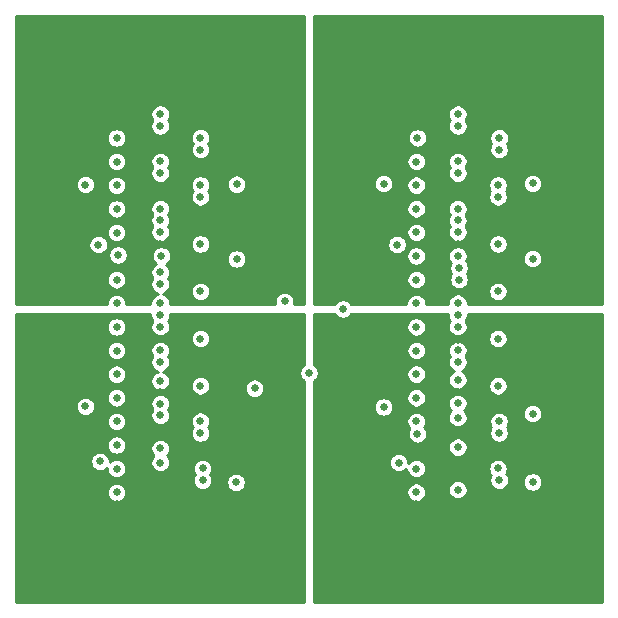
<source format=gbr>
%TF.GenerationSoftware,KiCad,Pcbnew,(5.1.9-0-10_14)*%
%TF.CreationDate,2021-05-13T13:45:13-04:00*%
%TF.ProjectId,SiPM_Board_RevB,5369504d-5f42-46f6-9172-645f52657642,rev?*%
%TF.SameCoordinates,Original*%
%TF.FileFunction,Copper,L3,Inr*%
%TF.FilePolarity,Positive*%
%FSLAX46Y46*%
G04 Gerber Fmt 4.6, Leading zero omitted, Abs format (unit mm)*
G04 Created by KiCad (PCBNEW (5.1.9-0-10_14)) date 2021-05-13 13:45:13*
%MOMM*%
%LPD*%
G01*
G04 APERTURE LIST*
%TA.AperFunction,ViaPad*%
%ADD10C,0.635000*%
%TD*%
%TA.AperFunction,Conductor*%
%ADD11C,0.254000*%
%TD*%
%TA.AperFunction,Conductor*%
%ADD12C,0.100000*%
%TD*%
G04 APERTURE END LIST*
D10*
%TO.N,GND*%
X133707308Y-111522692D03*
X133707308Y-103522692D03*
X133707308Y-101522692D03*
X133707308Y-87522692D03*
X133707308Y-115522692D03*
X133707308Y-113522692D03*
X133707308Y-107522692D03*
X133707308Y-105522692D03*
X133707308Y-109522692D03*
X133827308Y-95432692D03*
X133707308Y-85522692D03*
X133707308Y-93522692D03*
X133707308Y-91522692D03*
X133707308Y-89522692D03*
X133707308Y-99522692D03*
X133707308Y-97522692D03*
X159077308Y-103512692D03*
X159077308Y-101512692D03*
X159077308Y-87512692D03*
X159077308Y-115512692D03*
X159077308Y-113512692D03*
X159077308Y-107512692D03*
X159077308Y-105512692D03*
X159077308Y-109512692D03*
X159077308Y-95512692D03*
X159077308Y-93512692D03*
X159077308Y-91512692D03*
X159077308Y-89512692D03*
X159077308Y-99512692D03*
X159077308Y-97512692D03*
X152860000Y-100000000D03*
X150000000Y-105400000D03*
X147935320Y-99344680D03*
X131060000Y-89460000D03*
X132152500Y-94552500D03*
X143870000Y-89430000D03*
X143870000Y-95770000D03*
X132300000Y-112900000D03*
X131060000Y-108240000D03*
X145400000Y-106700000D03*
X143820000Y-114680000D03*
X157452500Y-94552500D03*
X156310000Y-89390000D03*
X168940000Y-89360000D03*
X168940000Y-95740000D03*
X159177308Y-85512692D03*
X156310000Y-108290000D03*
X157600000Y-113000000D03*
X168940000Y-114640000D03*
X168940000Y-108860000D03*
X159175000Y-110575000D03*
%TO.N,/BIAS1*%
X133762700Y-83502700D03*
X128450000Y-76450000D03*
X128450000Y-82650000D03*
X128450000Y-88850000D03*
X128450000Y-95050000D03*
X134650000Y-76450000D03*
X134850000Y-81750000D03*
X137400000Y-89700000D03*
X137400000Y-94500000D03*
X141950000Y-78450000D03*
X141950000Y-84650000D03*
X141950000Y-90850000D03*
X143050000Y-98150000D03*
X147050000Y-79550000D03*
X147050000Y-85750000D03*
X147050000Y-91950000D03*
X147050000Y-98150000D03*
X131060000Y-85340000D03*
X131060000Y-91760000D03*
X144300000Y-85200000D03*
X143870000Y-91300000D03*
%TO.N,/BIAS2*%
X133757366Y-116502634D03*
X128450000Y-101950000D03*
X128450000Y-108150000D03*
X128450000Y-120550000D03*
X128450000Y-114350000D03*
X137400000Y-102500000D03*
X137400000Y-107000000D03*
X135750000Y-119350000D03*
X135100000Y-117400000D03*
X141950000Y-106150000D03*
X141950000Y-112350000D03*
X140850000Y-117450000D03*
X140850000Y-123650000D03*
X147050000Y-123650000D03*
X147050000Y-117450000D03*
X147050000Y-111250000D03*
X147050000Y-105050000D03*
X131060000Y-110540000D03*
X131060000Y-104360000D03*
X143870000Y-104230000D03*
X143820000Y-110320000D03*
%TO.N,Net-(J1-Pad63)*%
X141000000Y-114500000D03*
%TO.N,Net-(J1-Pad61)*%
X141000000Y-113500000D03*
%TO.N,Net-(J1-Pad59)*%
X137400000Y-113000000D03*
%TO.N,Net-(J1-Pad57)*%
X137400000Y-111800000D03*
%TO.N,Net-(J1-Pad55)*%
X140800000Y-110500000D03*
%TO.N,Net-(J1-Pad53)*%
X140800000Y-109500000D03*
%TO.N,Net-(J1-Pad51)*%
X137402650Y-109002650D03*
%TO.N,Net-(J1-Pad49)*%
X137400000Y-108000000D03*
%TO.N,Net-(J1-Pad47)*%
X140800000Y-106500000D03*
%TO.N,Net-(J1-Pad45)*%
X137400000Y-106100000D03*
%TO.N,Net-(J1-Pad43)*%
X137400000Y-104500000D03*
%TO.N,Net-(J1-Pad41)*%
X137400000Y-103500000D03*
%TO.N,Net-(J1-Pad39)*%
X140800000Y-102500000D03*
%TO.N,Net-(J1-Pad37)*%
X137400000Y-101500000D03*
%TO.N,Net-(J1-Pad35)*%
X137400000Y-100500000D03*
%TO.N,Net-(J1-Pad33)*%
X137400000Y-99500000D03*
%TO.N,Net-(J1-Pad31)*%
X140800000Y-98500000D03*
%TO.N,Net-(J1-Pad29)*%
X137400000Y-97900000D03*
%TO.N,Net-(J1-Pad27)*%
X137400000Y-96900000D03*
%TO.N,Net-(J1-Pad25)*%
X137497324Y-95502676D03*
%TO.N,Net-(J1-Pad23)*%
X140800000Y-94500000D03*
%TO.N,Net-(J1-Pad21)*%
X137400000Y-93500000D03*
%TO.N,Net-(J1-Pad19)*%
X137400000Y-92500000D03*
%TO.N,Net-(J1-Pad17)*%
X137400000Y-91500000D03*
%TO.N,Net-(J1-Pad15)*%
X140800000Y-90500000D03*
%TO.N,Net-(J1-Pad13)*%
X140800000Y-89500000D03*
%TO.N,Net-(J1-Pad11)*%
X137402690Y-88502690D03*
%TO.N,Net-(J1-Pad9)*%
X137400000Y-87500000D03*
%TO.N,Net-(J1-Pad7)*%
X140800000Y-86500000D03*
%TO.N,Net-(J1-Pad5)*%
X140800000Y-85500000D03*
%TO.N,Net-(J1-Pad3)*%
X137400000Y-84500000D03*
%TO.N,Net-(J1-Pad1)*%
X137400000Y-83500000D03*
%TO.N,Net-(J2-Pad63)*%
X166100000Y-114500000D03*
%TO.N,Net-(J2-Pad61)*%
X165997360Y-113502640D03*
%TO.N,Net-(J2-Pad59)*%
X162600000Y-115300000D03*
%TO.N,Net-(J2-Pad57)*%
X162600000Y-111700000D03*
%TO.N,Net-(J2-Pad55)*%
X166097354Y-110502646D03*
%TO.N,Net-(J2-Pad53)*%
X166097352Y-109502648D03*
%TO.N,Net-(J2-Pad51)*%
X162600000Y-109200000D03*
%TO.N,Net-(J2-Pad49)*%
X162600000Y-107983936D03*
%TO.N,Net-(J2-Pad47)*%
X165997346Y-106502654D03*
%TO.N,Net-(J2-Pad45)*%
X162600000Y-106000000D03*
%TO.N,Net-(J2-Pad43)*%
X162602658Y-104502658D03*
%TO.N,Net-(J2-Pad41)*%
X162600000Y-103500000D03*
%TO.N,Net-(J2-Pad39)*%
X165997338Y-102502662D03*
%TO.N,Net-(J2-Pad37)*%
X162600000Y-101500000D03*
%TO.N,Net-(J2-Pad35)*%
X162602666Y-100502666D03*
%TO.N,Net-(J2-Pad33)*%
X162602668Y-99502668D03*
%TO.N,Net-(J2-Pad31)*%
X165997330Y-98502670D03*
%TO.N,Net-(J2-Pad29)*%
X162702672Y-97502672D03*
%TO.N,Net-(J2-Pad27)*%
X162697326Y-96502674D03*
%TO.N,Net-(J2-Pad25)*%
X162602676Y-95502676D03*
%TO.N,Net-(J2-Pad23)*%
X166000000Y-94500000D03*
%TO.N,Net-(J2-Pad21)*%
X162600000Y-93500000D03*
%TO.N,Net-(J2-Pad19)*%
X162602682Y-92502682D03*
%TO.N,Net-(J2-Pad17)*%
X162602684Y-91502684D03*
%TO.N,Net-(J2-Pad15)*%
X166000000Y-90500000D03*
%TO.N,Net-(J2-Pad13)*%
X166000000Y-89500000D03*
%TO.N,Net-(J2-Pad11)*%
X162602690Y-88502690D03*
%TO.N,Net-(J2-Pad9)*%
X162600000Y-87500000D03*
%TO.N,Net-(J2-Pad7)*%
X166097306Y-86502694D03*
%TO.N,Net-(J2-Pad5)*%
X166100000Y-85502696D03*
%TO.N,Net-(J2-Pad3)*%
X162600000Y-84500000D03*
%TO.N,Net-(J2-Pad1)*%
X162602700Y-83502700D03*
%TO.N,/BIAS3*%
X153950000Y-76450000D03*
X159078000Y-83502700D03*
X153950000Y-82650000D03*
X153950000Y-88850000D03*
X153950000Y-95050000D03*
X160150000Y-76450000D03*
X160400000Y-81800000D03*
X162600000Y-94521416D03*
X167450000Y-78450000D03*
X167450000Y-84650000D03*
X167450000Y-90850000D03*
X168550000Y-98150000D03*
X172550000Y-79550000D03*
X172550000Y-85750000D03*
X172550000Y-91950000D03*
X172550000Y-98150000D03*
X156310000Y-91710000D03*
X156310000Y-85410000D03*
X169300000Y-85200000D03*
X168940000Y-91660000D03*
X162600000Y-89800000D03*
%TO.N,/BIAS4*%
X153950000Y-101950000D03*
X159078000Y-116502634D03*
X162600000Y-107000000D03*
X153950000Y-108150000D03*
X153950000Y-114350000D03*
X153950000Y-120550000D03*
X161250000Y-119450000D03*
X167450000Y-106150000D03*
X167450000Y-112350000D03*
X166350000Y-117450000D03*
X166350000Y-123650000D03*
X172550000Y-123650000D03*
X172550000Y-117450000D03*
X172550000Y-111250000D03*
X172550000Y-105050000D03*
X156310000Y-104310000D03*
X162600000Y-102600000D03*
X156310000Y-110610000D03*
X168940000Y-110540000D03*
X168940000Y-104060000D03*
X160500000Y-117600000D03*
X166197366Y-116502634D03*
%TD*%
D11*
%TO.N,/BIAS2*%
X136574500Y-100581305D02*
X136606224Y-100740789D01*
X136668452Y-100891021D01*
X136741269Y-101000000D01*
X136668452Y-101108979D01*
X136606224Y-101259211D01*
X136574500Y-101418695D01*
X136574500Y-101581305D01*
X136606224Y-101740789D01*
X136668452Y-101891021D01*
X136758792Y-102026225D01*
X136873775Y-102141208D01*
X137008979Y-102231548D01*
X137159211Y-102293776D01*
X137318695Y-102325500D01*
X137481305Y-102325500D01*
X137640789Y-102293776D01*
X137791021Y-102231548D01*
X137926225Y-102141208D01*
X138041208Y-102026225D01*
X138131548Y-101891021D01*
X138193776Y-101740789D01*
X138225500Y-101581305D01*
X138225500Y-101418695D01*
X138193776Y-101259211D01*
X138131548Y-101108979D01*
X138058731Y-101000000D01*
X138131548Y-100891021D01*
X138193776Y-100740789D01*
X138225500Y-100581305D01*
X138225500Y-100437000D01*
X149563000Y-100437000D01*
X149563000Y-104699174D01*
X149473775Y-104758792D01*
X149358792Y-104873775D01*
X149268452Y-105008979D01*
X149206224Y-105159211D01*
X149174500Y-105318695D01*
X149174500Y-105481305D01*
X149206224Y-105640789D01*
X149268452Y-105791021D01*
X149358792Y-105926225D01*
X149473775Y-106041208D01*
X149563000Y-106100826D01*
X149563000Y-124787000D01*
X125213000Y-124787000D01*
X125213000Y-115441387D01*
X132881808Y-115441387D01*
X132881808Y-115603997D01*
X132913532Y-115763481D01*
X132975760Y-115913713D01*
X133066100Y-116048917D01*
X133181083Y-116163900D01*
X133316287Y-116254240D01*
X133466519Y-116316468D01*
X133626003Y-116348192D01*
X133788613Y-116348192D01*
X133948097Y-116316468D01*
X134098329Y-116254240D01*
X134233533Y-116163900D01*
X134348516Y-116048917D01*
X134438856Y-115913713D01*
X134501084Y-115763481D01*
X134532808Y-115603997D01*
X134532808Y-115441387D01*
X134501084Y-115281903D01*
X134438856Y-115131671D01*
X134348516Y-114996467D01*
X134233533Y-114881484D01*
X134098329Y-114791144D01*
X133948097Y-114728916D01*
X133788613Y-114697192D01*
X133626003Y-114697192D01*
X133466519Y-114728916D01*
X133316287Y-114791144D01*
X133181083Y-114881484D01*
X133066100Y-114996467D01*
X132975760Y-115131671D01*
X132913532Y-115281903D01*
X132881808Y-115441387D01*
X125213000Y-115441387D01*
X125213000Y-112818695D01*
X131474500Y-112818695D01*
X131474500Y-112981305D01*
X131506224Y-113140789D01*
X131568452Y-113291021D01*
X131658792Y-113426225D01*
X131773775Y-113541208D01*
X131908979Y-113631548D01*
X132059211Y-113693776D01*
X132218695Y-113725500D01*
X132381305Y-113725500D01*
X132540789Y-113693776D01*
X132691021Y-113631548D01*
X132826225Y-113541208D01*
X132881808Y-113485625D01*
X132881808Y-113603997D01*
X132913532Y-113763481D01*
X132975760Y-113913713D01*
X133066100Y-114048917D01*
X133181083Y-114163900D01*
X133316287Y-114254240D01*
X133466519Y-114316468D01*
X133626003Y-114348192D01*
X133788613Y-114348192D01*
X133948097Y-114316468D01*
X134098329Y-114254240D01*
X134233533Y-114163900D01*
X134348516Y-114048917D01*
X134438856Y-113913713D01*
X134501084Y-113763481D01*
X134532808Y-113603997D01*
X134532808Y-113441387D01*
X134501084Y-113281903D01*
X134438856Y-113131671D01*
X134348516Y-112996467D01*
X134233533Y-112881484D01*
X134098329Y-112791144D01*
X133948097Y-112728916D01*
X133788613Y-112697192D01*
X133626003Y-112697192D01*
X133466519Y-112728916D01*
X133316287Y-112791144D01*
X133181083Y-112881484D01*
X133125500Y-112937067D01*
X133125500Y-112818695D01*
X133093776Y-112659211D01*
X133031548Y-112508979D01*
X132941208Y-112373775D01*
X132826225Y-112258792D01*
X132691021Y-112168452D01*
X132540789Y-112106224D01*
X132381305Y-112074500D01*
X132218695Y-112074500D01*
X132059211Y-112106224D01*
X131908979Y-112168452D01*
X131773775Y-112258792D01*
X131658792Y-112373775D01*
X131568452Y-112508979D01*
X131506224Y-112659211D01*
X131474500Y-112818695D01*
X125213000Y-112818695D01*
X125213000Y-111441387D01*
X132881808Y-111441387D01*
X132881808Y-111603997D01*
X132913532Y-111763481D01*
X132975760Y-111913713D01*
X133066100Y-112048917D01*
X133181083Y-112163900D01*
X133316287Y-112254240D01*
X133466519Y-112316468D01*
X133626003Y-112348192D01*
X133788613Y-112348192D01*
X133948097Y-112316468D01*
X134098329Y-112254240D01*
X134233533Y-112163900D01*
X134348516Y-112048917D01*
X134438856Y-111913713D01*
X134501084Y-111763481D01*
X134509992Y-111718695D01*
X136574500Y-111718695D01*
X136574500Y-111881305D01*
X136606224Y-112040789D01*
X136668452Y-112191021D01*
X136758792Y-112326225D01*
X136832567Y-112400000D01*
X136758792Y-112473775D01*
X136668452Y-112608979D01*
X136606224Y-112759211D01*
X136574500Y-112918695D01*
X136574500Y-113081305D01*
X136606224Y-113240789D01*
X136668452Y-113391021D01*
X136758792Y-113526225D01*
X136873775Y-113641208D01*
X137008979Y-113731548D01*
X137159211Y-113793776D01*
X137318695Y-113825500D01*
X137481305Y-113825500D01*
X137640789Y-113793776D01*
X137791021Y-113731548D01*
X137926225Y-113641208D01*
X138041208Y-113526225D01*
X138113056Y-113418695D01*
X140174500Y-113418695D01*
X140174500Y-113581305D01*
X140206224Y-113740789D01*
X140268452Y-113891021D01*
X140341269Y-114000000D01*
X140268452Y-114108979D01*
X140206224Y-114259211D01*
X140174500Y-114418695D01*
X140174500Y-114581305D01*
X140206224Y-114740789D01*
X140268452Y-114891021D01*
X140358792Y-115026225D01*
X140473775Y-115141208D01*
X140608979Y-115231548D01*
X140759211Y-115293776D01*
X140918695Y-115325500D01*
X141081305Y-115325500D01*
X141240789Y-115293776D01*
X141391021Y-115231548D01*
X141526225Y-115141208D01*
X141641208Y-115026225D01*
X141731548Y-114891021D01*
X141793776Y-114740789D01*
X141822040Y-114598695D01*
X142994500Y-114598695D01*
X142994500Y-114761305D01*
X143026224Y-114920789D01*
X143088452Y-115071021D01*
X143178792Y-115206225D01*
X143293775Y-115321208D01*
X143428979Y-115411548D01*
X143579211Y-115473776D01*
X143738695Y-115505500D01*
X143901305Y-115505500D01*
X144060789Y-115473776D01*
X144211021Y-115411548D01*
X144346225Y-115321208D01*
X144461208Y-115206225D01*
X144551548Y-115071021D01*
X144613776Y-114920789D01*
X144645500Y-114761305D01*
X144645500Y-114598695D01*
X144613776Y-114439211D01*
X144551548Y-114288979D01*
X144461208Y-114153775D01*
X144346225Y-114038792D01*
X144211021Y-113948452D01*
X144060789Y-113886224D01*
X143901305Y-113854500D01*
X143738695Y-113854500D01*
X143579211Y-113886224D01*
X143428979Y-113948452D01*
X143293775Y-114038792D01*
X143178792Y-114153775D01*
X143088452Y-114288979D01*
X143026224Y-114439211D01*
X142994500Y-114598695D01*
X141822040Y-114598695D01*
X141825500Y-114581305D01*
X141825500Y-114418695D01*
X141793776Y-114259211D01*
X141731548Y-114108979D01*
X141658731Y-114000000D01*
X141731548Y-113891021D01*
X141793776Y-113740789D01*
X141825500Y-113581305D01*
X141825500Y-113418695D01*
X141793776Y-113259211D01*
X141731548Y-113108979D01*
X141641208Y-112973775D01*
X141526225Y-112858792D01*
X141391021Y-112768452D01*
X141240789Y-112706224D01*
X141081305Y-112674500D01*
X140918695Y-112674500D01*
X140759211Y-112706224D01*
X140608979Y-112768452D01*
X140473775Y-112858792D01*
X140358792Y-112973775D01*
X140268452Y-113108979D01*
X140206224Y-113259211D01*
X140174500Y-113418695D01*
X138113056Y-113418695D01*
X138131548Y-113391021D01*
X138193776Y-113240789D01*
X138225500Y-113081305D01*
X138225500Y-112918695D01*
X138193776Y-112759211D01*
X138131548Y-112608979D01*
X138041208Y-112473775D01*
X137967433Y-112400000D01*
X138041208Y-112326225D01*
X138131548Y-112191021D01*
X138193776Y-112040789D01*
X138225500Y-111881305D01*
X138225500Y-111718695D01*
X138193776Y-111559211D01*
X138131548Y-111408979D01*
X138041208Y-111273775D01*
X137926225Y-111158792D01*
X137791021Y-111068452D01*
X137640789Y-111006224D01*
X137481305Y-110974500D01*
X137318695Y-110974500D01*
X137159211Y-111006224D01*
X137008979Y-111068452D01*
X136873775Y-111158792D01*
X136758792Y-111273775D01*
X136668452Y-111408979D01*
X136606224Y-111559211D01*
X136574500Y-111718695D01*
X134509992Y-111718695D01*
X134532808Y-111603997D01*
X134532808Y-111441387D01*
X134501084Y-111281903D01*
X134438856Y-111131671D01*
X134348516Y-110996467D01*
X134233533Y-110881484D01*
X134098329Y-110791144D01*
X133948097Y-110728916D01*
X133788613Y-110697192D01*
X133626003Y-110697192D01*
X133466519Y-110728916D01*
X133316287Y-110791144D01*
X133181083Y-110881484D01*
X133066100Y-110996467D01*
X132975760Y-111131671D01*
X132913532Y-111281903D01*
X132881808Y-111441387D01*
X125213000Y-111441387D01*
X125213000Y-109441387D01*
X132881808Y-109441387D01*
X132881808Y-109603997D01*
X132913532Y-109763481D01*
X132975760Y-109913713D01*
X133066100Y-110048917D01*
X133181083Y-110163900D01*
X133316287Y-110254240D01*
X133466519Y-110316468D01*
X133626003Y-110348192D01*
X133788613Y-110348192D01*
X133948097Y-110316468D01*
X134098329Y-110254240D01*
X134233533Y-110163900D01*
X134348516Y-110048917D01*
X134438856Y-109913713D01*
X134501084Y-109763481D01*
X134532808Y-109603997D01*
X134532808Y-109441387D01*
X134501084Y-109281903D01*
X134438856Y-109131671D01*
X134348516Y-108996467D01*
X134233533Y-108881484D01*
X134098329Y-108791144D01*
X133948097Y-108728916D01*
X133788613Y-108697192D01*
X133626003Y-108697192D01*
X133466519Y-108728916D01*
X133316287Y-108791144D01*
X133181083Y-108881484D01*
X133066100Y-108996467D01*
X132975760Y-109131671D01*
X132913532Y-109281903D01*
X132881808Y-109441387D01*
X125213000Y-109441387D01*
X125213000Y-108158695D01*
X130234500Y-108158695D01*
X130234500Y-108321305D01*
X130266224Y-108480789D01*
X130328452Y-108631021D01*
X130418792Y-108766225D01*
X130533775Y-108881208D01*
X130668979Y-108971548D01*
X130819211Y-109033776D01*
X130978695Y-109065500D01*
X131141305Y-109065500D01*
X131300789Y-109033776D01*
X131451021Y-108971548D01*
X131586225Y-108881208D01*
X131701208Y-108766225D01*
X131791548Y-108631021D01*
X131853776Y-108480789D01*
X131885500Y-108321305D01*
X131885500Y-108158695D01*
X131853776Y-107999211D01*
X131791548Y-107848979D01*
X131701208Y-107713775D01*
X131586225Y-107598792D01*
X131451021Y-107508452D01*
X131300789Y-107446224D01*
X131276473Y-107441387D01*
X132881808Y-107441387D01*
X132881808Y-107603997D01*
X132913532Y-107763481D01*
X132975760Y-107913713D01*
X133066100Y-108048917D01*
X133181083Y-108163900D01*
X133316287Y-108254240D01*
X133466519Y-108316468D01*
X133626003Y-108348192D01*
X133788613Y-108348192D01*
X133948097Y-108316468D01*
X134098329Y-108254240D01*
X134233533Y-108163900D01*
X134348516Y-108048917D01*
X134435527Y-107918695D01*
X136574500Y-107918695D01*
X136574500Y-108081305D01*
X136606224Y-108240789D01*
X136668452Y-108391021D01*
X136743479Y-108503308D01*
X136671102Y-108611629D01*
X136608874Y-108761861D01*
X136577150Y-108921345D01*
X136577150Y-109083955D01*
X136608874Y-109243439D01*
X136671102Y-109393671D01*
X136761442Y-109528875D01*
X136876425Y-109643858D01*
X137011629Y-109734198D01*
X137161861Y-109796426D01*
X137321345Y-109828150D01*
X137483955Y-109828150D01*
X137643439Y-109796426D01*
X137793671Y-109734198D01*
X137928875Y-109643858D01*
X138043858Y-109528875D01*
X138117477Y-109418695D01*
X139974500Y-109418695D01*
X139974500Y-109581305D01*
X140006224Y-109740789D01*
X140068452Y-109891021D01*
X140141269Y-110000000D01*
X140068452Y-110108979D01*
X140006224Y-110259211D01*
X139974500Y-110418695D01*
X139974500Y-110581305D01*
X140006224Y-110740789D01*
X140068452Y-110891021D01*
X140158792Y-111026225D01*
X140273775Y-111141208D01*
X140408979Y-111231548D01*
X140559211Y-111293776D01*
X140718695Y-111325500D01*
X140881305Y-111325500D01*
X141040789Y-111293776D01*
X141191021Y-111231548D01*
X141326225Y-111141208D01*
X141441208Y-111026225D01*
X141531548Y-110891021D01*
X141593776Y-110740789D01*
X141625500Y-110581305D01*
X141625500Y-110418695D01*
X141593776Y-110259211D01*
X141531548Y-110108979D01*
X141458731Y-110000000D01*
X141531548Y-109891021D01*
X141593776Y-109740789D01*
X141625500Y-109581305D01*
X141625500Y-109418695D01*
X141593776Y-109259211D01*
X141531548Y-109108979D01*
X141441208Y-108973775D01*
X141326225Y-108858792D01*
X141191021Y-108768452D01*
X141040789Y-108706224D01*
X140881305Y-108674500D01*
X140718695Y-108674500D01*
X140559211Y-108706224D01*
X140408979Y-108768452D01*
X140273775Y-108858792D01*
X140158792Y-108973775D01*
X140068452Y-109108979D01*
X140006224Y-109259211D01*
X139974500Y-109418695D01*
X138117477Y-109418695D01*
X138134198Y-109393671D01*
X138196426Y-109243439D01*
X138228150Y-109083955D01*
X138228150Y-108921345D01*
X138196426Y-108761861D01*
X138134198Y-108611629D01*
X138059171Y-108499342D01*
X138131548Y-108391021D01*
X138193776Y-108240789D01*
X138225500Y-108081305D01*
X138225500Y-107918695D01*
X138193776Y-107759211D01*
X138131548Y-107608979D01*
X138041208Y-107473775D01*
X137926225Y-107358792D01*
X137791021Y-107268452D01*
X137640789Y-107206224D01*
X137481305Y-107174500D01*
X137318695Y-107174500D01*
X137159211Y-107206224D01*
X137008979Y-107268452D01*
X136873775Y-107358792D01*
X136758792Y-107473775D01*
X136668452Y-107608979D01*
X136606224Y-107759211D01*
X136574500Y-107918695D01*
X134435527Y-107918695D01*
X134438856Y-107913713D01*
X134501084Y-107763481D01*
X134532808Y-107603997D01*
X134532808Y-107441387D01*
X134501084Y-107281903D01*
X134438856Y-107131671D01*
X134348516Y-106996467D01*
X134233533Y-106881484D01*
X134098329Y-106791144D01*
X133948097Y-106728916D01*
X133788613Y-106697192D01*
X133626003Y-106697192D01*
X133466519Y-106728916D01*
X133316287Y-106791144D01*
X133181083Y-106881484D01*
X133066100Y-106996467D01*
X132975760Y-107131671D01*
X132913532Y-107281903D01*
X132881808Y-107441387D01*
X131276473Y-107441387D01*
X131141305Y-107414500D01*
X130978695Y-107414500D01*
X130819211Y-107446224D01*
X130668979Y-107508452D01*
X130533775Y-107598792D01*
X130418792Y-107713775D01*
X130328452Y-107848979D01*
X130266224Y-107999211D01*
X130234500Y-108158695D01*
X125213000Y-108158695D01*
X125213000Y-105441387D01*
X132881808Y-105441387D01*
X132881808Y-105603997D01*
X132913532Y-105763481D01*
X132975760Y-105913713D01*
X133066100Y-106048917D01*
X133181083Y-106163900D01*
X133316287Y-106254240D01*
X133466519Y-106316468D01*
X133626003Y-106348192D01*
X133788613Y-106348192D01*
X133948097Y-106316468D01*
X134098329Y-106254240D01*
X134233533Y-106163900D01*
X134348516Y-106048917D01*
X134438856Y-105913713D01*
X134501084Y-105763481D01*
X134532808Y-105603997D01*
X134532808Y-105441387D01*
X134501084Y-105281903D01*
X134438856Y-105131671D01*
X134348516Y-104996467D01*
X134233533Y-104881484D01*
X134098329Y-104791144D01*
X133948097Y-104728916D01*
X133788613Y-104697192D01*
X133626003Y-104697192D01*
X133466519Y-104728916D01*
X133316287Y-104791144D01*
X133181083Y-104881484D01*
X133066100Y-104996467D01*
X132975760Y-105131671D01*
X132913532Y-105281903D01*
X132881808Y-105441387D01*
X125213000Y-105441387D01*
X125213000Y-103441387D01*
X132881808Y-103441387D01*
X132881808Y-103603997D01*
X132913532Y-103763481D01*
X132975760Y-103913713D01*
X133066100Y-104048917D01*
X133181083Y-104163900D01*
X133316287Y-104254240D01*
X133466519Y-104316468D01*
X133626003Y-104348192D01*
X133788613Y-104348192D01*
X133948097Y-104316468D01*
X134098329Y-104254240D01*
X134233533Y-104163900D01*
X134348516Y-104048917D01*
X134438856Y-103913713D01*
X134501084Y-103763481D01*
X134532808Y-103603997D01*
X134532808Y-103441387D01*
X134528295Y-103418695D01*
X136574500Y-103418695D01*
X136574500Y-103581305D01*
X136606224Y-103740789D01*
X136668452Y-103891021D01*
X136741269Y-104000000D01*
X136668452Y-104108979D01*
X136606224Y-104259211D01*
X136574500Y-104418695D01*
X136574500Y-104581305D01*
X136606224Y-104740789D01*
X136668452Y-104891021D01*
X136758792Y-105026225D01*
X136873775Y-105141208D01*
X137008979Y-105231548D01*
X137159211Y-105293776D01*
X137190501Y-105300000D01*
X137159211Y-105306224D01*
X137008979Y-105368452D01*
X136873775Y-105458792D01*
X136758792Y-105573775D01*
X136668452Y-105708979D01*
X136606224Y-105859211D01*
X136574500Y-106018695D01*
X136574500Y-106181305D01*
X136606224Y-106340789D01*
X136668452Y-106491021D01*
X136758792Y-106626225D01*
X136873775Y-106741208D01*
X137008979Y-106831548D01*
X137159211Y-106893776D01*
X137318695Y-106925500D01*
X137481305Y-106925500D01*
X137640789Y-106893776D01*
X137791021Y-106831548D01*
X137926225Y-106741208D01*
X138041208Y-106626225D01*
X138131548Y-106491021D01*
X138161506Y-106418695D01*
X139974500Y-106418695D01*
X139974500Y-106581305D01*
X140006224Y-106740789D01*
X140068452Y-106891021D01*
X140158792Y-107026225D01*
X140273775Y-107141208D01*
X140408979Y-107231548D01*
X140559211Y-107293776D01*
X140718695Y-107325500D01*
X140881305Y-107325500D01*
X141040789Y-107293776D01*
X141191021Y-107231548D01*
X141326225Y-107141208D01*
X141441208Y-107026225D01*
X141531548Y-106891021D01*
X141593776Y-106740789D01*
X141618062Y-106618695D01*
X144574500Y-106618695D01*
X144574500Y-106781305D01*
X144606224Y-106940789D01*
X144668452Y-107091021D01*
X144758792Y-107226225D01*
X144873775Y-107341208D01*
X145008979Y-107431548D01*
X145159211Y-107493776D01*
X145318695Y-107525500D01*
X145481305Y-107525500D01*
X145640789Y-107493776D01*
X145791021Y-107431548D01*
X145926225Y-107341208D01*
X146041208Y-107226225D01*
X146131548Y-107091021D01*
X146193776Y-106940789D01*
X146225500Y-106781305D01*
X146225500Y-106618695D01*
X146193776Y-106459211D01*
X146131548Y-106308979D01*
X146041208Y-106173775D01*
X145926225Y-106058792D01*
X145791021Y-105968452D01*
X145640789Y-105906224D01*
X145481305Y-105874500D01*
X145318695Y-105874500D01*
X145159211Y-105906224D01*
X145008979Y-105968452D01*
X144873775Y-106058792D01*
X144758792Y-106173775D01*
X144668452Y-106308979D01*
X144606224Y-106459211D01*
X144574500Y-106618695D01*
X141618062Y-106618695D01*
X141625500Y-106581305D01*
X141625500Y-106418695D01*
X141593776Y-106259211D01*
X141531548Y-106108979D01*
X141441208Y-105973775D01*
X141326225Y-105858792D01*
X141191021Y-105768452D01*
X141040789Y-105706224D01*
X140881305Y-105674500D01*
X140718695Y-105674500D01*
X140559211Y-105706224D01*
X140408979Y-105768452D01*
X140273775Y-105858792D01*
X140158792Y-105973775D01*
X140068452Y-106108979D01*
X140006224Y-106259211D01*
X139974500Y-106418695D01*
X138161506Y-106418695D01*
X138193776Y-106340789D01*
X138225500Y-106181305D01*
X138225500Y-106018695D01*
X138193776Y-105859211D01*
X138131548Y-105708979D01*
X138041208Y-105573775D01*
X137926225Y-105458792D01*
X137791021Y-105368452D01*
X137640789Y-105306224D01*
X137609499Y-105300000D01*
X137640789Y-105293776D01*
X137791021Y-105231548D01*
X137926225Y-105141208D01*
X138041208Y-105026225D01*
X138131548Y-104891021D01*
X138193776Y-104740789D01*
X138225500Y-104581305D01*
X138225500Y-104418695D01*
X138193776Y-104259211D01*
X138131548Y-104108979D01*
X138058731Y-104000000D01*
X138131548Y-103891021D01*
X138193776Y-103740789D01*
X138225500Y-103581305D01*
X138225500Y-103418695D01*
X138193776Y-103259211D01*
X138131548Y-103108979D01*
X138041208Y-102973775D01*
X137926225Y-102858792D01*
X137791021Y-102768452D01*
X137640789Y-102706224D01*
X137481305Y-102674500D01*
X137318695Y-102674500D01*
X137159211Y-102706224D01*
X137008979Y-102768452D01*
X136873775Y-102858792D01*
X136758792Y-102973775D01*
X136668452Y-103108979D01*
X136606224Y-103259211D01*
X136574500Y-103418695D01*
X134528295Y-103418695D01*
X134501084Y-103281903D01*
X134438856Y-103131671D01*
X134348516Y-102996467D01*
X134233533Y-102881484D01*
X134098329Y-102791144D01*
X133948097Y-102728916D01*
X133788613Y-102697192D01*
X133626003Y-102697192D01*
X133466519Y-102728916D01*
X133316287Y-102791144D01*
X133181083Y-102881484D01*
X133066100Y-102996467D01*
X132975760Y-103131671D01*
X132913532Y-103281903D01*
X132881808Y-103441387D01*
X125213000Y-103441387D01*
X125213000Y-102418695D01*
X139974500Y-102418695D01*
X139974500Y-102581305D01*
X140006224Y-102740789D01*
X140068452Y-102891021D01*
X140158792Y-103026225D01*
X140273775Y-103141208D01*
X140408979Y-103231548D01*
X140559211Y-103293776D01*
X140718695Y-103325500D01*
X140881305Y-103325500D01*
X141040789Y-103293776D01*
X141191021Y-103231548D01*
X141326225Y-103141208D01*
X141441208Y-103026225D01*
X141531548Y-102891021D01*
X141593776Y-102740789D01*
X141625500Y-102581305D01*
X141625500Y-102418695D01*
X141593776Y-102259211D01*
X141531548Y-102108979D01*
X141441208Y-101973775D01*
X141326225Y-101858792D01*
X141191021Y-101768452D01*
X141040789Y-101706224D01*
X140881305Y-101674500D01*
X140718695Y-101674500D01*
X140559211Y-101706224D01*
X140408979Y-101768452D01*
X140273775Y-101858792D01*
X140158792Y-101973775D01*
X140068452Y-102108979D01*
X140006224Y-102259211D01*
X139974500Y-102418695D01*
X125213000Y-102418695D01*
X125213000Y-101441387D01*
X132881808Y-101441387D01*
X132881808Y-101603997D01*
X132913532Y-101763481D01*
X132975760Y-101913713D01*
X133066100Y-102048917D01*
X133181083Y-102163900D01*
X133316287Y-102254240D01*
X133466519Y-102316468D01*
X133626003Y-102348192D01*
X133788613Y-102348192D01*
X133948097Y-102316468D01*
X134098329Y-102254240D01*
X134233533Y-102163900D01*
X134348516Y-102048917D01*
X134438856Y-101913713D01*
X134501084Y-101763481D01*
X134532808Y-101603997D01*
X134532808Y-101441387D01*
X134501084Y-101281903D01*
X134438856Y-101131671D01*
X134348516Y-100996467D01*
X134233533Y-100881484D01*
X134098329Y-100791144D01*
X133948097Y-100728916D01*
X133788613Y-100697192D01*
X133626003Y-100697192D01*
X133466519Y-100728916D01*
X133316287Y-100791144D01*
X133181083Y-100881484D01*
X133066100Y-100996467D01*
X132975760Y-101131671D01*
X132913532Y-101281903D01*
X132881808Y-101441387D01*
X125213000Y-101441387D01*
X125213000Y-100437000D01*
X136574500Y-100437000D01*
X136574500Y-100581305D01*
%TA.AperFunction,Conductor*%
D12*
G36*
X136574500Y-100581305D02*
G01*
X136606224Y-100740789D01*
X136668452Y-100891021D01*
X136741269Y-101000000D01*
X136668452Y-101108979D01*
X136606224Y-101259211D01*
X136574500Y-101418695D01*
X136574500Y-101581305D01*
X136606224Y-101740789D01*
X136668452Y-101891021D01*
X136758792Y-102026225D01*
X136873775Y-102141208D01*
X137008979Y-102231548D01*
X137159211Y-102293776D01*
X137318695Y-102325500D01*
X137481305Y-102325500D01*
X137640789Y-102293776D01*
X137791021Y-102231548D01*
X137926225Y-102141208D01*
X138041208Y-102026225D01*
X138131548Y-101891021D01*
X138193776Y-101740789D01*
X138225500Y-101581305D01*
X138225500Y-101418695D01*
X138193776Y-101259211D01*
X138131548Y-101108979D01*
X138058731Y-101000000D01*
X138131548Y-100891021D01*
X138193776Y-100740789D01*
X138225500Y-100581305D01*
X138225500Y-100437000D01*
X149563000Y-100437000D01*
X149563000Y-104699174D01*
X149473775Y-104758792D01*
X149358792Y-104873775D01*
X149268452Y-105008979D01*
X149206224Y-105159211D01*
X149174500Y-105318695D01*
X149174500Y-105481305D01*
X149206224Y-105640789D01*
X149268452Y-105791021D01*
X149358792Y-105926225D01*
X149473775Y-106041208D01*
X149563000Y-106100826D01*
X149563000Y-124787000D01*
X125213000Y-124787000D01*
X125213000Y-115441387D01*
X132881808Y-115441387D01*
X132881808Y-115603997D01*
X132913532Y-115763481D01*
X132975760Y-115913713D01*
X133066100Y-116048917D01*
X133181083Y-116163900D01*
X133316287Y-116254240D01*
X133466519Y-116316468D01*
X133626003Y-116348192D01*
X133788613Y-116348192D01*
X133948097Y-116316468D01*
X134098329Y-116254240D01*
X134233533Y-116163900D01*
X134348516Y-116048917D01*
X134438856Y-115913713D01*
X134501084Y-115763481D01*
X134532808Y-115603997D01*
X134532808Y-115441387D01*
X134501084Y-115281903D01*
X134438856Y-115131671D01*
X134348516Y-114996467D01*
X134233533Y-114881484D01*
X134098329Y-114791144D01*
X133948097Y-114728916D01*
X133788613Y-114697192D01*
X133626003Y-114697192D01*
X133466519Y-114728916D01*
X133316287Y-114791144D01*
X133181083Y-114881484D01*
X133066100Y-114996467D01*
X132975760Y-115131671D01*
X132913532Y-115281903D01*
X132881808Y-115441387D01*
X125213000Y-115441387D01*
X125213000Y-112818695D01*
X131474500Y-112818695D01*
X131474500Y-112981305D01*
X131506224Y-113140789D01*
X131568452Y-113291021D01*
X131658792Y-113426225D01*
X131773775Y-113541208D01*
X131908979Y-113631548D01*
X132059211Y-113693776D01*
X132218695Y-113725500D01*
X132381305Y-113725500D01*
X132540789Y-113693776D01*
X132691021Y-113631548D01*
X132826225Y-113541208D01*
X132881808Y-113485625D01*
X132881808Y-113603997D01*
X132913532Y-113763481D01*
X132975760Y-113913713D01*
X133066100Y-114048917D01*
X133181083Y-114163900D01*
X133316287Y-114254240D01*
X133466519Y-114316468D01*
X133626003Y-114348192D01*
X133788613Y-114348192D01*
X133948097Y-114316468D01*
X134098329Y-114254240D01*
X134233533Y-114163900D01*
X134348516Y-114048917D01*
X134438856Y-113913713D01*
X134501084Y-113763481D01*
X134532808Y-113603997D01*
X134532808Y-113441387D01*
X134501084Y-113281903D01*
X134438856Y-113131671D01*
X134348516Y-112996467D01*
X134233533Y-112881484D01*
X134098329Y-112791144D01*
X133948097Y-112728916D01*
X133788613Y-112697192D01*
X133626003Y-112697192D01*
X133466519Y-112728916D01*
X133316287Y-112791144D01*
X133181083Y-112881484D01*
X133125500Y-112937067D01*
X133125500Y-112818695D01*
X133093776Y-112659211D01*
X133031548Y-112508979D01*
X132941208Y-112373775D01*
X132826225Y-112258792D01*
X132691021Y-112168452D01*
X132540789Y-112106224D01*
X132381305Y-112074500D01*
X132218695Y-112074500D01*
X132059211Y-112106224D01*
X131908979Y-112168452D01*
X131773775Y-112258792D01*
X131658792Y-112373775D01*
X131568452Y-112508979D01*
X131506224Y-112659211D01*
X131474500Y-112818695D01*
X125213000Y-112818695D01*
X125213000Y-111441387D01*
X132881808Y-111441387D01*
X132881808Y-111603997D01*
X132913532Y-111763481D01*
X132975760Y-111913713D01*
X133066100Y-112048917D01*
X133181083Y-112163900D01*
X133316287Y-112254240D01*
X133466519Y-112316468D01*
X133626003Y-112348192D01*
X133788613Y-112348192D01*
X133948097Y-112316468D01*
X134098329Y-112254240D01*
X134233533Y-112163900D01*
X134348516Y-112048917D01*
X134438856Y-111913713D01*
X134501084Y-111763481D01*
X134509992Y-111718695D01*
X136574500Y-111718695D01*
X136574500Y-111881305D01*
X136606224Y-112040789D01*
X136668452Y-112191021D01*
X136758792Y-112326225D01*
X136832567Y-112400000D01*
X136758792Y-112473775D01*
X136668452Y-112608979D01*
X136606224Y-112759211D01*
X136574500Y-112918695D01*
X136574500Y-113081305D01*
X136606224Y-113240789D01*
X136668452Y-113391021D01*
X136758792Y-113526225D01*
X136873775Y-113641208D01*
X137008979Y-113731548D01*
X137159211Y-113793776D01*
X137318695Y-113825500D01*
X137481305Y-113825500D01*
X137640789Y-113793776D01*
X137791021Y-113731548D01*
X137926225Y-113641208D01*
X138041208Y-113526225D01*
X138113056Y-113418695D01*
X140174500Y-113418695D01*
X140174500Y-113581305D01*
X140206224Y-113740789D01*
X140268452Y-113891021D01*
X140341269Y-114000000D01*
X140268452Y-114108979D01*
X140206224Y-114259211D01*
X140174500Y-114418695D01*
X140174500Y-114581305D01*
X140206224Y-114740789D01*
X140268452Y-114891021D01*
X140358792Y-115026225D01*
X140473775Y-115141208D01*
X140608979Y-115231548D01*
X140759211Y-115293776D01*
X140918695Y-115325500D01*
X141081305Y-115325500D01*
X141240789Y-115293776D01*
X141391021Y-115231548D01*
X141526225Y-115141208D01*
X141641208Y-115026225D01*
X141731548Y-114891021D01*
X141793776Y-114740789D01*
X141822040Y-114598695D01*
X142994500Y-114598695D01*
X142994500Y-114761305D01*
X143026224Y-114920789D01*
X143088452Y-115071021D01*
X143178792Y-115206225D01*
X143293775Y-115321208D01*
X143428979Y-115411548D01*
X143579211Y-115473776D01*
X143738695Y-115505500D01*
X143901305Y-115505500D01*
X144060789Y-115473776D01*
X144211021Y-115411548D01*
X144346225Y-115321208D01*
X144461208Y-115206225D01*
X144551548Y-115071021D01*
X144613776Y-114920789D01*
X144645500Y-114761305D01*
X144645500Y-114598695D01*
X144613776Y-114439211D01*
X144551548Y-114288979D01*
X144461208Y-114153775D01*
X144346225Y-114038792D01*
X144211021Y-113948452D01*
X144060789Y-113886224D01*
X143901305Y-113854500D01*
X143738695Y-113854500D01*
X143579211Y-113886224D01*
X143428979Y-113948452D01*
X143293775Y-114038792D01*
X143178792Y-114153775D01*
X143088452Y-114288979D01*
X143026224Y-114439211D01*
X142994500Y-114598695D01*
X141822040Y-114598695D01*
X141825500Y-114581305D01*
X141825500Y-114418695D01*
X141793776Y-114259211D01*
X141731548Y-114108979D01*
X141658731Y-114000000D01*
X141731548Y-113891021D01*
X141793776Y-113740789D01*
X141825500Y-113581305D01*
X141825500Y-113418695D01*
X141793776Y-113259211D01*
X141731548Y-113108979D01*
X141641208Y-112973775D01*
X141526225Y-112858792D01*
X141391021Y-112768452D01*
X141240789Y-112706224D01*
X141081305Y-112674500D01*
X140918695Y-112674500D01*
X140759211Y-112706224D01*
X140608979Y-112768452D01*
X140473775Y-112858792D01*
X140358792Y-112973775D01*
X140268452Y-113108979D01*
X140206224Y-113259211D01*
X140174500Y-113418695D01*
X138113056Y-113418695D01*
X138131548Y-113391021D01*
X138193776Y-113240789D01*
X138225500Y-113081305D01*
X138225500Y-112918695D01*
X138193776Y-112759211D01*
X138131548Y-112608979D01*
X138041208Y-112473775D01*
X137967433Y-112400000D01*
X138041208Y-112326225D01*
X138131548Y-112191021D01*
X138193776Y-112040789D01*
X138225500Y-111881305D01*
X138225500Y-111718695D01*
X138193776Y-111559211D01*
X138131548Y-111408979D01*
X138041208Y-111273775D01*
X137926225Y-111158792D01*
X137791021Y-111068452D01*
X137640789Y-111006224D01*
X137481305Y-110974500D01*
X137318695Y-110974500D01*
X137159211Y-111006224D01*
X137008979Y-111068452D01*
X136873775Y-111158792D01*
X136758792Y-111273775D01*
X136668452Y-111408979D01*
X136606224Y-111559211D01*
X136574500Y-111718695D01*
X134509992Y-111718695D01*
X134532808Y-111603997D01*
X134532808Y-111441387D01*
X134501084Y-111281903D01*
X134438856Y-111131671D01*
X134348516Y-110996467D01*
X134233533Y-110881484D01*
X134098329Y-110791144D01*
X133948097Y-110728916D01*
X133788613Y-110697192D01*
X133626003Y-110697192D01*
X133466519Y-110728916D01*
X133316287Y-110791144D01*
X133181083Y-110881484D01*
X133066100Y-110996467D01*
X132975760Y-111131671D01*
X132913532Y-111281903D01*
X132881808Y-111441387D01*
X125213000Y-111441387D01*
X125213000Y-109441387D01*
X132881808Y-109441387D01*
X132881808Y-109603997D01*
X132913532Y-109763481D01*
X132975760Y-109913713D01*
X133066100Y-110048917D01*
X133181083Y-110163900D01*
X133316287Y-110254240D01*
X133466519Y-110316468D01*
X133626003Y-110348192D01*
X133788613Y-110348192D01*
X133948097Y-110316468D01*
X134098329Y-110254240D01*
X134233533Y-110163900D01*
X134348516Y-110048917D01*
X134438856Y-109913713D01*
X134501084Y-109763481D01*
X134532808Y-109603997D01*
X134532808Y-109441387D01*
X134501084Y-109281903D01*
X134438856Y-109131671D01*
X134348516Y-108996467D01*
X134233533Y-108881484D01*
X134098329Y-108791144D01*
X133948097Y-108728916D01*
X133788613Y-108697192D01*
X133626003Y-108697192D01*
X133466519Y-108728916D01*
X133316287Y-108791144D01*
X133181083Y-108881484D01*
X133066100Y-108996467D01*
X132975760Y-109131671D01*
X132913532Y-109281903D01*
X132881808Y-109441387D01*
X125213000Y-109441387D01*
X125213000Y-108158695D01*
X130234500Y-108158695D01*
X130234500Y-108321305D01*
X130266224Y-108480789D01*
X130328452Y-108631021D01*
X130418792Y-108766225D01*
X130533775Y-108881208D01*
X130668979Y-108971548D01*
X130819211Y-109033776D01*
X130978695Y-109065500D01*
X131141305Y-109065500D01*
X131300789Y-109033776D01*
X131451021Y-108971548D01*
X131586225Y-108881208D01*
X131701208Y-108766225D01*
X131791548Y-108631021D01*
X131853776Y-108480789D01*
X131885500Y-108321305D01*
X131885500Y-108158695D01*
X131853776Y-107999211D01*
X131791548Y-107848979D01*
X131701208Y-107713775D01*
X131586225Y-107598792D01*
X131451021Y-107508452D01*
X131300789Y-107446224D01*
X131276473Y-107441387D01*
X132881808Y-107441387D01*
X132881808Y-107603997D01*
X132913532Y-107763481D01*
X132975760Y-107913713D01*
X133066100Y-108048917D01*
X133181083Y-108163900D01*
X133316287Y-108254240D01*
X133466519Y-108316468D01*
X133626003Y-108348192D01*
X133788613Y-108348192D01*
X133948097Y-108316468D01*
X134098329Y-108254240D01*
X134233533Y-108163900D01*
X134348516Y-108048917D01*
X134435527Y-107918695D01*
X136574500Y-107918695D01*
X136574500Y-108081305D01*
X136606224Y-108240789D01*
X136668452Y-108391021D01*
X136743479Y-108503308D01*
X136671102Y-108611629D01*
X136608874Y-108761861D01*
X136577150Y-108921345D01*
X136577150Y-109083955D01*
X136608874Y-109243439D01*
X136671102Y-109393671D01*
X136761442Y-109528875D01*
X136876425Y-109643858D01*
X137011629Y-109734198D01*
X137161861Y-109796426D01*
X137321345Y-109828150D01*
X137483955Y-109828150D01*
X137643439Y-109796426D01*
X137793671Y-109734198D01*
X137928875Y-109643858D01*
X138043858Y-109528875D01*
X138117477Y-109418695D01*
X139974500Y-109418695D01*
X139974500Y-109581305D01*
X140006224Y-109740789D01*
X140068452Y-109891021D01*
X140141269Y-110000000D01*
X140068452Y-110108979D01*
X140006224Y-110259211D01*
X139974500Y-110418695D01*
X139974500Y-110581305D01*
X140006224Y-110740789D01*
X140068452Y-110891021D01*
X140158792Y-111026225D01*
X140273775Y-111141208D01*
X140408979Y-111231548D01*
X140559211Y-111293776D01*
X140718695Y-111325500D01*
X140881305Y-111325500D01*
X141040789Y-111293776D01*
X141191021Y-111231548D01*
X141326225Y-111141208D01*
X141441208Y-111026225D01*
X141531548Y-110891021D01*
X141593776Y-110740789D01*
X141625500Y-110581305D01*
X141625500Y-110418695D01*
X141593776Y-110259211D01*
X141531548Y-110108979D01*
X141458731Y-110000000D01*
X141531548Y-109891021D01*
X141593776Y-109740789D01*
X141625500Y-109581305D01*
X141625500Y-109418695D01*
X141593776Y-109259211D01*
X141531548Y-109108979D01*
X141441208Y-108973775D01*
X141326225Y-108858792D01*
X141191021Y-108768452D01*
X141040789Y-108706224D01*
X140881305Y-108674500D01*
X140718695Y-108674500D01*
X140559211Y-108706224D01*
X140408979Y-108768452D01*
X140273775Y-108858792D01*
X140158792Y-108973775D01*
X140068452Y-109108979D01*
X140006224Y-109259211D01*
X139974500Y-109418695D01*
X138117477Y-109418695D01*
X138134198Y-109393671D01*
X138196426Y-109243439D01*
X138228150Y-109083955D01*
X138228150Y-108921345D01*
X138196426Y-108761861D01*
X138134198Y-108611629D01*
X138059171Y-108499342D01*
X138131548Y-108391021D01*
X138193776Y-108240789D01*
X138225500Y-108081305D01*
X138225500Y-107918695D01*
X138193776Y-107759211D01*
X138131548Y-107608979D01*
X138041208Y-107473775D01*
X137926225Y-107358792D01*
X137791021Y-107268452D01*
X137640789Y-107206224D01*
X137481305Y-107174500D01*
X137318695Y-107174500D01*
X137159211Y-107206224D01*
X137008979Y-107268452D01*
X136873775Y-107358792D01*
X136758792Y-107473775D01*
X136668452Y-107608979D01*
X136606224Y-107759211D01*
X136574500Y-107918695D01*
X134435527Y-107918695D01*
X134438856Y-107913713D01*
X134501084Y-107763481D01*
X134532808Y-107603997D01*
X134532808Y-107441387D01*
X134501084Y-107281903D01*
X134438856Y-107131671D01*
X134348516Y-106996467D01*
X134233533Y-106881484D01*
X134098329Y-106791144D01*
X133948097Y-106728916D01*
X133788613Y-106697192D01*
X133626003Y-106697192D01*
X133466519Y-106728916D01*
X133316287Y-106791144D01*
X133181083Y-106881484D01*
X133066100Y-106996467D01*
X132975760Y-107131671D01*
X132913532Y-107281903D01*
X132881808Y-107441387D01*
X131276473Y-107441387D01*
X131141305Y-107414500D01*
X130978695Y-107414500D01*
X130819211Y-107446224D01*
X130668979Y-107508452D01*
X130533775Y-107598792D01*
X130418792Y-107713775D01*
X130328452Y-107848979D01*
X130266224Y-107999211D01*
X130234500Y-108158695D01*
X125213000Y-108158695D01*
X125213000Y-105441387D01*
X132881808Y-105441387D01*
X132881808Y-105603997D01*
X132913532Y-105763481D01*
X132975760Y-105913713D01*
X133066100Y-106048917D01*
X133181083Y-106163900D01*
X133316287Y-106254240D01*
X133466519Y-106316468D01*
X133626003Y-106348192D01*
X133788613Y-106348192D01*
X133948097Y-106316468D01*
X134098329Y-106254240D01*
X134233533Y-106163900D01*
X134348516Y-106048917D01*
X134438856Y-105913713D01*
X134501084Y-105763481D01*
X134532808Y-105603997D01*
X134532808Y-105441387D01*
X134501084Y-105281903D01*
X134438856Y-105131671D01*
X134348516Y-104996467D01*
X134233533Y-104881484D01*
X134098329Y-104791144D01*
X133948097Y-104728916D01*
X133788613Y-104697192D01*
X133626003Y-104697192D01*
X133466519Y-104728916D01*
X133316287Y-104791144D01*
X133181083Y-104881484D01*
X133066100Y-104996467D01*
X132975760Y-105131671D01*
X132913532Y-105281903D01*
X132881808Y-105441387D01*
X125213000Y-105441387D01*
X125213000Y-103441387D01*
X132881808Y-103441387D01*
X132881808Y-103603997D01*
X132913532Y-103763481D01*
X132975760Y-103913713D01*
X133066100Y-104048917D01*
X133181083Y-104163900D01*
X133316287Y-104254240D01*
X133466519Y-104316468D01*
X133626003Y-104348192D01*
X133788613Y-104348192D01*
X133948097Y-104316468D01*
X134098329Y-104254240D01*
X134233533Y-104163900D01*
X134348516Y-104048917D01*
X134438856Y-103913713D01*
X134501084Y-103763481D01*
X134532808Y-103603997D01*
X134532808Y-103441387D01*
X134528295Y-103418695D01*
X136574500Y-103418695D01*
X136574500Y-103581305D01*
X136606224Y-103740789D01*
X136668452Y-103891021D01*
X136741269Y-104000000D01*
X136668452Y-104108979D01*
X136606224Y-104259211D01*
X136574500Y-104418695D01*
X136574500Y-104581305D01*
X136606224Y-104740789D01*
X136668452Y-104891021D01*
X136758792Y-105026225D01*
X136873775Y-105141208D01*
X137008979Y-105231548D01*
X137159211Y-105293776D01*
X137190501Y-105300000D01*
X137159211Y-105306224D01*
X137008979Y-105368452D01*
X136873775Y-105458792D01*
X136758792Y-105573775D01*
X136668452Y-105708979D01*
X136606224Y-105859211D01*
X136574500Y-106018695D01*
X136574500Y-106181305D01*
X136606224Y-106340789D01*
X136668452Y-106491021D01*
X136758792Y-106626225D01*
X136873775Y-106741208D01*
X137008979Y-106831548D01*
X137159211Y-106893776D01*
X137318695Y-106925500D01*
X137481305Y-106925500D01*
X137640789Y-106893776D01*
X137791021Y-106831548D01*
X137926225Y-106741208D01*
X138041208Y-106626225D01*
X138131548Y-106491021D01*
X138161506Y-106418695D01*
X139974500Y-106418695D01*
X139974500Y-106581305D01*
X140006224Y-106740789D01*
X140068452Y-106891021D01*
X140158792Y-107026225D01*
X140273775Y-107141208D01*
X140408979Y-107231548D01*
X140559211Y-107293776D01*
X140718695Y-107325500D01*
X140881305Y-107325500D01*
X141040789Y-107293776D01*
X141191021Y-107231548D01*
X141326225Y-107141208D01*
X141441208Y-107026225D01*
X141531548Y-106891021D01*
X141593776Y-106740789D01*
X141618062Y-106618695D01*
X144574500Y-106618695D01*
X144574500Y-106781305D01*
X144606224Y-106940789D01*
X144668452Y-107091021D01*
X144758792Y-107226225D01*
X144873775Y-107341208D01*
X145008979Y-107431548D01*
X145159211Y-107493776D01*
X145318695Y-107525500D01*
X145481305Y-107525500D01*
X145640789Y-107493776D01*
X145791021Y-107431548D01*
X145926225Y-107341208D01*
X146041208Y-107226225D01*
X146131548Y-107091021D01*
X146193776Y-106940789D01*
X146225500Y-106781305D01*
X146225500Y-106618695D01*
X146193776Y-106459211D01*
X146131548Y-106308979D01*
X146041208Y-106173775D01*
X145926225Y-106058792D01*
X145791021Y-105968452D01*
X145640789Y-105906224D01*
X145481305Y-105874500D01*
X145318695Y-105874500D01*
X145159211Y-105906224D01*
X145008979Y-105968452D01*
X144873775Y-106058792D01*
X144758792Y-106173775D01*
X144668452Y-106308979D01*
X144606224Y-106459211D01*
X144574500Y-106618695D01*
X141618062Y-106618695D01*
X141625500Y-106581305D01*
X141625500Y-106418695D01*
X141593776Y-106259211D01*
X141531548Y-106108979D01*
X141441208Y-105973775D01*
X141326225Y-105858792D01*
X141191021Y-105768452D01*
X141040789Y-105706224D01*
X140881305Y-105674500D01*
X140718695Y-105674500D01*
X140559211Y-105706224D01*
X140408979Y-105768452D01*
X140273775Y-105858792D01*
X140158792Y-105973775D01*
X140068452Y-106108979D01*
X140006224Y-106259211D01*
X139974500Y-106418695D01*
X138161506Y-106418695D01*
X138193776Y-106340789D01*
X138225500Y-106181305D01*
X138225500Y-106018695D01*
X138193776Y-105859211D01*
X138131548Y-105708979D01*
X138041208Y-105573775D01*
X137926225Y-105458792D01*
X137791021Y-105368452D01*
X137640789Y-105306224D01*
X137609499Y-105300000D01*
X137640789Y-105293776D01*
X137791021Y-105231548D01*
X137926225Y-105141208D01*
X138041208Y-105026225D01*
X138131548Y-104891021D01*
X138193776Y-104740789D01*
X138225500Y-104581305D01*
X138225500Y-104418695D01*
X138193776Y-104259211D01*
X138131548Y-104108979D01*
X138058731Y-104000000D01*
X138131548Y-103891021D01*
X138193776Y-103740789D01*
X138225500Y-103581305D01*
X138225500Y-103418695D01*
X138193776Y-103259211D01*
X138131548Y-103108979D01*
X138041208Y-102973775D01*
X137926225Y-102858792D01*
X137791021Y-102768452D01*
X137640789Y-102706224D01*
X137481305Y-102674500D01*
X137318695Y-102674500D01*
X137159211Y-102706224D01*
X137008979Y-102768452D01*
X136873775Y-102858792D01*
X136758792Y-102973775D01*
X136668452Y-103108979D01*
X136606224Y-103259211D01*
X136574500Y-103418695D01*
X134528295Y-103418695D01*
X134501084Y-103281903D01*
X134438856Y-103131671D01*
X134348516Y-102996467D01*
X134233533Y-102881484D01*
X134098329Y-102791144D01*
X133948097Y-102728916D01*
X133788613Y-102697192D01*
X133626003Y-102697192D01*
X133466519Y-102728916D01*
X133316287Y-102791144D01*
X133181083Y-102881484D01*
X133066100Y-102996467D01*
X132975760Y-103131671D01*
X132913532Y-103281903D01*
X132881808Y-103441387D01*
X125213000Y-103441387D01*
X125213000Y-102418695D01*
X139974500Y-102418695D01*
X139974500Y-102581305D01*
X140006224Y-102740789D01*
X140068452Y-102891021D01*
X140158792Y-103026225D01*
X140273775Y-103141208D01*
X140408979Y-103231548D01*
X140559211Y-103293776D01*
X140718695Y-103325500D01*
X140881305Y-103325500D01*
X141040789Y-103293776D01*
X141191021Y-103231548D01*
X141326225Y-103141208D01*
X141441208Y-103026225D01*
X141531548Y-102891021D01*
X141593776Y-102740789D01*
X141625500Y-102581305D01*
X141625500Y-102418695D01*
X141593776Y-102259211D01*
X141531548Y-102108979D01*
X141441208Y-101973775D01*
X141326225Y-101858792D01*
X141191021Y-101768452D01*
X141040789Y-101706224D01*
X140881305Y-101674500D01*
X140718695Y-101674500D01*
X140559211Y-101706224D01*
X140408979Y-101768452D01*
X140273775Y-101858792D01*
X140158792Y-101973775D01*
X140068452Y-102108979D01*
X140006224Y-102259211D01*
X139974500Y-102418695D01*
X125213000Y-102418695D01*
X125213000Y-101441387D01*
X132881808Y-101441387D01*
X132881808Y-101603997D01*
X132913532Y-101763481D01*
X132975760Y-101913713D01*
X133066100Y-102048917D01*
X133181083Y-102163900D01*
X133316287Y-102254240D01*
X133466519Y-102316468D01*
X133626003Y-102348192D01*
X133788613Y-102348192D01*
X133948097Y-102316468D01*
X134098329Y-102254240D01*
X134233533Y-102163900D01*
X134348516Y-102048917D01*
X134438856Y-101913713D01*
X134501084Y-101763481D01*
X134532808Y-101603997D01*
X134532808Y-101441387D01*
X134501084Y-101281903D01*
X134438856Y-101131671D01*
X134348516Y-100996467D01*
X134233533Y-100881484D01*
X134098329Y-100791144D01*
X133948097Y-100728916D01*
X133788613Y-100697192D01*
X133626003Y-100697192D01*
X133466519Y-100728916D01*
X133316287Y-100791144D01*
X133181083Y-100881484D01*
X133066100Y-100996467D01*
X132975760Y-101131671D01*
X132913532Y-101281903D01*
X132881808Y-101441387D01*
X125213000Y-101441387D01*
X125213000Y-100437000D01*
X136574500Y-100437000D01*
X136574500Y-100581305D01*
G37*
%TD.AperFunction*%
%TD*%
D11*
%TO.N,/BIAS1*%
X149563000Y-99563000D02*
X148733565Y-99563000D01*
X148760820Y-99425985D01*
X148760820Y-99263375D01*
X148729096Y-99103891D01*
X148666868Y-98953659D01*
X148576528Y-98818455D01*
X148461545Y-98703472D01*
X148326341Y-98613132D01*
X148176109Y-98550904D01*
X148016625Y-98519180D01*
X147854015Y-98519180D01*
X147694531Y-98550904D01*
X147544299Y-98613132D01*
X147409095Y-98703472D01*
X147294112Y-98818455D01*
X147203772Y-98953659D01*
X147141544Y-99103891D01*
X147109820Y-99263375D01*
X147109820Y-99425985D01*
X147137075Y-99563000D01*
X138225500Y-99563000D01*
X138225500Y-99418695D01*
X138193776Y-99259211D01*
X138131548Y-99108979D01*
X138041208Y-98973775D01*
X137926225Y-98858792D01*
X137791021Y-98768452D01*
X137640789Y-98706224D01*
X137609499Y-98700000D01*
X137640789Y-98693776D01*
X137791021Y-98631548D01*
X137926225Y-98541208D01*
X138041208Y-98426225D01*
X138046239Y-98418695D01*
X139974500Y-98418695D01*
X139974500Y-98581305D01*
X140006224Y-98740789D01*
X140068452Y-98891021D01*
X140158792Y-99026225D01*
X140273775Y-99141208D01*
X140408979Y-99231548D01*
X140559211Y-99293776D01*
X140718695Y-99325500D01*
X140881305Y-99325500D01*
X141040789Y-99293776D01*
X141191021Y-99231548D01*
X141326225Y-99141208D01*
X141441208Y-99026225D01*
X141531548Y-98891021D01*
X141593776Y-98740789D01*
X141625500Y-98581305D01*
X141625500Y-98418695D01*
X141593776Y-98259211D01*
X141531548Y-98108979D01*
X141441208Y-97973775D01*
X141326225Y-97858792D01*
X141191021Y-97768452D01*
X141040789Y-97706224D01*
X140881305Y-97674500D01*
X140718695Y-97674500D01*
X140559211Y-97706224D01*
X140408979Y-97768452D01*
X140273775Y-97858792D01*
X140158792Y-97973775D01*
X140068452Y-98108979D01*
X140006224Y-98259211D01*
X139974500Y-98418695D01*
X138046239Y-98418695D01*
X138131548Y-98291021D01*
X138193776Y-98140789D01*
X138225500Y-97981305D01*
X138225500Y-97818695D01*
X138193776Y-97659211D01*
X138131548Y-97508979D01*
X138058731Y-97400000D01*
X138131548Y-97291021D01*
X138193776Y-97140789D01*
X138225500Y-96981305D01*
X138225500Y-96818695D01*
X138193776Y-96659211D01*
X138131548Y-96508979D01*
X138041208Y-96373775D01*
X137926225Y-96258792D01*
X137888901Y-96233853D01*
X138023549Y-96143884D01*
X138138532Y-96028901D01*
X138228872Y-95893697D01*
X138291100Y-95743465D01*
X138301994Y-95688695D01*
X143044500Y-95688695D01*
X143044500Y-95851305D01*
X143076224Y-96010789D01*
X143138452Y-96161021D01*
X143228792Y-96296225D01*
X143343775Y-96411208D01*
X143478979Y-96501548D01*
X143629211Y-96563776D01*
X143788695Y-96595500D01*
X143951305Y-96595500D01*
X144110789Y-96563776D01*
X144261021Y-96501548D01*
X144396225Y-96411208D01*
X144511208Y-96296225D01*
X144601548Y-96161021D01*
X144663776Y-96010789D01*
X144695500Y-95851305D01*
X144695500Y-95688695D01*
X144663776Y-95529211D01*
X144601548Y-95378979D01*
X144511208Y-95243775D01*
X144396225Y-95128792D01*
X144261021Y-95038452D01*
X144110789Y-94976224D01*
X143951305Y-94944500D01*
X143788695Y-94944500D01*
X143629211Y-94976224D01*
X143478979Y-95038452D01*
X143343775Y-95128792D01*
X143228792Y-95243775D01*
X143138452Y-95378979D01*
X143076224Y-95529211D01*
X143044500Y-95688695D01*
X138301994Y-95688695D01*
X138322824Y-95583981D01*
X138322824Y-95421371D01*
X138291100Y-95261887D01*
X138228872Y-95111655D01*
X138138532Y-94976451D01*
X138023549Y-94861468D01*
X137888345Y-94771128D01*
X137738113Y-94708900D01*
X137578629Y-94677176D01*
X137416019Y-94677176D01*
X137256535Y-94708900D01*
X137106303Y-94771128D01*
X136971099Y-94861468D01*
X136856116Y-94976451D01*
X136765776Y-95111655D01*
X136703548Y-95261887D01*
X136671824Y-95421371D01*
X136671824Y-95583981D01*
X136703548Y-95743465D01*
X136765776Y-95893697D01*
X136856116Y-96028901D01*
X136971099Y-96143884D01*
X137008423Y-96168823D01*
X136873775Y-96258792D01*
X136758792Y-96373775D01*
X136668452Y-96508979D01*
X136606224Y-96659211D01*
X136574500Y-96818695D01*
X136574500Y-96981305D01*
X136606224Y-97140789D01*
X136668452Y-97291021D01*
X136741269Y-97400000D01*
X136668452Y-97508979D01*
X136606224Y-97659211D01*
X136574500Y-97818695D01*
X136574500Y-97981305D01*
X136606224Y-98140789D01*
X136668452Y-98291021D01*
X136758792Y-98426225D01*
X136873775Y-98541208D01*
X137008979Y-98631548D01*
X137159211Y-98693776D01*
X137190501Y-98700000D01*
X137159211Y-98706224D01*
X137008979Y-98768452D01*
X136873775Y-98858792D01*
X136758792Y-98973775D01*
X136668452Y-99108979D01*
X136606224Y-99259211D01*
X136574500Y-99418695D01*
X136574500Y-99563000D01*
X134532808Y-99563000D01*
X134532808Y-99441387D01*
X134501084Y-99281903D01*
X134438856Y-99131671D01*
X134348516Y-98996467D01*
X134233533Y-98881484D01*
X134098329Y-98791144D01*
X133948097Y-98728916D01*
X133788613Y-98697192D01*
X133626003Y-98697192D01*
X133466519Y-98728916D01*
X133316287Y-98791144D01*
X133181083Y-98881484D01*
X133066100Y-98996467D01*
X132975760Y-99131671D01*
X132913532Y-99281903D01*
X132881808Y-99441387D01*
X132881808Y-99563000D01*
X125213000Y-99563000D01*
X125213000Y-97441387D01*
X132881808Y-97441387D01*
X132881808Y-97603997D01*
X132913532Y-97763481D01*
X132975760Y-97913713D01*
X133066100Y-98048917D01*
X133181083Y-98163900D01*
X133316287Y-98254240D01*
X133466519Y-98316468D01*
X133626003Y-98348192D01*
X133788613Y-98348192D01*
X133948097Y-98316468D01*
X134098329Y-98254240D01*
X134233533Y-98163900D01*
X134348516Y-98048917D01*
X134438856Y-97913713D01*
X134501084Y-97763481D01*
X134532808Y-97603997D01*
X134532808Y-97441387D01*
X134501084Y-97281903D01*
X134438856Y-97131671D01*
X134348516Y-96996467D01*
X134233533Y-96881484D01*
X134098329Y-96791144D01*
X133948097Y-96728916D01*
X133788613Y-96697192D01*
X133626003Y-96697192D01*
X133466519Y-96728916D01*
X133316287Y-96791144D01*
X133181083Y-96881484D01*
X133066100Y-96996467D01*
X132975760Y-97131671D01*
X132913532Y-97281903D01*
X132881808Y-97441387D01*
X125213000Y-97441387D01*
X125213000Y-94471195D01*
X131327000Y-94471195D01*
X131327000Y-94633805D01*
X131358724Y-94793289D01*
X131420952Y-94943521D01*
X131511292Y-95078725D01*
X131626275Y-95193708D01*
X131761479Y-95284048D01*
X131911711Y-95346276D01*
X132071195Y-95378000D01*
X132233805Y-95378000D01*
X132367594Y-95351387D01*
X133001808Y-95351387D01*
X133001808Y-95513997D01*
X133033532Y-95673481D01*
X133095760Y-95823713D01*
X133186100Y-95958917D01*
X133301083Y-96073900D01*
X133436287Y-96164240D01*
X133586519Y-96226468D01*
X133746003Y-96258192D01*
X133908613Y-96258192D01*
X134068097Y-96226468D01*
X134218329Y-96164240D01*
X134353533Y-96073900D01*
X134468516Y-95958917D01*
X134558856Y-95823713D01*
X134621084Y-95673481D01*
X134652808Y-95513997D01*
X134652808Y-95351387D01*
X134621084Y-95191903D01*
X134558856Y-95041671D01*
X134468516Y-94906467D01*
X134353533Y-94791484D01*
X134218329Y-94701144D01*
X134068097Y-94638916D01*
X133908613Y-94607192D01*
X133746003Y-94607192D01*
X133586519Y-94638916D01*
X133436287Y-94701144D01*
X133301083Y-94791484D01*
X133186100Y-94906467D01*
X133095760Y-95041671D01*
X133033532Y-95191903D01*
X133001808Y-95351387D01*
X132367594Y-95351387D01*
X132393289Y-95346276D01*
X132543521Y-95284048D01*
X132678725Y-95193708D01*
X132793708Y-95078725D01*
X132884048Y-94943521D01*
X132946276Y-94793289D01*
X132978000Y-94633805D01*
X132978000Y-94471195D01*
X132967557Y-94418695D01*
X139974500Y-94418695D01*
X139974500Y-94581305D01*
X140006224Y-94740789D01*
X140068452Y-94891021D01*
X140158792Y-95026225D01*
X140273775Y-95141208D01*
X140408979Y-95231548D01*
X140559211Y-95293776D01*
X140718695Y-95325500D01*
X140881305Y-95325500D01*
X141040789Y-95293776D01*
X141191021Y-95231548D01*
X141326225Y-95141208D01*
X141441208Y-95026225D01*
X141531548Y-94891021D01*
X141593776Y-94740789D01*
X141625500Y-94581305D01*
X141625500Y-94418695D01*
X141593776Y-94259211D01*
X141531548Y-94108979D01*
X141441208Y-93973775D01*
X141326225Y-93858792D01*
X141191021Y-93768452D01*
X141040789Y-93706224D01*
X140881305Y-93674500D01*
X140718695Y-93674500D01*
X140559211Y-93706224D01*
X140408979Y-93768452D01*
X140273775Y-93858792D01*
X140158792Y-93973775D01*
X140068452Y-94108979D01*
X140006224Y-94259211D01*
X139974500Y-94418695D01*
X132967557Y-94418695D01*
X132946276Y-94311711D01*
X132884048Y-94161479D01*
X132793708Y-94026275D01*
X132678725Y-93911292D01*
X132543521Y-93820952D01*
X132393289Y-93758724D01*
X132233805Y-93727000D01*
X132071195Y-93727000D01*
X131911711Y-93758724D01*
X131761479Y-93820952D01*
X131626275Y-93911292D01*
X131511292Y-94026275D01*
X131420952Y-94161479D01*
X131358724Y-94311711D01*
X131327000Y-94471195D01*
X125213000Y-94471195D01*
X125213000Y-93441387D01*
X132881808Y-93441387D01*
X132881808Y-93603997D01*
X132913532Y-93763481D01*
X132975760Y-93913713D01*
X133066100Y-94048917D01*
X133181083Y-94163900D01*
X133316287Y-94254240D01*
X133466519Y-94316468D01*
X133626003Y-94348192D01*
X133788613Y-94348192D01*
X133948097Y-94316468D01*
X134098329Y-94254240D01*
X134233533Y-94163900D01*
X134348516Y-94048917D01*
X134438856Y-93913713D01*
X134501084Y-93763481D01*
X134532808Y-93603997D01*
X134532808Y-93441387D01*
X134501084Y-93281903D01*
X134438856Y-93131671D01*
X134348516Y-92996467D01*
X134233533Y-92881484D01*
X134098329Y-92791144D01*
X133948097Y-92728916D01*
X133788613Y-92697192D01*
X133626003Y-92697192D01*
X133466519Y-92728916D01*
X133316287Y-92791144D01*
X133181083Y-92881484D01*
X133066100Y-92996467D01*
X132975760Y-93131671D01*
X132913532Y-93281903D01*
X132881808Y-93441387D01*
X125213000Y-93441387D01*
X125213000Y-91441387D01*
X132881808Y-91441387D01*
X132881808Y-91603997D01*
X132913532Y-91763481D01*
X132975760Y-91913713D01*
X133066100Y-92048917D01*
X133181083Y-92163900D01*
X133316287Y-92254240D01*
X133466519Y-92316468D01*
X133626003Y-92348192D01*
X133788613Y-92348192D01*
X133948097Y-92316468D01*
X134098329Y-92254240D01*
X134233533Y-92163900D01*
X134348516Y-92048917D01*
X134438856Y-91913713D01*
X134501084Y-91763481D01*
X134532808Y-91603997D01*
X134532808Y-91441387D01*
X134528295Y-91418695D01*
X136574500Y-91418695D01*
X136574500Y-91581305D01*
X136606224Y-91740789D01*
X136668452Y-91891021D01*
X136741269Y-92000000D01*
X136668452Y-92108979D01*
X136606224Y-92259211D01*
X136574500Y-92418695D01*
X136574500Y-92581305D01*
X136606224Y-92740789D01*
X136668452Y-92891021D01*
X136741269Y-93000000D01*
X136668452Y-93108979D01*
X136606224Y-93259211D01*
X136574500Y-93418695D01*
X136574500Y-93581305D01*
X136606224Y-93740789D01*
X136668452Y-93891021D01*
X136758792Y-94026225D01*
X136873775Y-94141208D01*
X137008979Y-94231548D01*
X137159211Y-94293776D01*
X137318695Y-94325500D01*
X137481305Y-94325500D01*
X137640789Y-94293776D01*
X137791021Y-94231548D01*
X137926225Y-94141208D01*
X138041208Y-94026225D01*
X138131548Y-93891021D01*
X138193776Y-93740789D01*
X138225500Y-93581305D01*
X138225500Y-93418695D01*
X138193776Y-93259211D01*
X138131548Y-93108979D01*
X138058731Y-93000000D01*
X138131548Y-92891021D01*
X138193776Y-92740789D01*
X138225500Y-92581305D01*
X138225500Y-92418695D01*
X138193776Y-92259211D01*
X138131548Y-92108979D01*
X138058731Y-92000000D01*
X138131548Y-91891021D01*
X138193776Y-91740789D01*
X138225500Y-91581305D01*
X138225500Y-91418695D01*
X138193776Y-91259211D01*
X138131548Y-91108979D01*
X138041208Y-90973775D01*
X137926225Y-90858792D01*
X137791021Y-90768452D01*
X137640789Y-90706224D01*
X137481305Y-90674500D01*
X137318695Y-90674500D01*
X137159211Y-90706224D01*
X137008979Y-90768452D01*
X136873775Y-90858792D01*
X136758792Y-90973775D01*
X136668452Y-91108979D01*
X136606224Y-91259211D01*
X136574500Y-91418695D01*
X134528295Y-91418695D01*
X134501084Y-91281903D01*
X134438856Y-91131671D01*
X134348516Y-90996467D01*
X134233533Y-90881484D01*
X134098329Y-90791144D01*
X133948097Y-90728916D01*
X133788613Y-90697192D01*
X133626003Y-90697192D01*
X133466519Y-90728916D01*
X133316287Y-90791144D01*
X133181083Y-90881484D01*
X133066100Y-90996467D01*
X132975760Y-91131671D01*
X132913532Y-91281903D01*
X132881808Y-91441387D01*
X125213000Y-91441387D01*
X125213000Y-89378695D01*
X130234500Y-89378695D01*
X130234500Y-89541305D01*
X130266224Y-89700789D01*
X130328452Y-89851021D01*
X130418792Y-89986225D01*
X130533775Y-90101208D01*
X130668979Y-90191548D01*
X130819211Y-90253776D01*
X130978695Y-90285500D01*
X131141305Y-90285500D01*
X131300789Y-90253776D01*
X131451021Y-90191548D01*
X131586225Y-90101208D01*
X131701208Y-89986225D01*
X131791548Y-89851021D01*
X131853776Y-89700789D01*
X131885500Y-89541305D01*
X131885500Y-89441387D01*
X132881808Y-89441387D01*
X132881808Y-89603997D01*
X132913532Y-89763481D01*
X132975760Y-89913713D01*
X133066100Y-90048917D01*
X133181083Y-90163900D01*
X133316287Y-90254240D01*
X133466519Y-90316468D01*
X133626003Y-90348192D01*
X133788613Y-90348192D01*
X133948097Y-90316468D01*
X134098329Y-90254240D01*
X134233533Y-90163900D01*
X134348516Y-90048917D01*
X134438856Y-89913713D01*
X134501084Y-89763481D01*
X134532808Y-89603997D01*
X134532808Y-89441387D01*
X134528295Y-89418695D01*
X139974500Y-89418695D01*
X139974500Y-89581305D01*
X140006224Y-89740789D01*
X140068452Y-89891021D01*
X140141269Y-90000000D01*
X140068452Y-90108979D01*
X140006224Y-90259211D01*
X139974500Y-90418695D01*
X139974500Y-90581305D01*
X140006224Y-90740789D01*
X140068452Y-90891021D01*
X140158792Y-91026225D01*
X140273775Y-91141208D01*
X140408979Y-91231548D01*
X140559211Y-91293776D01*
X140718695Y-91325500D01*
X140881305Y-91325500D01*
X141040789Y-91293776D01*
X141191021Y-91231548D01*
X141326225Y-91141208D01*
X141441208Y-91026225D01*
X141531548Y-90891021D01*
X141593776Y-90740789D01*
X141625500Y-90581305D01*
X141625500Y-90418695D01*
X141593776Y-90259211D01*
X141531548Y-90108979D01*
X141458731Y-90000000D01*
X141531548Y-89891021D01*
X141593776Y-89740789D01*
X141625500Y-89581305D01*
X141625500Y-89418695D01*
X141611576Y-89348695D01*
X143044500Y-89348695D01*
X143044500Y-89511305D01*
X143076224Y-89670789D01*
X143138452Y-89821021D01*
X143228792Y-89956225D01*
X143343775Y-90071208D01*
X143478979Y-90161548D01*
X143629211Y-90223776D01*
X143788695Y-90255500D01*
X143951305Y-90255500D01*
X144110789Y-90223776D01*
X144261021Y-90161548D01*
X144396225Y-90071208D01*
X144511208Y-89956225D01*
X144601548Y-89821021D01*
X144663776Y-89670789D01*
X144695500Y-89511305D01*
X144695500Y-89348695D01*
X144663776Y-89189211D01*
X144601548Y-89038979D01*
X144511208Y-88903775D01*
X144396225Y-88788792D01*
X144261021Y-88698452D01*
X144110789Y-88636224D01*
X143951305Y-88604500D01*
X143788695Y-88604500D01*
X143629211Y-88636224D01*
X143478979Y-88698452D01*
X143343775Y-88788792D01*
X143228792Y-88903775D01*
X143138452Y-89038979D01*
X143076224Y-89189211D01*
X143044500Y-89348695D01*
X141611576Y-89348695D01*
X141593776Y-89259211D01*
X141531548Y-89108979D01*
X141441208Y-88973775D01*
X141326225Y-88858792D01*
X141191021Y-88768452D01*
X141040789Y-88706224D01*
X140881305Y-88674500D01*
X140718695Y-88674500D01*
X140559211Y-88706224D01*
X140408979Y-88768452D01*
X140273775Y-88858792D01*
X140158792Y-88973775D01*
X140068452Y-89108979D01*
X140006224Y-89259211D01*
X139974500Y-89418695D01*
X134528295Y-89418695D01*
X134501084Y-89281903D01*
X134438856Y-89131671D01*
X134348516Y-88996467D01*
X134233533Y-88881484D01*
X134098329Y-88791144D01*
X133948097Y-88728916D01*
X133788613Y-88697192D01*
X133626003Y-88697192D01*
X133466519Y-88728916D01*
X133316287Y-88791144D01*
X133181083Y-88881484D01*
X133066100Y-88996467D01*
X132975760Y-89131671D01*
X132913532Y-89281903D01*
X132881808Y-89441387D01*
X131885500Y-89441387D01*
X131885500Y-89378695D01*
X131853776Y-89219211D01*
X131791548Y-89068979D01*
X131701208Y-88933775D01*
X131586225Y-88818792D01*
X131451021Y-88728452D01*
X131300789Y-88666224D01*
X131141305Y-88634500D01*
X130978695Y-88634500D01*
X130819211Y-88666224D01*
X130668979Y-88728452D01*
X130533775Y-88818792D01*
X130418792Y-88933775D01*
X130328452Y-89068979D01*
X130266224Y-89219211D01*
X130234500Y-89378695D01*
X125213000Y-89378695D01*
X125213000Y-87441387D01*
X132881808Y-87441387D01*
X132881808Y-87603997D01*
X132913532Y-87763481D01*
X132975760Y-87913713D01*
X133066100Y-88048917D01*
X133181083Y-88163900D01*
X133316287Y-88254240D01*
X133466519Y-88316468D01*
X133626003Y-88348192D01*
X133788613Y-88348192D01*
X133948097Y-88316468D01*
X134098329Y-88254240D01*
X134233533Y-88163900D01*
X134348516Y-88048917D01*
X134438856Y-87913713D01*
X134501084Y-87763481D01*
X134532808Y-87603997D01*
X134532808Y-87441387D01*
X134528295Y-87418695D01*
X136574500Y-87418695D01*
X136574500Y-87581305D01*
X136606224Y-87740789D01*
X136668452Y-87891021D01*
X136743513Y-88003358D01*
X136671142Y-88111669D01*
X136608914Y-88261901D01*
X136577190Y-88421385D01*
X136577190Y-88583995D01*
X136608914Y-88743479D01*
X136671142Y-88893711D01*
X136761482Y-89028915D01*
X136876465Y-89143898D01*
X137011669Y-89234238D01*
X137161901Y-89296466D01*
X137321385Y-89328190D01*
X137483995Y-89328190D01*
X137643479Y-89296466D01*
X137793711Y-89234238D01*
X137928915Y-89143898D01*
X138043898Y-89028915D01*
X138134238Y-88893711D01*
X138196466Y-88743479D01*
X138228190Y-88583995D01*
X138228190Y-88421385D01*
X138196466Y-88261901D01*
X138134238Y-88111669D01*
X138059177Y-87999332D01*
X138131548Y-87891021D01*
X138193776Y-87740789D01*
X138225500Y-87581305D01*
X138225500Y-87418695D01*
X138193776Y-87259211D01*
X138131548Y-87108979D01*
X138041208Y-86973775D01*
X137926225Y-86858792D01*
X137791021Y-86768452D01*
X137640789Y-86706224D01*
X137481305Y-86674500D01*
X137318695Y-86674500D01*
X137159211Y-86706224D01*
X137008979Y-86768452D01*
X136873775Y-86858792D01*
X136758792Y-86973775D01*
X136668452Y-87108979D01*
X136606224Y-87259211D01*
X136574500Y-87418695D01*
X134528295Y-87418695D01*
X134501084Y-87281903D01*
X134438856Y-87131671D01*
X134348516Y-86996467D01*
X134233533Y-86881484D01*
X134098329Y-86791144D01*
X133948097Y-86728916D01*
X133788613Y-86697192D01*
X133626003Y-86697192D01*
X133466519Y-86728916D01*
X133316287Y-86791144D01*
X133181083Y-86881484D01*
X133066100Y-86996467D01*
X132975760Y-87131671D01*
X132913532Y-87281903D01*
X132881808Y-87441387D01*
X125213000Y-87441387D01*
X125213000Y-85441387D01*
X132881808Y-85441387D01*
X132881808Y-85603997D01*
X132913532Y-85763481D01*
X132975760Y-85913713D01*
X133066100Y-86048917D01*
X133181083Y-86163900D01*
X133316287Y-86254240D01*
X133466519Y-86316468D01*
X133626003Y-86348192D01*
X133788613Y-86348192D01*
X133948097Y-86316468D01*
X134098329Y-86254240D01*
X134233533Y-86163900D01*
X134348516Y-86048917D01*
X134438856Y-85913713D01*
X134501084Y-85763481D01*
X134532808Y-85603997D01*
X134532808Y-85441387D01*
X134528295Y-85418695D01*
X139974500Y-85418695D01*
X139974500Y-85581305D01*
X140006224Y-85740789D01*
X140068452Y-85891021D01*
X140141269Y-86000000D01*
X140068452Y-86108979D01*
X140006224Y-86259211D01*
X139974500Y-86418695D01*
X139974500Y-86581305D01*
X140006224Y-86740789D01*
X140068452Y-86891021D01*
X140158792Y-87026225D01*
X140273775Y-87141208D01*
X140408979Y-87231548D01*
X140559211Y-87293776D01*
X140718695Y-87325500D01*
X140881305Y-87325500D01*
X141040789Y-87293776D01*
X141191021Y-87231548D01*
X141326225Y-87141208D01*
X141441208Y-87026225D01*
X141531548Y-86891021D01*
X141593776Y-86740789D01*
X141625500Y-86581305D01*
X141625500Y-86418695D01*
X141593776Y-86259211D01*
X141531548Y-86108979D01*
X141458731Y-86000000D01*
X141531548Y-85891021D01*
X141593776Y-85740789D01*
X141625500Y-85581305D01*
X141625500Y-85418695D01*
X141593776Y-85259211D01*
X141531548Y-85108979D01*
X141441208Y-84973775D01*
X141326225Y-84858792D01*
X141191021Y-84768452D01*
X141040789Y-84706224D01*
X140881305Y-84674500D01*
X140718695Y-84674500D01*
X140559211Y-84706224D01*
X140408979Y-84768452D01*
X140273775Y-84858792D01*
X140158792Y-84973775D01*
X140068452Y-85108979D01*
X140006224Y-85259211D01*
X139974500Y-85418695D01*
X134528295Y-85418695D01*
X134501084Y-85281903D01*
X134438856Y-85131671D01*
X134348516Y-84996467D01*
X134233533Y-84881484D01*
X134098329Y-84791144D01*
X133948097Y-84728916D01*
X133788613Y-84697192D01*
X133626003Y-84697192D01*
X133466519Y-84728916D01*
X133316287Y-84791144D01*
X133181083Y-84881484D01*
X133066100Y-84996467D01*
X132975760Y-85131671D01*
X132913532Y-85281903D01*
X132881808Y-85441387D01*
X125213000Y-85441387D01*
X125213000Y-83418695D01*
X136574500Y-83418695D01*
X136574500Y-83581305D01*
X136606224Y-83740789D01*
X136668452Y-83891021D01*
X136741269Y-84000000D01*
X136668452Y-84108979D01*
X136606224Y-84259211D01*
X136574500Y-84418695D01*
X136574500Y-84581305D01*
X136606224Y-84740789D01*
X136668452Y-84891021D01*
X136758792Y-85026225D01*
X136873775Y-85141208D01*
X137008979Y-85231548D01*
X137159211Y-85293776D01*
X137318695Y-85325500D01*
X137481305Y-85325500D01*
X137640789Y-85293776D01*
X137791021Y-85231548D01*
X137926225Y-85141208D01*
X138041208Y-85026225D01*
X138131548Y-84891021D01*
X138193776Y-84740789D01*
X138225500Y-84581305D01*
X138225500Y-84418695D01*
X138193776Y-84259211D01*
X138131548Y-84108979D01*
X138058731Y-84000000D01*
X138131548Y-83891021D01*
X138193776Y-83740789D01*
X138225500Y-83581305D01*
X138225500Y-83418695D01*
X138193776Y-83259211D01*
X138131548Y-83108979D01*
X138041208Y-82973775D01*
X137926225Y-82858792D01*
X137791021Y-82768452D01*
X137640789Y-82706224D01*
X137481305Y-82674500D01*
X137318695Y-82674500D01*
X137159211Y-82706224D01*
X137008979Y-82768452D01*
X136873775Y-82858792D01*
X136758792Y-82973775D01*
X136668452Y-83108979D01*
X136606224Y-83259211D01*
X136574500Y-83418695D01*
X125213000Y-83418695D01*
X125213000Y-75213000D01*
X149563000Y-75213000D01*
X149563000Y-99563000D01*
%TA.AperFunction,Conductor*%
D12*
G36*
X149563000Y-99563000D02*
G01*
X148733565Y-99563000D01*
X148760820Y-99425985D01*
X148760820Y-99263375D01*
X148729096Y-99103891D01*
X148666868Y-98953659D01*
X148576528Y-98818455D01*
X148461545Y-98703472D01*
X148326341Y-98613132D01*
X148176109Y-98550904D01*
X148016625Y-98519180D01*
X147854015Y-98519180D01*
X147694531Y-98550904D01*
X147544299Y-98613132D01*
X147409095Y-98703472D01*
X147294112Y-98818455D01*
X147203772Y-98953659D01*
X147141544Y-99103891D01*
X147109820Y-99263375D01*
X147109820Y-99425985D01*
X147137075Y-99563000D01*
X138225500Y-99563000D01*
X138225500Y-99418695D01*
X138193776Y-99259211D01*
X138131548Y-99108979D01*
X138041208Y-98973775D01*
X137926225Y-98858792D01*
X137791021Y-98768452D01*
X137640789Y-98706224D01*
X137609499Y-98700000D01*
X137640789Y-98693776D01*
X137791021Y-98631548D01*
X137926225Y-98541208D01*
X138041208Y-98426225D01*
X138046239Y-98418695D01*
X139974500Y-98418695D01*
X139974500Y-98581305D01*
X140006224Y-98740789D01*
X140068452Y-98891021D01*
X140158792Y-99026225D01*
X140273775Y-99141208D01*
X140408979Y-99231548D01*
X140559211Y-99293776D01*
X140718695Y-99325500D01*
X140881305Y-99325500D01*
X141040789Y-99293776D01*
X141191021Y-99231548D01*
X141326225Y-99141208D01*
X141441208Y-99026225D01*
X141531548Y-98891021D01*
X141593776Y-98740789D01*
X141625500Y-98581305D01*
X141625500Y-98418695D01*
X141593776Y-98259211D01*
X141531548Y-98108979D01*
X141441208Y-97973775D01*
X141326225Y-97858792D01*
X141191021Y-97768452D01*
X141040789Y-97706224D01*
X140881305Y-97674500D01*
X140718695Y-97674500D01*
X140559211Y-97706224D01*
X140408979Y-97768452D01*
X140273775Y-97858792D01*
X140158792Y-97973775D01*
X140068452Y-98108979D01*
X140006224Y-98259211D01*
X139974500Y-98418695D01*
X138046239Y-98418695D01*
X138131548Y-98291021D01*
X138193776Y-98140789D01*
X138225500Y-97981305D01*
X138225500Y-97818695D01*
X138193776Y-97659211D01*
X138131548Y-97508979D01*
X138058731Y-97400000D01*
X138131548Y-97291021D01*
X138193776Y-97140789D01*
X138225500Y-96981305D01*
X138225500Y-96818695D01*
X138193776Y-96659211D01*
X138131548Y-96508979D01*
X138041208Y-96373775D01*
X137926225Y-96258792D01*
X137888901Y-96233853D01*
X138023549Y-96143884D01*
X138138532Y-96028901D01*
X138228872Y-95893697D01*
X138291100Y-95743465D01*
X138301994Y-95688695D01*
X143044500Y-95688695D01*
X143044500Y-95851305D01*
X143076224Y-96010789D01*
X143138452Y-96161021D01*
X143228792Y-96296225D01*
X143343775Y-96411208D01*
X143478979Y-96501548D01*
X143629211Y-96563776D01*
X143788695Y-96595500D01*
X143951305Y-96595500D01*
X144110789Y-96563776D01*
X144261021Y-96501548D01*
X144396225Y-96411208D01*
X144511208Y-96296225D01*
X144601548Y-96161021D01*
X144663776Y-96010789D01*
X144695500Y-95851305D01*
X144695500Y-95688695D01*
X144663776Y-95529211D01*
X144601548Y-95378979D01*
X144511208Y-95243775D01*
X144396225Y-95128792D01*
X144261021Y-95038452D01*
X144110789Y-94976224D01*
X143951305Y-94944500D01*
X143788695Y-94944500D01*
X143629211Y-94976224D01*
X143478979Y-95038452D01*
X143343775Y-95128792D01*
X143228792Y-95243775D01*
X143138452Y-95378979D01*
X143076224Y-95529211D01*
X143044500Y-95688695D01*
X138301994Y-95688695D01*
X138322824Y-95583981D01*
X138322824Y-95421371D01*
X138291100Y-95261887D01*
X138228872Y-95111655D01*
X138138532Y-94976451D01*
X138023549Y-94861468D01*
X137888345Y-94771128D01*
X137738113Y-94708900D01*
X137578629Y-94677176D01*
X137416019Y-94677176D01*
X137256535Y-94708900D01*
X137106303Y-94771128D01*
X136971099Y-94861468D01*
X136856116Y-94976451D01*
X136765776Y-95111655D01*
X136703548Y-95261887D01*
X136671824Y-95421371D01*
X136671824Y-95583981D01*
X136703548Y-95743465D01*
X136765776Y-95893697D01*
X136856116Y-96028901D01*
X136971099Y-96143884D01*
X137008423Y-96168823D01*
X136873775Y-96258792D01*
X136758792Y-96373775D01*
X136668452Y-96508979D01*
X136606224Y-96659211D01*
X136574500Y-96818695D01*
X136574500Y-96981305D01*
X136606224Y-97140789D01*
X136668452Y-97291021D01*
X136741269Y-97400000D01*
X136668452Y-97508979D01*
X136606224Y-97659211D01*
X136574500Y-97818695D01*
X136574500Y-97981305D01*
X136606224Y-98140789D01*
X136668452Y-98291021D01*
X136758792Y-98426225D01*
X136873775Y-98541208D01*
X137008979Y-98631548D01*
X137159211Y-98693776D01*
X137190501Y-98700000D01*
X137159211Y-98706224D01*
X137008979Y-98768452D01*
X136873775Y-98858792D01*
X136758792Y-98973775D01*
X136668452Y-99108979D01*
X136606224Y-99259211D01*
X136574500Y-99418695D01*
X136574500Y-99563000D01*
X134532808Y-99563000D01*
X134532808Y-99441387D01*
X134501084Y-99281903D01*
X134438856Y-99131671D01*
X134348516Y-98996467D01*
X134233533Y-98881484D01*
X134098329Y-98791144D01*
X133948097Y-98728916D01*
X133788613Y-98697192D01*
X133626003Y-98697192D01*
X133466519Y-98728916D01*
X133316287Y-98791144D01*
X133181083Y-98881484D01*
X133066100Y-98996467D01*
X132975760Y-99131671D01*
X132913532Y-99281903D01*
X132881808Y-99441387D01*
X132881808Y-99563000D01*
X125213000Y-99563000D01*
X125213000Y-97441387D01*
X132881808Y-97441387D01*
X132881808Y-97603997D01*
X132913532Y-97763481D01*
X132975760Y-97913713D01*
X133066100Y-98048917D01*
X133181083Y-98163900D01*
X133316287Y-98254240D01*
X133466519Y-98316468D01*
X133626003Y-98348192D01*
X133788613Y-98348192D01*
X133948097Y-98316468D01*
X134098329Y-98254240D01*
X134233533Y-98163900D01*
X134348516Y-98048917D01*
X134438856Y-97913713D01*
X134501084Y-97763481D01*
X134532808Y-97603997D01*
X134532808Y-97441387D01*
X134501084Y-97281903D01*
X134438856Y-97131671D01*
X134348516Y-96996467D01*
X134233533Y-96881484D01*
X134098329Y-96791144D01*
X133948097Y-96728916D01*
X133788613Y-96697192D01*
X133626003Y-96697192D01*
X133466519Y-96728916D01*
X133316287Y-96791144D01*
X133181083Y-96881484D01*
X133066100Y-96996467D01*
X132975760Y-97131671D01*
X132913532Y-97281903D01*
X132881808Y-97441387D01*
X125213000Y-97441387D01*
X125213000Y-94471195D01*
X131327000Y-94471195D01*
X131327000Y-94633805D01*
X131358724Y-94793289D01*
X131420952Y-94943521D01*
X131511292Y-95078725D01*
X131626275Y-95193708D01*
X131761479Y-95284048D01*
X131911711Y-95346276D01*
X132071195Y-95378000D01*
X132233805Y-95378000D01*
X132367594Y-95351387D01*
X133001808Y-95351387D01*
X133001808Y-95513997D01*
X133033532Y-95673481D01*
X133095760Y-95823713D01*
X133186100Y-95958917D01*
X133301083Y-96073900D01*
X133436287Y-96164240D01*
X133586519Y-96226468D01*
X133746003Y-96258192D01*
X133908613Y-96258192D01*
X134068097Y-96226468D01*
X134218329Y-96164240D01*
X134353533Y-96073900D01*
X134468516Y-95958917D01*
X134558856Y-95823713D01*
X134621084Y-95673481D01*
X134652808Y-95513997D01*
X134652808Y-95351387D01*
X134621084Y-95191903D01*
X134558856Y-95041671D01*
X134468516Y-94906467D01*
X134353533Y-94791484D01*
X134218329Y-94701144D01*
X134068097Y-94638916D01*
X133908613Y-94607192D01*
X133746003Y-94607192D01*
X133586519Y-94638916D01*
X133436287Y-94701144D01*
X133301083Y-94791484D01*
X133186100Y-94906467D01*
X133095760Y-95041671D01*
X133033532Y-95191903D01*
X133001808Y-95351387D01*
X132367594Y-95351387D01*
X132393289Y-95346276D01*
X132543521Y-95284048D01*
X132678725Y-95193708D01*
X132793708Y-95078725D01*
X132884048Y-94943521D01*
X132946276Y-94793289D01*
X132978000Y-94633805D01*
X132978000Y-94471195D01*
X132967557Y-94418695D01*
X139974500Y-94418695D01*
X139974500Y-94581305D01*
X140006224Y-94740789D01*
X140068452Y-94891021D01*
X140158792Y-95026225D01*
X140273775Y-95141208D01*
X140408979Y-95231548D01*
X140559211Y-95293776D01*
X140718695Y-95325500D01*
X140881305Y-95325500D01*
X141040789Y-95293776D01*
X141191021Y-95231548D01*
X141326225Y-95141208D01*
X141441208Y-95026225D01*
X141531548Y-94891021D01*
X141593776Y-94740789D01*
X141625500Y-94581305D01*
X141625500Y-94418695D01*
X141593776Y-94259211D01*
X141531548Y-94108979D01*
X141441208Y-93973775D01*
X141326225Y-93858792D01*
X141191021Y-93768452D01*
X141040789Y-93706224D01*
X140881305Y-93674500D01*
X140718695Y-93674500D01*
X140559211Y-93706224D01*
X140408979Y-93768452D01*
X140273775Y-93858792D01*
X140158792Y-93973775D01*
X140068452Y-94108979D01*
X140006224Y-94259211D01*
X139974500Y-94418695D01*
X132967557Y-94418695D01*
X132946276Y-94311711D01*
X132884048Y-94161479D01*
X132793708Y-94026275D01*
X132678725Y-93911292D01*
X132543521Y-93820952D01*
X132393289Y-93758724D01*
X132233805Y-93727000D01*
X132071195Y-93727000D01*
X131911711Y-93758724D01*
X131761479Y-93820952D01*
X131626275Y-93911292D01*
X131511292Y-94026275D01*
X131420952Y-94161479D01*
X131358724Y-94311711D01*
X131327000Y-94471195D01*
X125213000Y-94471195D01*
X125213000Y-93441387D01*
X132881808Y-93441387D01*
X132881808Y-93603997D01*
X132913532Y-93763481D01*
X132975760Y-93913713D01*
X133066100Y-94048917D01*
X133181083Y-94163900D01*
X133316287Y-94254240D01*
X133466519Y-94316468D01*
X133626003Y-94348192D01*
X133788613Y-94348192D01*
X133948097Y-94316468D01*
X134098329Y-94254240D01*
X134233533Y-94163900D01*
X134348516Y-94048917D01*
X134438856Y-93913713D01*
X134501084Y-93763481D01*
X134532808Y-93603997D01*
X134532808Y-93441387D01*
X134501084Y-93281903D01*
X134438856Y-93131671D01*
X134348516Y-92996467D01*
X134233533Y-92881484D01*
X134098329Y-92791144D01*
X133948097Y-92728916D01*
X133788613Y-92697192D01*
X133626003Y-92697192D01*
X133466519Y-92728916D01*
X133316287Y-92791144D01*
X133181083Y-92881484D01*
X133066100Y-92996467D01*
X132975760Y-93131671D01*
X132913532Y-93281903D01*
X132881808Y-93441387D01*
X125213000Y-93441387D01*
X125213000Y-91441387D01*
X132881808Y-91441387D01*
X132881808Y-91603997D01*
X132913532Y-91763481D01*
X132975760Y-91913713D01*
X133066100Y-92048917D01*
X133181083Y-92163900D01*
X133316287Y-92254240D01*
X133466519Y-92316468D01*
X133626003Y-92348192D01*
X133788613Y-92348192D01*
X133948097Y-92316468D01*
X134098329Y-92254240D01*
X134233533Y-92163900D01*
X134348516Y-92048917D01*
X134438856Y-91913713D01*
X134501084Y-91763481D01*
X134532808Y-91603997D01*
X134532808Y-91441387D01*
X134528295Y-91418695D01*
X136574500Y-91418695D01*
X136574500Y-91581305D01*
X136606224Y-91740789D01*
X136668452Y-91891021D01*
X136741269Y-92000000D01*
X136668452Y-92108979D01*
X136606224Y-92259211D01*
X136574500Y-92418695D01*
X136574500Y-92581305D01*
X136606224Y-92740789D01*
X136668452Y-92891021D01*
X136741269Y-93000000D01*
X136668452Y-93108979D01*
X136606224Y-93259211D01*
X136574500Y-93418695D01*
X136574500Y-93581305D01*
X136606224Y-93740789D01*
X136668452Y-93891021D01*
X136758792Y-94026225D01*
X136873775Y-94141208D01*
X137008979Y-94231548D01*
X137159211Y-94293776D01*
X137318695Y-94325500D01*
X137481305Y-94325500D01*
X137640789Y-94293776D01*
X137791021Y-94231548D01*
X137926225Y-94141208D01*
X138041208Y-94026225D01*
X138131548Y-93891021D01*
X138193776Y-93740789D01*
X138225500Y-93581305D01*
X138225500Y-93418695D01*
X138193776Y-93259211D01*
X138131548Y-93108979D01*
X138058731Y-93000000D01*
X138131548Y-92891021D01*
X138193776Y-92740789D01*
X138225500Y-92581305D01*
X138225500Y-92418695D01*
X138193776Y-92259211D01*
X138131548Y-92108979D01*
X138058731Y-92000000D01*
X138131548Y-91891021D01*
X138193776Y-91740789D01*
X138225500Y-91581305D01*
X138225500Y-91418695D01*
X138193776Y-91259211D01*
X138131548Y-91108979D01*
X138041208Y-90973775D01*
X137926225Y-90858792D01*
X137791021Y-90768452D01*
X137640789Y-90706224D01*
X137481305Y-90674500D01*
X137318695Y-90674500D01*
X137159211Y-90706224D01*
X137008979Y-90768452D01*
X136873775Y-90858792D01*
X136758792Y-90973775D01*
X136668452Y-91108979D01*
X136606224Y-91259211D01*
X136574500Y-91418695D01*
X134528295Y-91418695D01*
X134501084Y-91281903D01*
X134438856Y-91131671D01*
X134348516Y-90996467D01*
X134233533Y-90881484D01*
X134098329Y-90791144D01*
X133948097Y-90728916D01*
X133788613Y-90697192D01*
X133626003Y-90697192D01*
X133466519Y-90728916D01*
X133316287Y-90791144D01*
X133181083Y-90881484D01*
X133066100Y-90996467D01*
X132975760Y-91131671D01*
X132913532Y-91281903D01*
X132881808Y-91441387D01*
X125213000Y-91441387D01*
X125213000Y-89378695D01*
X130234500Y-89378695D01*
X130234500Y-89541305D01*
X130266224Y-89700789D01*
X130328452Y-89851021D01*
X130418792Y-89986225D01*
X130533775Y-90101208D01*
X130668979Y-90191548D01*
X130819211Y-90253776D01*
X130978695Y-90285500D01*
X131141305Y-90285500D01*
X131300789Y-90253776D01*
X131451021Y-90191548D01*
X131586225Y-90101208D01*
X131701208Y-89986225D01*
X131791548Y-89851021D01*
X131853776Y-89700789D01*
X131885500Y-89541305D01*
X131885500Y-89441387D01*
X132881808Y-89441387D01*
X132881808Y-89603997D01*
X132913532Y-89763481D01*
X132975760Y-89913713D01*
X133066100Y-90048917D01*
X133181083Y-90163900D01*
X133316287Y-90254240D01*
X133466519Y-90316468D01*
X133626003Y-90348192D01*
X133788613Y-90348192D01*
X133948097Y-90316468D01*
X134098329Y-90254240D01*
X134233533Y-90163900D01*
X134348516Y-90048917D01*
X134438856Y-89913713D01*
X134501084Y-89763481D01*
X134532808Y-89603997D01*
X134532808Y-89441387D01*
X134528295Y-89418695D01*
X139974500Y-89418695D01*
X139974500Y-89581305D01*
X140006224Y-89740789D01*
X140068452Y-89891021D01*
X140141269Y-90000000D01*
X140068452Y-90108979D01*
X140006224Y-90259211D01*
X139974500Y-90418695D01*
X139974500Y-90581305D01*
X140006224Y-90740789D01*
X140068452Y-90891021D01*
X140158792Y-91026225D01*
X140273775Y-91141208D01*
X140408979Y-91231548D01*
X140559211Y-91293776D01*
X140718695Y-91325500D01*
X140881305Y-91325500D01*
X141040789Y-91293776D01*
X141191021Y-91231548D01*
X141326225Y-91141208D01*
X141441208Y-91026225D01*
X141531548Y-90891021D01*
X141593776Y-90740789D01*
X141625500Y-90581305D01*
X141625500Y-90418695D01*
X141593776Y-90259211D01*
X141531548Y-90108979D01*
X141458731Y-90000000D01*
X141531548Y-89891021D01*
X141593776Y-89740789D01*
X141625500Y-89581305D01*
X141625500Y-89418695D01*
X141611576Y-89348695D01*
X143044500Y-89348695D01*
X143044500Y-89511305D01*
X143076224Y-89670789D01*
X143138452Y-89821021D01*
X143228792Y-89956225D01*
X143343775Y-90071208D01*
X143478979Y-90161548D01*
X143629211Y-90223776D01*
X143788695Y-90255500D01*
X143951305Y-90255500D01*
X144110789Y-90223776D01*
X144261021Y-90161548D01*
X144396225Y-90071208D01*
X144511208Y-89956225D01*
X144601548Y-89821021D01*
X144663776Y-89670789D01*
X144695500Y-89511305D01*
X144695500Y-89348695D01*
X144663776Y-89189211D01*
X144601548Y-89038979D01*
X144511208Y-88903775D01*
X144396225Y-88788792D01*
X144261021Y-88698452D01*
X144110789Y-88636224D01*
X143951305Y-88604500D01*
X143788695Y-88604500D01*
X143629211Y-88636224D01*
X143478979Y-88698452D01*
X143343775Y-88788792D01*
X143228792Y-88903775D01*
X143138452Y-89038979D01*
X143076224Y-89189211D01*
X143044500Y-89348695D01*
X141611576Y-89348695D01*
X141593776Y-89259211D01*
X141531548Y-89108979D01*
X141441208Y-88973775D01*
X141326225Y-88858792D01*
X141191021Y-88768452D01*
X141040789Y-88706224D01*
X140881305Y-88674500D01*
X140718695Y-88674500D01*
X140559211Y-88706224D01*
X140408979Y-88768452D01*
X140273775Y-88858792D01*
X140158792Y-88973775D01*
X140068452Y-89108979D01*
X140006224Y-89259211D01*
X139974500Y-89418695D01*
X134528295Y-89418695D01*
X134501084Y-89281903D01*
X134438856Y-89131671D01*
X134348516Y-88996467D01*
X134233533Y-88881484D01*
X134098329Y-88791144D01*
X133948097Y-88728916D01*
X133788613Y-88697192D01*
X133626003Y-88697192D01*
X133466519Y-88728916D01*
X133316287Y-88791144D01*
X133181083Y-88881484D01*
X133066100Y-88996467D01*
X132975760Y-89131671D01*
X132913532Y-89281903D01*
X132881808Y-89441387D01*
X131885500Y-89441387D01*
X131885500Y-89378695D01*
X131853776Y-89219211D01*
X131791548Y-89068979D01*
X131701208Y-88933775D01*
X131586225Y-88818792D01*
X131451021Y-88728452D01*
X131300789Y-88666224D01*
X131141305Y-88634500D01*
X130978695Y-88634500D01*
X130819211Y-88666224D01*
X130668979Y-88728452D01*
X130533775Y-88818792D01*
X130418792Y-88933775D01*
X130328452Y-89068979D01*
X130266224Y-89219211D01*
X130234500Y-89378695D01*
X125213000Y-89378695D01*
X125213000Y-87441387D01*
X132881808Y-87441387D01*
X132881808Y-87603997D01*
X132913532Y-87763481D01*
X132975760Y-87913713D01*
X133066100Y-88048917D01*
X133181083Y-88163900D01*
X133316287Y-88254240D01*
X133466519Y-88316468D01*
X133626003Y-88348192D01*
X133788613Y-88348192D01*
X133948097Y-88316468D01*
X134098329Y-88254240D01*
X134233533Y-88163900D01*
X134348516Y-88048917D01*
X134438856Y-87913713D01*
X134501084Y-87763481D01*
X134532808Y-87603997D01*
X134532808Y-87441387D01*
X134528295Y-87418695D01*
X136574500Y-87418695D01*
X136574500Y-87581305D01*
X136606224Y-87740789D01*
X136668452Y-87891021D01*
X136743513Y-88003358D01*
X136671142Y-88111669D01*
X136608914Y-88261901D01*
X136577190Y-88421385D01*
X136577190Y-88583995D01*
X136608914Y-88743479D01*
X136671142Y-88893711D01*
X136761482Y-89028915D01*
X136876465Y-89143898D01*
X137011669Y-89234238D01*
X137161901Y-89296466D01*
X137321385Y-89328190D01*
X137483995Y-89328190D01*
X137643479Y-89296466D01*
X137793711Y-89234238D01*
X137928915Y-89143898D01*
X138043898Y-89028915D01*
X138134238Y-88893711D01*
X138196466Y-88743479D01*
X138228190Y-88583995D01*
X138228190Y-88421385D01*
X138196466Y-88261901D01*
X138134238Y-88111669D01*
X138059177Y-87999332D01*
X138131548Y-87891021D01*
X138193776Y-87740789D01*
X138225500Y-87581305D01*
X138225500Y-87418695D01*
X138193776Y-87259211D01*
X138131548Y-87108979D01*
X138041208Y-86973775D01*
X137926225Y-86858792D01*
X137791021Y-86768452D01*
X137640789Y-86706224D01*
X137481305Y-86674500D01*
X137318695Y-86674500D01*
X137159211Y-86706224D01*
X137008979Y-86768452D01*
X136873775Y-86858792D01*
X136758792Y-86973775D01*
X136668452Y-87108979D01*
X136606224Y-87259211D01*
X136574500Y-87418695D01*
X134528295Y-87418695D01*
X134501084Y-87281903D01*
X134438856Y-87131671D01*
X134348516Y-86996467D01*
X134233533Y-86881484D01*
X134098329Y-86791144D01*
X133948097Y-86728916D01*
X133788613Y-86697192D01*
X133626003Y-86697192D01*
X133466519Y-86728916D01*
X133316287Y-86791144D01*
X133181083Y-86881484D01*
X133066100Y-86996467D01*
X132975760Y-87131671D01*
X132913532Y-87281903D01*
X132881808Y-87441387D01*
X125213000Y-87441387D01*
X125213000Y-85441387D01*
X132881808Y-85441387D01*
X132881808Y-85603997D01*
X132913532Y-85763481D01*
X132975760Y-85913713D01*
X133066100Y-86048917D01*
X133181083Y-86163900D01*
X133316287Y-86254240D01*
X133466519Y-86316468D01*
X133626003Y-86348192D01*
X133788613Y-86348192D01*
X133948097Y-86316468D01*
X134098329Y-86254240D01*
X134233533Y-86163900D01*
X134348516Y-86048917D01*
X134438856Y-85913713D01*
X134501084Y-85763481D01*
X134532808Y-85603997D01*
X134532808Y-85441387D01*
X134528295Y-85418695D01*
X139974500Y-85418695D01*
X139974500Y-85581305D01*
X140006224Y-85740789D01*
X140068452Y-85891021D01*
X140141269Y-86000000D01*
X140068452Y-86108979D01*
X140006224Y-86259211D01*
X139974500Y-86418695D01*
X139974500Y-86581305D01*
X140006224Y-86740789D01*
X140068452Y-86891021D01*
X140158792Y-87026225D01*
X140273775Y-87141208D01*
X140408979Y-87231548D01*
X140559211Y-87293776D01*
X140718695Y-87325500D01*
X140881305Y-87325500D01*
X141040789Y-87293776D01*
X141191021Y-87231548D01*
X141326225Y-87141208D01*
X141441208Y-87026225D01*
X141531548Y-86891021D01*
X141593776Y-86740789D01*
X141625500Y-86581305D01*
X141625500Y-86418695D01*
X141593776Y-86259211D01*
X141531548Y-86108979D01*
X141458731Y-86000000D01*
X141531548Y-85891021D01*
X141593776Y-85740789D01*
X141625500Y-85581305D01*
X141625500Y-85418695D01*
X141593776Y-85259211D01*
X141531548Y-85108979D01*
X141441208Y-84973775D01*
X141326225Y-84858792D01*
X141191021Y-84768452D01*
X141040789Y-84706224D01*
X140881305Y-84674500D01*
X140718695Y-84674500D01*
X140559211Y-84706224D01*
X140408979Y-84768452D01*
X140273775Y-84858792D01*
X140158792Y-84973775D01*
X140068452Y-85108979D01*
X140006224Y-85259211D01*
X139974500Y-85418695D01*
X134528295Y-85418695D01*
X134501084Y-85281903D01*
X134438856Y-85131671D01*
X134348516Y-84996467D01*
X134233533Y-84881484D01*
X134098329Y-84791144D01*
X133948097Y-84728916D01*
X133788613Y-84697192D01*
X133626003Y-84697192D01*
X133466519Y-84728916D01*
X133316287Y-84791144D01*
X133181083Y-84881484D01*
X133066100Y-84996467D01*
X132975760Y-85131671D01*
X132913532Y-85281903D01*
X132881808Y-85441387D01*
X125213000Y-85441387D01*
X125213000Y-83418695D01*
X136574500Y-83418695D01*
X136574500Y-83581305D01*
X136606224Y-83740789D01*
X136668452Y-83891021D01*
X136741269Y-84000000D01*
X136668452Y-84108979D01*
X136606224Y-84259211D01*
X136574500Y-84418695D01*
X136574500Y-84581305D01*
X136606224Y-84740789D01*
X136668452Y-84891021D01*
X136758792Y-85026225D01*
X136873775Y-85141208D01*
X137008979Y-85231548D01*
X137159211Y-85293776D01*
X137318695Y-85325500D01*
X137481305Y-85325500D01*
X137640789Y-85293776D01*
X137791021Y-85231548D01*
X137926225Y-85141208D01*
X138041208Y-85026225D01*
X138131548Y-84891021D01*
X138193776Y-84740789D01*
X138225500Y-84581305D01*
X138225500Y-84418695D01*
X138193776Y-84259211D01*
X138131548Y-84108979D01*
X138058731Y-84000000D01*
X138131548Y-83891021D01*
X138193776Y-83740789D01*
X138225500Y-83581305D01*
X138225500Y-83418695D01*
X138193776Y-83259211D01*
X138131548Y-83108979D01*
X138041208Y-82973775D01*
X137926225Y-82858792D01*
X137791021Y-82768452D01*
X137640789Y-82706224D01*
X137481305Y-82674500D01*
X137318695Y-82674500D01*
X137159211Y-82706224D01*
X137008979Y-82768452D01*
X136873775Y-82858792D01*
X136758792Y-82973775D01*
X136668452Y-83108979D01*
X136606224Y-83259211D01*
X136574500Y-83418695D01*
X125213000Y-83418695D01*
X125213000Y-75213000D01*
X149563000Y-75213000D01*
X149563000Y-99563000D01*
G37*
%TD.AperFunction*%
%TD*%
D11*
%TO.N,/BIAS4*%
X152218792Y-100526225D02*
X152333775Y-100641208D01*
X152468979Y-100731548D01*
X152619211Y-100793776D01*
X152778695Y-100825500D01*
X152941305Y-100825500D01*
X153100789Y-100793776D01*
X153251021Y-100731548D01*
X153386225Y-100641208D01*
X153501208Y-100526225D01*
X153560826Y-100437000D01*
X161777166Y-100437000D01*
X161777166Y-100583971D01*
X161808890Y-100743455D01*
X161871118Y-100893687D01*
X161941711Y-100999338D01*
X161868452Y-101108979D01*
X161806224Y-101259211D01*
X161774500Y-101418695D01*
X161774500Y-101581305D01*
X161806224Y-101740789D01*
X161868452Y-101891021D01*
X161958792Y-102026225D01*
X162073775Y-102141208D01*
X162208979Y-102231548D01*
X162359211Y-102293776D01*
X162518695Y-102325500D01*
X162681305Y-102325500D01*
X162840789Y-102293776D01*
X162991021Y-102231548D01*
X163126225Y-102141208D01*
X163241208Y-102026225D01*
X163331548Y-101891021D01*
X163393776Y-101740789D01*
X163425500Y-101581305D01*
X163425500Y-101418695D01*
X163393776Y-101259211D01*
X163331548Y-101108979D01*
X163260955Y-101003328D01*
X163334214Y-100893687D01*
X163396442Y-100743455D01*
X163428166Y-100583971D01*
X163428166Y-100437000D01*
X174787001Y-100437000D01*
X174787001Y-124787000D01*
X150437000Y-124787000D01*
X150437000Y-115431387D01*
X158251808Y-115431387D01*
X158251808Y-115593997D01*
X158283532Y-115753481D01*
X158345760Y-115903713D01*
X158436100Y-116038917D01*
X158551083Y-116153900D01*
X158686287Y-116244240D01*
X158836519Y-116306468D01*
X158996003Y-116338192D01*
X159158613Y-116338192D01*
X159318097Y-116306468D01*
X159468329Y-116244240D01*
X159603533Y-116153900D01*
X159718516Y-116038917D01*
X159808856Y-115903713D01*
X159871084Y-115753481D01*
X159902808Y-115593997D01*
X159902808Y-115431387D01*
X159871084Y-115271903D01*
X159849045Y-115218695D01*
X161774500Y-115218695D01*
X161774500Y-115381305D01*
X161806224Y-115540789D01*
X161868452Y-115691021D01*
X161958792Y-115826225D01*
X162073775Y-115941208D01*
X162208979Y-116031548D01*
X162359211Y-116093776D01*
X162518695Y-116125500D01*
X162681305Y-116125500D01*
X162840789Y-116093776D01*
X162991021Y-116031548D01*
X163126225Y-115941208D01*
X163241208Y-115826225D01*
X163331548Y-115691021D01*
X163393776Y-115540789D01*
X163425500Y-115381305D01*
X163425500Y-115218695D01*
X163393776Y-115059211D01*
X163331548Y-114908979D01*
X163241208Y-114773775D01*
X163126225Y-114658792D01*
X162991021Y-114568452D01*
X162840789Y-114506224D01*
X162681305Y-114474500D01*
X162518695Y-114474500D01*
X162359211Y-114506224D01*
X162208979Y-114568452D01*
X162073775Y-114658792D01*
X161958792Y-114773775D01*
X161868452Y-114908979D01*
X161806224Y-115059211D01*
X161774500Y-115218695D01*
X159849045Y-115218695D01*
X159808856Y-115121671D01*
X159718516Y-114986467D01*
X159603533Y-114871484D01*
X159468329Y-114781144D01*
X159318097Y-114718916D01*
X159158613Y-114687192D01*
X158996003Y-114687192D01*
X158836519Y-114718916D01*
X158686287Y-114781144D01*
X158551083Y-114871484D01*
X158436100Y-114986467D01*
X158345760Y-115121671D01*
X158283532Y-115271903D01*
X158251808Y-115431387D01*
X150437000Y-115431387D01*
X150437000Y-112918695D01*
X156774500Y-112918695D01*
X156774500Y-113081305D01*
X156806224Y-113240789D01*
X156868452Y-113391021D01*
X156958792Y-113526225D01*
X157073775Y-113641208D01*
X157208979Y-113731548D01*
X157359211Y-113793776D01*
X157518695Y-113825500D01*
X157681305Y-113825500D01*
X157840789Y-113793776D01*
X157991021Y-113731548D01*
X158126225Y-113641208D01*
X158241208Y-113526225D01*
X158251808Y-113510361D01*
X158251808Y-113593997D01*
X158283532Y-113753481D01*
X158345760Y-113903713D01*
X158436100Y-114038917D01*
X158551083Y-114153900D01*
X158686287Y-114244240D01*
X158836519Y-114306468D01*
X158996003Y-114338192D01*
X159158613Y-114338192D01*
X159318097Y-114306468D01*
X159468329Y-114244240D01*
X159603533Y-114153900D01*
X159718516Y-114038917D01*
X159808856Y-113903713D01*
X159871084Y-113753481D01*
X159902808Y-113593997D01*
X159902808Y-113431387D01*
X159900809Y-113421335D01*
X165171860Y-113421335D01*
X165171860Y-113583945D01*
X165203584Y-113743429D01*
X165265812Y-113893661D01*
X165356152Y-114028865D01*
X165395614Y-114068327D01*
X165368452Y-114108979D01*
X165306224Y-114259211D01*
X165274500Y-114418695D01*
X165274500Y-114581305D01*
X165306224Y-114740789D01*
X165368452Y-114891021D01*
X165458792Y-115026225D01*
X165573775Y-115141208D01*
X165708979Y-115231548D01*
X165859211Y-115293776D01*
X166018695Y-115325500D01*
X166181305Y-115325500D01*
X166340789Y-115293776D01*
X166491021Y-115231548D01*
X166626225Y-115141208D01*
X166741208Y-115026225D01*
X166831548Y-114891021D01*
X166893776Y-114740789D01*
X166925500Y-114581305D01*
X166925500Y-114558695D01*
X168114500Y-114558695D01*
X168114500Y-114721305D01*
X168146224Y-114880789D01*
X168208452Y-115031021D01*
X168298792Y-115166225D01*
X168413775Y-115281208D01*
X168548979Y-115371548D01*
X168699211Y-115433776D01*
X168858695Y-115465500D01*
X169021305Y-115465500D01*
X169180789Y-115433776D01*
X169331021Y-115371548D01*
X169466225Y-115281208D01*
X169581208Y-115166225D01*
X169671548Y-115031021D01*
X169733776Y-114880789D01*
X169765500Y-114721305D01*
X169765500Y-114558695D01*
X169733776Y-114399211D01*
X169671548Y-114248979D01*
X169581208Y-114113775D01*
X169466225Y-113998792D01*
X169331021Y-113908452D01*
X169180789Y-113846224D01*
X169021305Y-113814500D01*
X168858695Y-113814500D01*
X168699211Y-113846224D01*
X168548979Y-113908452D01*
X168413775Y-113998792D01*
X168298792Y-114113775D01*
X168208452Y-114248979D01*
X168146224Y-114399211D01*
X168114500Y-114558695D01*
X166925500Y-114558695D01*
X166925500Y-114418695D01*
X166893776Y-114259211D01*
X166831548Y-114108979D01*
X166741208Y-113973775D01*
X166701746Y-113934313D01*
X166728908Y-113893661D01*
X166791136Y-113743429D01*
X166822860Y-113583945D01*
X166822860Y-113421335D01*
X166791136Y-113261851D01*
X166728908Y-113111619D01*
X166638568Y-112976415D01*
X166523585Y-112861432D01*
X166388381Y-112771092D01*
X166238149Y-112708864D01*
X166078665Y-112677140D01*
X165916055Y-112677140D01*
X165756571Y-112708864D01*
X165606339Y-112771092D01*
X165471135Y-112861432D01*
X165356152Y-112976415D01*
X165265812Y-113111619D01*
X165203584Y-113261851D01*
X165171860Y-113421335D01*
X159900809Y-113421335D01*
X159871084Y-113271903D01*
X159808856Y-113121671D01*
X159718516Y-112986467D01*
X159603533Y-112871484D01*
X159468329Y-112781144D01*
X159318097Y-112718916D01*
X159158613Y-112687192D01*
X158996003Y-112687192D01*
X158836519Y-112718916D01*
X158686287Y-112781144D01*
X158551083Y-112871484D01*
X158436100Y-112986467D01*
X158425500Y-113002331D01*
X158425500Y-112918695D01*
X158393776Y-112759211D01*
X158331548Y-112608979D01*
X158241208Y-112473775D01*
X158126225Y-112358792D01*
X157991021Y-112268452D01*
X157840789Y-112206224D01*
X157681305Y-112174500D01*
X157518695Y-112174500D01*
X157359211Y-112206224D01*
X157208979Y-112268452D01*
X157073775Y-112358792D01*
X156958792Y-112473775D01*
X156868452Y-112608979D01*
X156806224Y-112759211D01*
X156774500Y-112918695D01*
X150437000Y-112918695D01*
X150437000Y-111618695D01*
X161774500Y-111618695D01*
X161774500Y-111781305D01*
X161806224Y-111940789D01*
X161868452Y-112091021D01*
X161958792Y-112226225D01*
X162073775Y-112341208D01*
X162208979Y-112431548D01*
X162359211Y-112493776D01*
X162518695Y-112525500D01*
X162681305Y-112525500D01*
X162840789Y-112493776D01*
X162991021Y-112431548D01*
X163126225Y-112341208D01*
X163241208Y-112226225D01*
X163331548Y-112091021D01*
X163393776Y-111940789D01*
X163425500Y-111781305D01*
X163425500Y-111618695D01*
X163393776Y-111459211D01*
X163331548Y-111308979D01*
X163241208Y-111173775D01*
X163126225Y-111058792D01*
X162991021Y-110968452D01*
X162840789Y-110906224D01*
X162681305Y-110874500D01*
X162518695Y-110874500D01*
X162359211Y-110906224D01*
X162208979Y-110968452D01*
X162073775Y-111058792D01*
X161958792Y-111173775D01*
X161868452Y-111308979D01*
X161806224Y-111459211D01*
X161774500Y-111618695D01*
X150437000Y-111618695D01*
X150437000Y-109431387D01*
X158251808Y-109431387D01*
X158251808Y-109593997D01*
X158283532Y-109753481D01*
X158345760Y-109903713D01*
X158436100Y-110038917D01*
X158498611Y-110101428D01*
X158443452Y-110183979D01*
X158381224Y-110334211D01*
X158349500Y-110493695D01*
X158349500Y-110656305D01*
X158381224Y-110815789D01*
X158443452Y-110966021D01*
X158533792Y-111101225D01*
X158648775Y-111216208D01*
X158783979Y-111306548D01*
X158934211Y-111368776D01*
X159093695Y-111400500D01*
X159256305Y-111400500D01*
X159415789Y-111368776D01*
X159566021Y-111306548D01*
X159701225Y-111216208D01*
X159816208Y-111101225D01*
X159906548Y-110966021D01*
X159968776Y-110815789D01*
X160000500Y-110656305D01*
X160000500Y-110493695D01*
X159968776Y-110334211D01*
X159906548Y-110183979D01*
X159816208Y-110048775D01*
X159753697Y-109986264D01*
X159808856Y-109903713D01*
X159871084Y-109753481D01*
X159902808Y-109593997D01*
X159902808Y-109431387D01*
X159871084Y-109271903D01*
X159808856Y-109121671D01*
X159718516Y-108986467D01*
X159603533Y-108871484D01*
X159468329Y-108781144D01*
X159318097Y-108718916D01*
X159158613Y-108687192D01*
X158996003Y-108687192D01*
X158836519Y-108718916D01*
X158686287Y-108781144D01*
X158551083Y-108871484D01*
X158436100Y-108986467D01*
X158345760Y-109121671D01*
X158283532Y-109271903D01*
X158251808Y-109431387D01*
X150437000Y-109431387D01*
X150437000Y-108208695D01*
X155484500Y-108208695D01*
X155484500Y-108371305D01*
X155516224Y-108530789D01*
X155578452Y-108681021D01*
X155668792Y-108816225D01*
X155783775Y-108931208D01*
X155918979Y-109021548D01*
X156069211Y-109083776D01*
X156228695Y-109115500D01*
X156391305Y-109115500D01*
X156550789Y-109083776D01*
X156701021Y-109021548D01*
X156836225Y-108931208D01*
X156951208Y-108816225D01*
X157041548Y-108681021D01*
X157103776Y-108530789D01*
X157135500Y-108371305D01*
X157135500Y-108208695D01*
X157103776Y-108049211D01*
X157041548Y-107898979D01*
X156951208Y-107763775D01*
X156836225Y-107648792D01*
X156701021Y-107558452D01*
X156550789Y-107496224D01*
X156391305Y-107464500D01*
X156228695Y-107464500D01*
X156069211Y-107496224D01*
X155918979Y-107558452D01*
X155783775Y-107648792D01*
X155668792Y-107763775D01*
X155578452Y-107898979D01*
X155516224Y-108049211D01*
X155484500Y-108208695D01*
X150437000Y-108208695D01*
X150437000Y-107431387D01*
X158251808Y-107431387D01*
X158251808Y-107593997D01*
X158283532Y-107753481D01*
X158345760Y-107903713D01*
X158436100Y-108038917D01*
X158551083Y-108153900D01*
X158686287Y-108244240D01*
X158836519Y-108306468D01*
X158996003Y-108338192D01*
X159158613Y-108338192D01*
X159318097Y-108306468D01*
X159468329Y-108244240D01*
X159603533Y-108153900D01*
X159718516Y-108038917D01*
X159808856Y-107903713D01*
X159809304Y-107902631D01*
X161774500Y-107902631D01*
X161774500Y-108065241D01*
X161806224Y-108224725D01*
X161868452Y-108374957D01*
X161958792Y-108510161D01*
X162040599Y-108591968D01*
X161958792Y-108673775D01*
X161868452Y-108808979D01*
X161806224Y-108959211D01*
X161774500Y-109118695D01*
X161774500Y-109281305D01*
X161806224Y-109440789D01*
X161868452Y-109591021D01*
X161958792Y-109726225D01*
X162073775Y-109841208D01*
X162208979Y-109931548D01*
X162359211Y-109993776D01*
X162518695Y-110025500D01*
X162681305Y-110025500D01*
X162840789Y-109993776D01*
X162991021Y-109931548D01*
X163126225Y-109841208D01*
X163241208Y-109726225D01*
X163331548Y-109591021D01*
X163393776Y-109440789D01*
X163397644Y-109421343D01*
X165271852Y-109421343D01*
X165271852Y-109583953D01*
X165303576Y-109743437D01*
X165365804Y-109893669D01*
X165438621Y-110002648D01*
X165365806Y-110111625D01*
X165303578Y-110261857D01*
X165271854Y-110421341D01*
X165271854Y-110583951D01*
X165303578Y-110743435D01*
X165365806Y-110893667D01*
X165456146Y-111028871D01*
X165571129Y-111143854D01*
X165706333Y-111234194D01*
X165856565Y-111296422D01*
X166016049Y-111328146D01*
X166178659Y-111328146D01*
X166338143Y-111296422D01*
X166488375Y-111234194D01*
X166623579Y-111143854D01*
X166738562Y-111028871D01*
X166828902Y-110893667D01*
X166891130Y-110743435D01*
X166922854Y-110583951D01*
X166922854Y-110421341D01*
X166891130Y-110261857D01*
X166828902Y-110111625D01*
X166756085Y-110002646D01*
X166828900Y-109893669D01*
X166891128Y-109743437D01*
X166922852Y-109583953D01*
X166922852Y-109421343D01*
X166891128Y-109261859D01*
X166828900Y-109111627D01*
X166738560Y-108976423D01*
X166623577Y-108861440D01*
X166499740Y-108778695D01*
X168114500Y-108778695D01*
X168114500Y-108941305D01*
X168146224Y-109100789D01*
X168208452Y-109251021D01*
X168298792Y-109386225D01*
X168413775Y-109501208D01*
X168548979Y-109591548D01*
X168699211Y-109653776D01*
X168858695Y-109685500D01*
X169021305Y-109685500D01*
X169180789Y-109653776D01*
X169331021Y-109591548D01*
X169466225Y-109501208D01*
X169581208Y-109386225D01*
X169671548Y-109251021D01*
X169733776Y-109100789D01*
X169765500Y-108941305D01*
X169765500Y-108778695D01*
X169733776Y-108619211D01*
X169671548Y-108468979D01*
X169581208Y-108333775D01*
X169466225Y-108218792D01*
X169331021Y-108128452D01*
X169180789Y-108066224D01*
X169021305Y-108034500D01*
X168858695Y-108034500D01*
X168699211Y-108066224D01*
X168548979Y-108128452D01*
X168413775Y-108218792D01*
X168298792Y-108333775D01*
X168208452Y-108468979D01*
X168146224Y-108619211D01*
X168114500Y-108778695D01*
X166499740Y-108778695D01*
X166488373Y-108771100D01*
X166338141Y-108708872D01*
X166178657Y-108677148D01*
X166016047Y-108677148D01*
X165856563Y-108708872D01*
X165706331Y-108771100D01*
X165571127Y-108861440D01*
X165456144Y-108976423D01*
X165365804Y-109111627D01*
X165303576Y-109261859D01*
X165271852Y-109421343D01*
X163397644Y-109421343D01*
X163425500Y-109281305D01*
X163425500Y-109118695D01*
X163393776Y-108959211D01*
X163331548Y-108808979D01*
X163241208Y-108673775D01*
X163159401Y-108591968D01*
X163241208Y-108510161D01*
X163331548Y-108374957D01*
X163393776Y-108224725D01*
X163425500Y-108065241D01*
X163425500Y-107902631D01*
X163393776Y-107743147D01*
X163331548Y-107592915D01*
X163241208Y-107457711D01*
X163126225Y-107342728D01*
X162991021Y-107252388D01*
X162840789Y-107190160D01*
X162681305Y-107158436D01*
X162518695Y-107158436D01*
X162359211Y-107190160D01*
X162208979Y-107252388D01*
X162073775Y-107342728D01*
X161958792Y-107457711D01*
X161868452Y-107592915D01*
X161806224Y-107743147D01*
X161774500Y-107902631D01*
X159809304Y-107902631D01*
X159871084Y-107753481D01*
X159902808Y-107593997D01*
X159902808Y-107431387D01*
X159871084Y-107271903D01*
X159808856Y-107121671D01*
X159718516Y-106986467D01*
X159603533Y-106871484D01*
X159468329Y-106781144D01*
X159318097Y-106718916D01*
X159158613Y-106687192D01*
X158996003Y-106687192D01*
X158836519Y-106718916D01*
X158686287Y-106781144D01*
X158551083Y-106871484D01*
X158436100Y-106986467D01*
X158345760Y-107121671D01*
X158283532Y-107271903D01*
X158251808Y-107431387D01*
X150437000Y-107431387D01*
X150437000Y-106100826D01*
X150526225Y-106041208D01*
X150641208Y-105926225D01*
X150731548Y-105791021D01*
X150793776Y-105640789D01*
X150825500Y-105481305D01*
X150825500Y-105431387D01*
X158251808Y-105431387D01*
X158251808Y-105593997D01*
X158283532Y-105753481D01*
X158345760Y-105903713D01*
X158436100Y-106038917D01*
X158551083Y-106153900D01*
X158686287Y-106244240D01*
X158836519Y-106306468D01*
X158996003Y-106338192D01*
X159158613Y-106338192D01*
X159318097Y-106306468D01*
X159468329Y-106244240D01*
X159603533Y-106153900D01*
X159718516Y-106038917D01*
X159808856Y-105903713D01*
X159871084Y-105753481D01*
X159902808Y-105593997D01*
X159902808Y-105431387D01*
X159871084Y-105271903D01*
X159808856Y-105121671D01*
X159718516Y-104986467D01*
X159603533Y-104871484D01*
X159468329Y-104781144D01*
X159318097Y-104718916D01*
X159158613Y-104687192D01*
X158996003Y-104687192D01*
X158836519Y-104718916D01*
X158686287Y-104781144D01*
X158551083Y-104871484D01*
X158436100Y-104986467D01*
X158345760Y-105121671D01*
X158283532Y-105271903D01*
X158251808Y-105431387D01*
X150825500Y-105431387D01*
X150825500Y-105318695D01*
X150793776Y-105159211D01*
X150731548Y-105008979D01*
X150641208Y-104873775D01*
X150526225Y-104758792D01*
X150437000Y-104699174D01*
X150437000Y-103431387D01*
X158251808Y-103431387D01*
X158251808Y-103593997D01*
X158283532Y-103753481D01*
X158345760Y-103903713D01*
X158436100Y-104038917D01*
X158551083Y-104153900D01*
X158686287Y-104244240D01*
X158836519Y-104306468D01*
X158996003Y-104338192D01*
X159158613Y-104338192D01*
X159318097Y-104306468D01*
X159468329Y-104244240D01*
X159603533Y-104153900D01*
X159718516Y-104038917D01*
X159808856Y-103903713D01*
X159871084Y-103753481D01*
X159902808Y-103593997D01*
X159902808Y-103431387D01*
X159900284Y-103418695D01*
X161774500Y-103418695D01*
X161774500Y-103581305D01*
X161806224Y-103740789D01*
X161868452Y-103891021D01*
X161943486Y-104003318D01*
X161871110Y-104111637D01*
X161808882Y-104261869D01*
X161777158Y-104421353D01*
X161777158Y-104583963D01*
X161808882Y-104743447D01*
X161871110Y-104893679D01*
X161961450Y-105028883D01*
X162076433Y-105143866D01*
X162211637Y-105234206D01*
X162251647Y-105250779D01*
X162208979Y-105268452D01*
X162073775Y-105358792D01*
X161958792Y-105473775D01*
X161868452Y-105608979D01*
X161806224Y-105759211D01*
X161774500Y-105918695D01*
X161774500Y-106081305D01*
X161806224Y-106240789D01*
X161868452Y-106391021D01*
X161958792Y-106526225D01*
X162073775Y-106641208D01*
X162208979Y-106731548D01*
X162359211Y-106793776D01*
X162518695Y-106825500D01*
X162681305Y-106825500D01*
X162840789Y-106793776D01*
X162991021Y-106731548D01*
X163126225Y-106641208D01*
X163241208Y-106526225D01*
X163311283Y-106421349D01*
X165171846Y-106421349D01*
X165171846Y-106583959D01*
X165203570Y-106743443D01*
X165265798Y-106893675D01*
X165356138Y-107028879D01*
X165471121Y-107143862D01*
X165606325Y-107234202D01*
X165756557Y-107296430D01*
X165916041Y-107328154D01*
X166078651Y-107328154D01*
X166238135Y-107296430D01*
X166388367Y-107234202D01*
X166523571Y-107143862D01*
X166638554Y-107028879D01*
X166728894Y-106893675D01*
X166791122Y-106743443D01*
X166822846Y-106583959D01*
X166822846Y-106421349D01*
X166791122Y-106261865D01*
X166728894Y-106111633D01*
X166638554Y-105976429D01*
X166523571Y-105861446D01*
X166388367Y-105771106D01*
X166238135Y-105708878D01*
X166078651Y-105677154D01*
X165916041Y-105677154D01*
X165756557Y-105708878D01*
X165606325Y-105771106D01*
X165471121Y-105861446D01*
X165356138Y-105976429D01*
X165265798Y-106111633D01*
X165203570Y-106261865D01*
X165171846Y-106421349D01*
X163311283Y-106421349D01*
X163331548Y-106391021D01*
X163393776Y-106240789D01*
X163425500Y-106081305D01*
X163425500Y-105918695D01*
X163393776Y-105759211D01*
X163331548Y-105608979D01*
X163241208Y-105473775D01*
X163126225Y-105358792D01*
X162991021Y-105268452D01*
X162951011Y-105251879D01*
X162993679Y-105234206D01*
X163128883Y-105143866D01*
X163243866Y-105028883D01*
X163334206Y-104893679D01*
X163396434Y-104743447D01*
X163428158Y-104583963D01*
X163428158Y-104421353D01*
X163396434Y-104261869D01*
X163334206Y-104111637D01*
X163259172Y-103999340D01*
X163331548Y-103891021D01*
X163393776Y-103740789D01*
X163425500Y-103581305D01*
X163425500Y-103418695D01*
X163393776Y-103259211D01*
X163331548Y-103108979D01*
X163241208Y-102973775D01*
X163126225Y-102858792D01*
X162991021Y-102768452D01*
X162840789Y-102706224D01*
X162681305Y-102674500D01*
X162518695Y-102674500D01*
X162359211Y-102706224D01*
X162208979Y-102768452D01*
X162073775Y-102858792D01*
X161958792Y-102973775D01*
X161868452Y-103108979D01*
X161806224Y-103259211D01*
X161774500Y-103418695D01*
X159900284Y-103418695D01*
X159871084Y-103271903D01*
X159808856Y-103121671D01*
X159718516Y-102986467D01*
X159603533Y-102871484D01*
X159468329Y-102781144D01*
X159318097Y-102718916D01*
X159158613Y-102687192D01*
X158996003Y-102687192D01*
X158836519Y-102718916D01*
X158686287Y-102781144D01*
X158551083Y-102871484D01*
X158436100Y-102986467D01*
X158345760Y-103121671D01*
X158283532Y-103271903D01*
X158251808Y-103431387D01*
X150437000Y-103431387D01*
X150437000Y-102421357D01*
X165171838Y-102421357D01*
X165171838Y-102583967D01*
X165203562Y-102743451D01*
X165265790Y-102893683D01*
X165356130Y-103028887D01*
X165471113Y-103143870D01*
X165606317Y-103234210D01*
X165756549Y-103296438D01*
X165916033Y-103328162D01*
X166078643Y-103328162D01*
X166238127Y-103296438D01*
X166388359Y-103234210D01*
X166523563Y-103143870D01*
X166638546Y-103028887D01*
X166728886Y-102893683D01*
X166791114Y-102743451D01*
X166822838Y-102583967D01*
X166822838Y-102421357D01*
X166791114Y-102261873D01*
X166728886Y-102111641D01*
X166638546Y-101976437D01*
X166523563Y-101861454D01*
X166388359Y-101771114D01*
X166238127Y-101708886D01*
X166078643Y-101677162D01*
X165916033Y-101677162D01*
X165756549Y-101708886D01*
X165606317Y-101771114D01*
X165471113Y-101861454D01*
X165356130Y-101976437D01*
X165265790Y-102111641D01*
X165203562Y-102261873D01*
X165171838Y-102421357D01*
X150437000Y-102421357D01*
X150437000Y-101431387D01*
X158251808Y-101431387D01*
X158251808Y-101593997D01*
X158283532Y-101753481D01*
X158345760Y-101903713D01*
X158436100Y-102038917D01*
X158551083Y-102153900D01*
X158686287Y-102244240D01*
X158836519Y-102306468D01*
X158996003Y-102338192D01*
X159158613Y-102338192D01*
X159318097Y-102306468D01*
X159468329Y-102244240D01*
X159603533Y-102153900D01*
X159718516Y-102038917D01*
X159808856Y-101903713D01*
X159871084Y-101753481D01*
X159902808Y-101593997D01*
X159902808Y-101431387D01*
X159871084Y-101271903D01*
X159808856Y-101121671D01*
X159718516Y-100986467D01*
X159603533Y-100871484D01*
X159468329Y-100781144D01*
X159318097Y-100718916D01*
X159158613Y-100687192D01*
X158996003Y-100687192D01*
X158836519Y-100718916D01*
X158686287Y-100781144D01*
X158551083Y-100871484D01*
X158436100Y-100986467D01*
X158345760Y-101121671D01*
X158283532Y-101271903D01*
X158251808Y-101431387D01*
X150437000Y-101431387D01*
X150437000Y-100437000D01*
X152159174Y-100437000D01*
X152218792Y-100526225D01*
%TA.AperFunction,Conductor*%
D12*
G36*
X152218792Y-100526225D02*
G01*
X152333775Y-100641208D01*
X152468979Y-100731548D01*
X152619211Y-100793776D01*
X152778695Y-100825500D01*
X152941305Y-100825500D01*
X153100789Y-100793776D01*
X153251021Y-100731548D01*
X153386225Y-100641208D01*
X153501208Y-100526225D01*
X153560826Y-100437000D01*
X161777166Y-100437000D01*
X161777166Y-100583971D01*
X161808890Y-100743455D01*
X161871118Y-100893687D01*
X161941711Y-100999338D01*
X161868452Y-101108979D01*
X161806224Y-101259211D01*
X161774500Y-101418695D01*
X161774500Y-101581305D01*
X161806224Y-101740789D01*
X161868452Y-101891021D01*
X161958792Y-102026225D01*
X162073775Y-102141208D01*
X162208979Y-102231548D01*
X162359211Y-102293776D01*
X162518695Y-102325500D01*
X162681305Y-102325500D01*
X162840789Y-102293776D01*
X162991021Y-102231548D01*
X163126225Y-102141208D01*
X163241208Y-102026225D01*
X163331548Y-101891021D01*
X163393776Y-101740789D01*
X163425500Y-101581305D01*
X163425500Y-101418695D01*
X163393776Y-101259211D01*
X163331548Y-101108979D01*
X163260955Y-101003328D01*
X163334214Y-100893687D01*
X163396442Y-100743455D01*
X163428166Y-100583971D01*
X163428166Y-100437000D01*
X174787001Y-100437000D01*
X174787001Y-124787000D01*
X150437000Y-124787000D01*
X150437000Y-115431387D01*
X158251808Y-115431387D01*
X158251808Y-115593997D01*
X158283532Y-115753481D01*
X158345760Y-115903713D01*
X158436100Y-116038917D01*
X158551083Y-116153900D01*
X158686287Y-116244240D01*
X158836519Y-116306468D01*
X158996003Y-116338192D01*
X159158613Y-116338192D01*
X159318097Y-116306468D01*
X159468329Y-116244240D01*
X159603533Y-116153900D01*
X159718516Y-116038917D01*
X159808856Y-115903713D01*
X159871084Y-115753481D01*
X159902808Y-115593997D01*
X159902808Y-115431387D01*
X159871084Y-115271903D01*
X159849045Y-115218695D01*
X161774500Y-115218695D01*
X161774500Y-115381305D01*
X161806224Y-115540789D01*
X161868452Y-115691021D01*
X161958792Y-115826225D01*
X162073775Y-115941208D01*
X162208979Y-116031548D01*
X162359211Y-116093776D01*
X162518695Y-116125500D01*
X162681305Y-116125500D01*
X162840789Y-116093776D01*
X162991021Y-116031548D01*
X163126225Y-115941208D01*
X163241208Y-115826225D01*
X163331548Y-115691021D01*
X163393776Y-115540789D01*
X163425500Y-115381305D01*
X163425500Y-115218695D01*
X163393776Y-115059211D01*
X163331548Y-114908979D01*
X163241208Y-114773775D01*
X163126225Y-114658792D01*
X162991021Y-114568452D01*
X162840789Y-114506224D01*
X162681305Y-114474500D01*
X162518695Y-114474500D01*
X162359211Y-114506224D01*
X162208979Y-114568452D01*
X162073775Y-114658792D01*
X161958792Y-114773775D01*
X161868452Y-114908979D01*
X161806224Y-115059211D01*
X161774500Y-115218695D01*
X159849045Y-115218695D01*
X159808856Y-115121671D01*
X159718516Y-114986467D01*
X159603533Y-114871484D01*
X159468329Y-114781144D01*
X159318097Y-114718916D01*
X159158613Y-114687192D01*
X158996003Y-114687192D01*
X158836519Y-114718916D01*
X158686287Y-114781144D01*
X158551083Y-114871484D01*
X158436100Y-114986467D01*
X158345760Y-115121671D01*
X158283532Y-115271903D01*
X158251808Y-115431387D01*
X150437000Y-115431387D01*
X150437000Y-112918695D01*
X156774500Y-112918695D01*
X156774500Y-113081305D01*
X156806224Y-113240789D01*
X156868452Y-113391021D01*
X156958792Y-113526225D01*
X157073775Y-113641208D01*
X157208979Y-113731548D01*
X157359211Y-113793776D01*
X157518695Y-113825500D01*
X157681305Y-113825500D01*
X157840789Y-113793776D01*
X157991021Y-113731548D01*
X158126225Y-113641208D01*
X158241208Y-113526225D01*
X158251808Y-113510361D01*
X158251808Y-113593997D01*
X158283532Y-113753481D01*
X158345760Y-113903713D01*
X158436100Y-114038917D01*
X158551083Y-114153900D01*
X158686287Y-114244240D01*
X158836519Y-114306468D01*
X158996003Y-114338192D01*
X159158613Y-114338192D01*
X159318097Y-114306468D01*
X159468329Y-114244240D01*
X159603533Y-114153900D01*
X159718516Y-114038917D01*
X159808856Y-113903713D01*
X159871084Y-113753481D01*
X159902808Y-113593997D01*
X159902808Y-113431387D01*
X159900809Y-113421335D01*
X165171860Y-113421335D01*
X165171860Y-113583945D01*
X165203584Y-113743429D01*
X165265812Y-113893661D01*
X165356152Y-114028865D01*
X165395614Y-114068327D01*
X165368452Y-114108979D01*
X165306224Y-114259211D01*
X165274500Y-114418695D01*
X165274500Y-114581305D01*
X165306224Y-114740789D01*
X165368452Y-114891021D01*
X165458792Y-115026225D01*
X165573775Y-115141208D01*
X165708979Y-115231548D01*
X165859211Y-115293776D01*
X166018695Y-115325500D01*
X166181305Y-115325500D01*
X166340789Y-115293776D01*
X166491021Y-115231548D01*
X166626225Y-115141208D01*
X166741208Y-115026225D01*
X166831548Y-114891021D01*
X166893776Y-114740789D01*
X166925500Y-114581305D01*
X166925500Y-114558695D01*
X168114500Y-114558695D01*
X168114500Y-114721305D01*
X168146224Y-114880789D01*
X168208452Y-115031021D01*
X168298792Y-115166225D01*
X168413775Y-115281208D01*
X168548979Y-115371548D01*
X168699211Y-115433776D01*
X168858695Y-115465500D01*
X169021305Y-115465500D01*
X169180789Y-115433776D01*
X169331021Y-115371548D01*
X169466225Y-115281208D01*
X169581208Y-115166225D01*
X169671548Y-115031021D01*
X169733776Y-114880789D01*
X169765500Y-114721305D01*
X169765500Y-114558695D01*
X169733776Y-114399211D01*
X169671548Y-114248979D01*
X169581208Y-114113775D01*
X169466225Y-113998792D01*
X169331021Y-113908452D01*
X169180789Y-113846224D01*
X169021305Y-113814500D01*
X168858695Y-113814500D01*
X168699211Y-113846224D01*
X168548979Y-113908452D01*
X168413775Y-113998792D01*
X168298792Y-114113775D01*
X168208452Y-114248979D01*
X168146224Y-114399211D01*
X168114500Y-114558695D01*
X166925500Y-114558695D01*
X166925500Y-114418695D01*
X166893776Y-114259211D01*
X166831548Y-114108979D01*
X166741208Y-113973775D01*
X166701746Y-113934313D01*
X166728908Y-113893661D01*
X166791136Y-113743429D01*
X166822860Y-113583945D01*
X166822860Y-113421335D01*
X166791136Y-113261851D01*
X166728908Y-113111619D01*
X166638568Y-112976415D01*
X166523585Y-112861432D01*
X166388381Y-112771092D01*
X166238149Y-112708864D01*
X166078665Y-112677140D01*
X165916055Y-112677140D01*
X165756571Y-112708864D01*
X165606339Y-112771092D01*
X165471135Y-112861432D01*
X165356152Y-112976415D01*
X165265812Y-113111619D01*
X165203584Y-113261851D01*
X165171860Y-113421335D01*
X159900809Y-113421335D01*
X159871084Y-113271903D01*
X159808856Y-113121671D01*
X159718516Y-112986467D01*
X159603533Y-112871484D01*
X159468329Y-112781144D01*
X159318097Y-112718916D01*
X159158613Y-112687192D01*
X158996003Y-112687192D01*
X158836519Y-112718916D01*
X158686287Y-112781144D01*
X158551083Y-112871484D01*
X158436100Y-112986467D01*
X158425500Y-113002331D01*
X158425500Y-112918695D01*
X158393776Y-112759211D01*
X158331548Y-112608979D01*
X158241208Y-112473775D01*
X158126225Y-112358792D01*
X157991021Y-112268452D01*
X157840789Y-112206224D01*
X157681305Y-112174500D01*
X157518695Y-112174500D01*
X157359211Y-112206224D01*
X157208979Y-112268452D01*
X157073775Y-112358792D01*
X156958792Y-112473775D01*
X156868452Y-112608979D01*
X156806224Y-112759211D01*
X156774500Y-112918695D01*
X150437000Y-112918695D01*
X150437000Y-111618695D01*
X161774500Y-111618695D01*
X161774500Y-111781305D01*
X161806224Y-111940789D01*
X161868452Y-112091021D01*
X161958792Y-112226225D01*
X162073775Y-112341208D01*
X162208979Y-112431548D01*
X162359211Y-112493776D01*
X162518695Y-112525500D01*
X162681305Y-112525500D01*
X162840789Y-112493776D01*
X162991021Y-112431548D01*
X163126225Y-112341208D01*
X163241208Y-112226225D01*
X163331548Y-112091021D01*
X163393776Y-111940789D01*
X163425500Y-111781305D01*
X163425500Y-111618695D01*
X163393776Y-111459211D01*
X163331548Y-111308979D01*
X163241208Y-111173775D01*
X163126225Y-111058792D01*
X162991021Y-110968452D01*
X162840789Y-110906224D01*
X162681305Y-110874500D01*
X162518695Y-110874500D01*
X162359211Y-110906224D01*
X162208979Y-110968452D01*
X162073775Y-111058792D01*
X161958792Y-111173775D01*
X161868452Y-111308979D01*
X161806224Y-111459211D01*
X161774500Y-111618695D01*
X150437000Y-111618695D01*
X150437000Y-109431387D01*
X158251808Y-109431387D01*
X158251808Y-109593997D01*
X158283532Y-109753481D01*
X158345760Y-109903713D01*
X158436100Y-110038917D01*
X158498611Y-110101428D01*
X158443452Y-110183979D01*
X158381224Y-110334211D01*
X158349500Y-110493695D01*
X158349500Y-110656305D01*
X158381224Y-110815789D01*
X158443452Y-110966021D01*
X158533792Y-111101225D01*
X158648775Y-111216208D01*
X158783979Y-111306548D01*
X158934211Y-111368776D01*
X159093695Y-111400500D01*
X159256305Y-111400500D01*
X159415789Y-111368776D01*
X159566021Y-111306548D01*
X159701225Y-111216208D01*
X159816208Y-111101225D01*
X159906548Y-110966021D01*
X159968776Y-110815789D01*
X160000500Y-110656305D01*
X160000500Y-110493695D01*
X159968776Y-110334211D01*
X159906548Y-110183979D01*
X159816208Y-110048775D01*
X159753697Y-109986264D01*
X159808856Y-109903713D01*
X159871084Y-109753481D01*
X159902808Y-109593997D01*
X159902808Y-109431387D01*
X159871084Y-109271903D01*
X159808856Y-109121671D01*
X159718516Y-108986467D01*
X159603533Y-108871484D01*
X159468329Y-108781144D01*
X159318097Y-108718916D01*
X159158613Y-108687192D01*
X158996003Y-108687192D01*
X158836519Y-108718916D01*
X158686287Y-108781144D01*
X158551083Y-108871484D01*
X158436100Y-108986467D01*
X158345760Y-109121671D01*
X158283532Y-109271903D01*
X158251808Y-109431387D01*
X150437000Y-109431387D01*
X150437000Y-108208695D01*
X155484500Y-108208695D01*
X155484500Y-108371305D01*
X155516224Y-108530789D01*
X155578452Y-108681021D01*
X155668792Y-108816225D01*
X155783775Y-108931208D01*
X155918979Y-109021548D01*
X156069211Y-109083776D01*
X156228695Y-109115500D01*
X156391305Y-109115500D01*
X156550789Y-109083776D01*
X156701021Y-109021548D01*
X156836225Y-108931208D01*
X156951208Y-108816225D01*
X157041548Y-108681021D01*
X157103776Y-108530789D01*
X157135500Y-108371305D01*
X157135500Y-108208695D01*
X157103776Y-108049211D01*
X157041548Y-107898979D01*
X156951208Y-107763775D01*
X156836225Y-107648792D01*
X156701021Y-107558452D01*
X156550789Y-107496224D01*
X156391305Y-107464500D01*
X156228695Y-107464500D01*
X156069211Y-107496224D01*
X155918979Y-107558452D01*
X155783775Y-107648792D01*
X155668792Y-107763775D01*
X155578452Y-107898979D01*
X155516224Y-108049211D01*
X155484500Y-108208695D01*
X150437000Y-108208695D01*
X150437000Y-107431387D01*
X158251808Y-107431387D01*
X158251808Y-107593997D01*
X158283532Y-107753481D01*
X158345760Y-107903713D01*
X158436100Y-108038917D01*
X158551083Y-108153900D01*
X158686287Y-108244240D01*
X158836519Y-108306468D01*
X158996003Y-108338192D01*
X159158613Y-108338192D01*
X159318097Y-108306468D01*
X159468329Y-108244240D01*
X159603533Y-108153900D01*
X159718516Y-108038917D01*
X159808856Y-107903713D01*
X159809304Y-107902631D01*
X161774500Y-107902631D01*
X161774500Y-108065241D01*
X161806224Y-108224725D01*
X161868452Y-108374957D01*
X161958792Y-108510161D01*
X162040599Y-108591968D01*
X161958792Y-108673775D01*
X161868452Y-108808979D01*
X161806224Y-108959211D01*
X161774500Y-109118695D01*
X161774500Y-109281305D01*
X161806224Y-109440789D01*
X161868452Y-109591021D01*
X161958792Y-109726225D01*
X162073775Y-109841208D01*
X162208979Y-109931548D01*
X162359211Y-109993776D01*
X162518695Y-110025500D01*
X162681305Y-110025500D01*
X162840789Y-109993776D01*
X162991021Y-109931548D01*
X163126225Y-109841208D01*
X163241208Y-109726225D01*
X163331548Y-109591021D01*
X163393776Y-109440789D01*
X163397644Y-109421343D01*
X165271852Y-109421343D01*
X165271852Y-109583953D01*
X165303576Y-109743437D01*
X165365804Y-109893669D01*
X165438621Y-110002648D01*
X165365806Y-110111625D01*
X165303578Y-110261857D01*
X165271854Y-110421341D01*
X165271854Y-110583951D01*
X165303578Y-110743435D01*
X165365806Y-110893667D01*
X165456146Y-111028871D01*
X165571129Y-111143854D01*
X165706333Y-111234194D01*
X165856565Y-111296422D01*
X166016049Y-111328146D01*
X166178659Y-111328146D01*
X166338143Y-111296422D01*
X166488375Y-111234194D01*
X166623579Y-111143854D01*
X166738562Y-111028871D01*
X166828902Y-110893667D01*
X166891130Y-110743435D01*
X166922854Y-110583951D01*
X166922854Y-110421341D01*
X166891130Y-110261857D01*
X166828902Y-110111625D01*
X166756085Y-110002646D01*
X166828900Y-109893669D01*
X166891128Y-109743437D01*
X166922852Y-109583953D01*
X166922852Y-109421343D01*
X166891128Y-109261859D01*
X166828900Y-109111627D01*
X166738560Y-108976423D01*
X166623577Y-108861440D01*
X166499740Y-108778695D01*
X168114500Y-108778695D01*
X168114500Y-108941305D01*
X168146224Y-109100789D01*
X168208452Y-109251021D01*
X168298792Y-109386225D01*
X168413775Y-109501208D01*
X168548979Y-109591548D01*
X168699211Y-109653776D01*
X168858695Y-109685500D01*
X169021305Y-109685500D01*
X169180789Y-109653776D01*
X169331021Y-109591548D01*
X169466225Y-109501208D01*
X169581208Y-109386225D01*
X169671548Y-109251021D01*
X169733776Y-109100789D01*
X169765500Y-108941305D01*
X169765500Y-108778695D01*
X169733776Y-108619211D01*
X169671548Y-108468979D01*
X169581208Y-108333775D01*
X169466225Y-108218792D01*
X169331021Y-108128452D01*
X169180789Y-108066224D01*
X169021305Y-108034500D01*
X168858695Y-108034500D01*
X168699211Y-108066224D01*
X168548979Y-108128452D01*
X168413775Y-108218792D01*
X168298792Y-108333775D01*
X168208452Y-108468979D01*
X168146224Y-108619211D01*
X168114500Y-108778695D01*
X166499740Y-108778695D01*
X166488373Y-108771100D01*
X166338141Y-108708872D01*
X166178657Y-108677148D01*
X166016047Y-108677148D01*
X165856563Y-108708872D01*
X165706331Y-108771100D01*
X165571127Y-108861440D01*
X165456144Y-108976423D01*
X165365804Y-109111627D01*
X165303576Y-109261859D01*
X165271852Y-109421343D01*
X163397644Y-109421343D01*
X163425500Y-109281305D01*
X163425500Y-109118695D01*
X163393776Y-108959211D01*
X163331548Y-108808979D01*
X163241208Y-108673775D01*
X163159401Y-108591968D01*
X163241208Y-108510161D01*
X163331548Y-108374957D01*
X163393776Y-108224725D01*
X163425500Y-108065241D01*
X163425500Y-107902631D01*
X163393776Y-107743147D01*
X163331548Y-107592915D01*
X163241208Y-107457711D01*
X163126225Y-107342728D01*
X162991021Y-107252388D01*
X162840789Y-107190160D01*
X162681305Y-107158436D01*
X162518695Y-107158436D01*
X162359211Y-107190160D01*
X162208979Y-107252388D01*
X162073775Y-107342728D01*
X161958792Y-107457711D01*
X161868452Y-107592915D01*
X161806224Y-107743147D01*
X161774500Y-107902631D01*
X159809304Y-107902631D01*
X159871084Y-107753481D01*
X159902808Y-107593997D01*
X159902808Y-107431387D01*
X159871084Y-107271903D01*
X159808856Y-107121671D01*
X159718516Y-106986467D01*
X159603533Y-106871484D01*
X159468329Y-106781144D01*
X159318097Y-106718916D01*
X159158613Y-106687192D01*
X158996003Y-106687192D01*
X158836519Y-106718916D01*
X158686287Y-106781144D01*
X158551083Y-106871484D01*
X158436100Y-106986467D01*
X158345760Y-107121671D01*
X158283532Y-107271903D01*
X158251808Y-107431387D01*
X150437000Y-107431387D01*
X150437000Y-106100826D01*
X150526225Y-106041208D01*
X150641208Y-105926225D01*
X150731548Y-105791021D01*
X150793776Y-105640789D01*
X150825500Y-105481305D01*
X150825500Y-105431387D01*
X158251808Y-105431387D01*
X158251808Y-105593997D01*
X158283532Y-105753481D01*
X158345760Y-105903713D01*
X158436100Y-106038917D01*
X158551083Y-106153900D01*
X158686287Y-106244240D01*
X158836519Y-106306468D01*
X158996003Y-106338192D01*
X159158613Y-106338192D01*
X159318097Y-106306468D01*
X159468329Y-106244240D01*
X159603533Y-106153900D01*
X159718516Y-106038917D01*
X159808856Y-105903713D01*
X159871084Y-105753481D01*
X159902808Y-105593997D01*
X159902808Y-105431387D01*
X159871084Y-105271903D01*
X159808856Y-105121671D01*
X159718516Y-104986467D01*
X159603533Y-104871484D01*
X159468329Y-104781144D01*
X159318097Y-104718916D01*
X159158613Y-104687192D01*
X158996003Y-104687192D01*
X158836519Y-104718916D01*
X158686287Y-104781144D01*
X158551083Y-104871484D01*
X158436100Y-104986467D01*
X158345760Y-105121671D01*
X158283532Y-105271903D01*
X158251808Y-105431387D01*
X150825500Y-105431387D01*
X150825500Y-105318695D01*
X150793776Y-105159211D01*
X150731548Y-105008979D01*
X150641208Y-104873775D01*
X150526225Y-104758792D01*
X150437000Y-104699174D01*
X150437000Y-103431387D01*
X158251808Y-103431387D01*
X158251808Y-103593997D01*
X158283532Y-103753481D01*
X158345760Y-103903713D01*
X158436100Y-104038917D01*
X158551083Y-104153900D01*
X158686287Y-104244240D01*
X158836519Y-104306468D01*
X158996003Y-104338192D01*
X159158613Y-104338192D01*
X159318097Y-104306468D01*
X159468329Y-104244240D01*
X159603533Y-104153900D01*
X159718516Y-104038917D01*
X159808856Y-103903713D01*
X159871084Y-103753481D01*
X159902808Y-103593997D01*
X159902808Y-103431387D01*
X159900284Y-103418695D01*
X161774500Y-103418695D01*
X161774500Y-103581305D01*
X161806224Y-103740789D01*
X161868452Y-103891021D01*
X161943486Y-104003318D01*
X161871110Y-104111637D01*
X161808882Y-104261869D01*
X161777158Y-104421353D01*
X161777158Y-104583963D01*
X161808882Y-104743447D01*
X161871110Y-104893679D01*
X161961450Y-105028883D01*
X162076433Y-105143866D01*
X162211637Y-105234206D01*
X162251647Y-105250779D01*
X162208979Y-105268452D01*
X162073775Y-105358792D01*
X161958792Y-105473775D01*
X161868452Y-105608979D01*
X161806224Y-105759211D01*
X161774500Y-105918695D01*
X161774500Y-106081305D01*
X161806224Y-106240789D01*
X161868452Y-106391021D01*
X161958792Y-106526225D01*
X162073775Y-106641208D01*
X162208979Y-106731548D01*
X162359211Y-106793776D01*
X162518695Y-106825500D01*
X162681305Y-106825500D01*
X162840789Y-106793776D01*
X162991021Y-106731548D01*
X163126225Y-106641208D01*
X163241208Y-106526225D01*
X163311283Y-106421349D01*
X165171846Y-106421349D01*
X165171846Y-106583959D01*
X165203570Y-106743443D01*
X165265798Y-106893675D01*
X165356138Y-107028879D01*
X165471121Y-107143862D01*
X165606325Y-107234202D01*
X165756557Y-107296430D01*
X165916041Y-107328154D01*
X166078651Y-107328154D01*
X166238135Y-107296430D01*
X166388367Y-107234202D01*
X166523571Y-107143862D01*
X166638554Y-107028879D01*
X166728894Y-106893675D01*
X166791122Y-106743443D01*
X166822846Y-106583959D01*
X166822846Y-106421349D01*
X166791122Y-106261865D01*
X166728894Y-106111633D01*
X166638554Y-105976429D01*
X166523571Y-105861446D01*
X166388367Y-105771106D01*
X166238135Y-105708878D01*
X166078651Y-105677154D01*
X165916041Y-105677154D01*
X165756557Y-105708878D01*
X165606325Y-105771106D01*
X165471121Y-105861446D01*
X165356138Y-105976429D01*
X165265798Y-106111633D01*
X165203570Y-106261865D01*
X165171846Y-106421349D01*
X163311283Y-106421349D01*
X163331548Y-106391021D01*
X163393776Y-106240789D01*
X163425500Y-106081305D01*
X163425500Y-105918695D01*
X163393776Y-105759211D01*
X163331548Y-105608979D01*
X163241208Y-105473775D01*
X163126225Y-105358792D01*
X162991021Y-105268452D01*
X162951011Y-105251879D01*
X162993679Y-105234206D01*
X163128883Y-105143866D01*
X163243866Y-105028883D01*
X163334206Y-104893679D01*
X163396434Y-104743447D01*
X163428158Y-104583963D01*
X163428158Y-104421353D01*
X163396434Y-104261869D01*
X163334206Y-104111637D01*
X163259172Y-103999340D01*
X163331548Y-103891021D01*
X163393776Y-103740789D01*
X163425500Y-103581305D01*
X163425500Y-103418695D01*
X163393776Y-103259211D01*
X163331548Y-103108979D01*
X163241208Y-102973775D01*
X163126225Y-102858792D01*
X162991021Y-102768452D01*
X162840789Y-102706224D01*
X162681305Y-102674500D01*
X162518695Y-102674500D01*
X162359211Y-102706224D01*
X162208979Y-102768452D01*
X162073775Y-102858792D01*
X161958792Y-102973775D01*
X161868452Y-103108979D01*
X161806224Y-103259211D01*
X161774500Y-103418695D01*
X159900284Y-103418695D01*
X159871084Y-103271903D01*
X159808856Y-103121671D01*
X159718516Y-102986467D01*
X159603533Y-102871484D01*
X159468329Y-102781144D01*
X159318097Y-102718916D01*
X159158613Y-102687192D01*
X158996003Y-102687192D01*
X158836519Y-102718916D01*
X158686287Y-102781144D01*
X158551083Y-102871484D01*
X158436100Y-102986467D01*
X158345760Y-103121671D01*
X158283532Y-103271903D01*
X158251808Y-103431387D01*
X150437000Y-103431387D01*
X150437000Y-102421357D01*
X165171838Y-102421357D01*
X165171838Y-102583967D01*
X165203562Y-102743451D01*
X165265790Y-102893683D01*
X165356130Y-103028887D01*
X165471113Y-103143870D01*
X165606317Y-103234210D01*
X165756549Y-103296438D01*
X165916033Y-103328162D01*
X166078643Y-103328162D01*
X166238127Y-103296438D01*
X166388359Y-103234210D01*
X166523563Y-103143870D01*
X166638546Y-103028887D01*
X166728886Y-102893683D01*
X166791114Y-102743451D01*
X166822838Y-102583967D01*
X166822838Y-102421357D01*
X166791114Y-102261873D01*
X166728886Y-102111641D01*
X166638546Y-101976437D01*
X166523563Y-101861454D01*
X166388359Y-101771114D01*
X166238127Y-101708886D01*
X166078643Y-101677162D01*
X165916033Y-101677162D01*
X165756549Y-101708886D01*
X165606317Y-101771114D01*
X165471113Y-101861454D01*
X165356130Y-101976437D01*
X165265790Y-102111641D01*
X165203562Y-102261873D01*
X165171838Y-102421357D01*
X150437000Y-102421357D01*
X150437000Y-101431387D01*
X158251808Y-101431387D01*
X158251808Y-101593997D01*
X158283532Y-101753481D01*
X158345760Y-101903713D01*
X158436100Y-102038917D01*
X158551083Y-102153900D01*
X158686287Y-102244240D01*
X158836519Y-102306468D01*
X158996003Y-102338192D01*
X159158613Y-102338192D01*
X159318097Y-102306468D01*
X159468329Y-102244240D01*
X159603533Y-102153900D01*
X159718516Y-102038917D01*
X159808856Y-101903713D01*
X159871084Y-101753481D01*
X159902808Y-101593997D01*
X159902808Y-101431387D01*
X159871084Y-101271903D01*
X159808856Y-101121671D01*
X159718516Y-100986467D01*
X159603533Y-100871484D01*
X159468329Y-100781144D01*
X159318097Y-100718916D01*
X159158613Y-100687192D01*
X158996003Y-100687192D01*
X158836519Y-100718916D01*
X158686287Y-100781144D01*
X158551083Y-100871484D01*
X158436100Y-100986467D01*
X158345760Y-101121671D01*
X158283532Y-101271903D01*
X158251808Y-101431387D01*
X150437000Y-101431387D01*
X150437000Y-100437000D01*
X152159174Y-100437000D01*
X152218792Y-100526225D01*
G37*
%TD.AperFunction*%
%TD*%
D11*
%TO.N,/BIAS3*%
X174787000Y-99563000D02*
X163428168Y-99563000D01*
X163428168Y-99421363D01*
X163396444Y-99261879D01*
X163334216Y-99111647D01*
X163243876Y-98976443D01*
X163128893Y-98861460D01*
X162993689Y-98771120D01*
X162843457Y-98708892D01*
X162683973Y-98677168D01*
X162521363Y-98677168D01*
X162361879Y-98708892D01*
X162211647Y-98771120D01*
X162076443Y-98861460D01*
X161961460Y-98976443D01*
X161871120Y-99111647D01*
X161808892Y-99261879D01*
X161777168Y-99421363D01*
X161777168Y-99563000D01*
X159902808Y-99563000D01*
X159902808Y-99431387D01*
X159871084Y-99271903D01*
X159808856Y-99121671D01*
X159718516Y-98986467D01*
X159603533Y-98871484D01*
X159468329Y-98781144D01*
X159318097Y-98718916D01*
X159158613Y-98687192D01*
X158996003Y-98687192D01*
X158836519Y-98718916D01*
X158686287Y-98781144D01*
X158551083Y-98871484D01*
X158436100Y-98986467D01*
X158345760Y-99121671D01*
X158283532Y-99271903D01*
X158251808Y-99431387D01*
X158251808Y-99563000D01*
X153560826Y-99563000D01*
X153501208Y-99473775D01*
X153386225Y-99358792D01*
X153251021Y-99268452D01*
X153100789Y-99206224D01*
X152941305Y-99174500D01*
X152778695Y-99174500D01*
X152619211Y-99206224D01*
X152468979Y-99268452D01*
X152333775Y-99358792D01*
X152218792Y-99473775D01*
X152159174Y-99563000D01*
X150437000Y-99563000D01*
X150437000Y-98421365D01*
X165171830Y-98421365D01*
X165171830Y-98583975D01*
X165203554Y-98743459D01*
X165265782Y-98893691D01*
X165356122Y-99028895D01*
X165471105Y-99143878D01*
X165606309Y-99234218D01*
X165756541Y-99296446D01*
X165916025Y-99328170D01*
X166078635Y-99328170D01*
X166238119Y-99296446D01*
X166388351Y-99234218D01*
X166523555Y-99143878D01*
X166638538Y-99028895D01*
X166728878Y-98893691D01*
X166791106Y-98743459D01*
X166822830Y-98583975D01*
X166822830Y-98421365D01*
X166791106Y-98261881D01*
X166728878Y-98111649D01*
X166638538Y-97976445D01*
X166523555Y-97861462D01*
X166388351Y-97771122D01*
X166238119Y-97708894D01*
X166078635Y-97677170D01*
X165916025Y-97677170D01*
X165756541Y-97708894D01*
X165606309Y-97771122D01*
X165471105Y-97861462D01*
X165356122Y-97976445D01*
X165265782Y-98111649D01*
X165203554Y-98261881D01*
X165171830Y-98421365D01*
X150437000Y-98421365D01*
X150437000Y-97431387D01*
X158251808Y-97431387D01*
X158251808Y-97593997D01*
X158283532Y-97753481D01*
X158345760Y-97903713D01*
X158436100Y-98038917D01*
X158551083Y-98153900D01*
X158686287Y-98244240D01*
X158836519Y-98306468D01*
X158996003Y-98338192D01*
X159158613Y-98338192D01*
X159318097Y-98306468D01*
X159468329Y-98244240D01*
X159603533Y-98153900D01*
X159718516Y-98038917D01*
X159808856Y-97903713D01*
X159871084Y-97753481D01*
X159902808Y-97593997D01*
X159902808Y-97431387D01*
X159871084Y-97271903D01*
X159808856Y-97121671D01*
X159718516Y-96986467D01*
X159603533Y-96871484D01*
X159468329Y-96781144D01*
X159318097Y-96718916D01*
X159158613Y-96687192D01*
X158996003Y-96687192D01*
X158836519Y-96718916D01*
X158686287Y-96781144D01*
X158551083Y-96871484D01*
X158436100Y-96986467D01*
X158345760Y-97121671D01*
X158283532Y-97271903D01*
X158251808Y-97431387D01*
X150437000Y-97431387D01*
X150437000Y-95431387D01*
X158251808Y-95431387D01*
X158251808Y-95593997D01*
X158283532Y-95753481D01*
X158345760Y-95903713D01*
X158436100Y-96038917D01*
X158551083Y-96153900D01*
X158686287Y-96244240D01*
X158836519Y-96306468D01*
X158996003Y-96338192D01*
X159158613Y-96338192D01*
X159318097Y-96306468D01*
X159468329Y-96244240D01*
X159603533Y-96153900D01*
X159718516Y-96038917D01*
X159808856Y-95903713D01*
X159871084Y-95753481D01*
X159902808Y-95593997D01*
X159902808Y-95431387D01*
X159900816Y-95421371D01*
X161777176Y-95421371D01*
X161777176Y-95583981D01*
X161808900Y-95743465D01*
X161871128Y-95893697D01*
X161961468Y-96028901D01*
X161997197Y-96064630D01*
X161965778Y-96111653D01*
X161903550Y-96261885D01*
X161871826Y-96421369D01*
X161871826Y-96583979D01*
X161903550Y-96743463D01*
X161965778Y-96893695D01*
X162041267Y-97006673D01*
X161971124Y-97111651D01*
X161908896Y-97261883D01*
X161877172Y-97421367D01*
X161877172Y-97583977D01*
X161908896Y-97743461D01*
X161971124Y-97893693D01*
X162061464Y-98028897D01*
X162176447Y-98143880D01*
X162311651Y-98234220D01*
X162461883Y-98296448D01*
X162621367Y-98328172D01*
X162783977Y-98328172D01*
X162943461Y-98296448D01*
X163093693Y-98234220D01*
X163228897Y-98143880D01*
X163343880Y-98028897D01*
X163434220Y-97893693D01*
X163496448Y-97743461D01*
X163528172Y-97583977D01*
X163528172Y-97421367D01*
X163496448Y-97261883D01*
X163434220Y-97111651D01*
X163358731Y-96998673D01*
X163428874Y-96893695D01*
X163491102Y-96743463D01*
X163522826Y-96583979D01*
X163522826Y-96421369D01*
X163491102Y-96261885D01*
X163428874Y-96111653D01*
X163338534Y-95976449D01*
X163302805Y-95940720D01*
X163334224Y-95893697D01*
X163396452Y-95743465D01*
X163413314Y-95658695D01*
X168114500Y-95658695D01*
X168114500Y-95821305D01*
X168146224Y-95980789D01*
X168208452Y-96131021D01*
X168298792Y-96266225D01*
X168413775Y-96381208D01*
X168548979Y-96471548D01*
X168699211Y-96533776D01*
X168858695Y-96565500D01*
X169021305Y-96565500D01*
X169180789Y-96533776D01*
X169331021Y-96471548D01*
X169466225Y-96381208D01*
X169581208Y-96266225D01*
X169671548Y-96131021D01*
X169733776Y-95980789D01*
X169765500Y-95821305D01*
X169765500Y-95658695D01*
X169733776Y-95499211D01*
X169671548Y-95348979D01*
X169581208Y-95213775D01*
X169466225Y-95098792D01*
X169331021Y-95008452D01*
X169180789Y-94946224D01*
X169021305Y-94914500D01*
X168858695Y-94914500D01*
X168699211Y-94946224D01*
X168548979Y-95008452D01*
X168413775Y-95098792D01*
X168298792Y-95213775D01*
X168208452Y-95348979D01*
X168146224Y-95499211D01*
X168114500Y-95658695D01*
X163413314Y-95658695D01*
X163428176Y-95583981D01*
X163428176Y-95421371D01*
X163396452Y-95261887D01*
X163334224Y-95111655D01*
X163243884Y-94976451D01*
X163128901Y-94861468D01*
X162993697Y-94771128D01*
X162843465Y-94708900D01*
X162683981Y-94677176D01*
X162521371Y-94677176D01*
X162361887Y-94708900D01*
X162211655Y-94771128D01*
X162076451Y-94861468D01*
X161961468Y-94976451D01*
X161871128Y-95111655D01*
X161808900Y-95261887D01*
X161777176Y-95421371D01*
X159900816Y-95421371D01*
X159871084Y-95271903D01*
X159808856Y-95121671D01*
X159718516Y-94986467D01*
X159603533Y-94871484D01*
X159468329Y-94781144D01*
X159318097Y-94718916D01*
X159158613Y-94687192D01*
X158996003Y-94687192D01*
X158836519Y-94718916D01*
X158686287Y-94781144D01*
X158551083Y-94871484D01*
X158436100Y-94986467D01*
X158345760Y-95121671D01*
X158283532Y-95271903D01*
X158251808Y-95431387D01*
X150437000Y-95431387D01*
X150437000Y-94471195D01*
X156627000Y-94471195D01*
X156627000Y-94633805D01*
X156658724Y-94793289D01*
X156720952Y-94943521D01*
X156811292Y-95078725D01*
X156926275Y-95193708D01*
X157061479Y-95284048D01*
X157211711Y-95346276D01*
X157371195Y-95378000D01*
X157533805Y-95378000D01*
X157693289Y-95346276D01*
X157843521Y-95284048D01*
X157978725Y-95193708D01*
X158093708Y-95078725D01*
X158184048Y-94943521D01*
X158246276Y-94793289D01*
X158278000Y-94633805D01*
X158278000Y-94471195D01*
X158267557Y-94418695D01*
X165174500Y-94418695D01*
X165174500Y-94581305D01*
X165206224Y-94740789D01*
X165268452Y-94891021D01*
X165358792Y-95026225D01*
X165473775Y-95141208D01*
X165608979Y-95231548D01*
X165759211Y-95293776D01*
X165918695Y-95325500D01*
X166081305Y-95325500D01*
X166240789Y-95293776D01*
X166391021Y-95231548D01*
X166526225Y-95141208D01*
X166641208Y-95026225D01*
X166731548Y-94891021D01*
X166793776Y-94740789D01*
X166825500Y-94581305D01*
X166825500Y-94418695D01*
X166793776Y-94259211D01*
X166731548Y-94108979D01*
X166641208Y-93973775D01*
X166526225Y-93858792D01*
X166391021Y-93768452D01*
X166240789Y-93706224D01*
X166081305Y-93674500D01*
X165918695Y-93674500D01*
X165759211Y-93706224D01*
X165608979Y-93768452D01*
X165473775Y-93858792D01*
X165358792Y-93973775D01*
X165268452Y-94108979D01*
X165206224Y-94259211D01*
X165174500Y-94418695D01*
X158267557Y-94418695D01*
X158246276Y-94311711D01*
X158184048Y-94161479D01*
X158093708Y-94026275D01*
X157978725Y-93911292D01*
X157843521Y-93820952D01*
X157693289Y-93758724D01*
X157533805Y-93727000D01*
X157371195Y-93727000D01*
X157211711Y-93758724D01*
X157061479Y-93820952D01*
X156926275Y-93911292D01*
X156811292Y-94026275D01*
X156720952Y-94161479D01*
X156658724Y-94311711D01*
X156627000Y-94471195D01*
X150437000Y-94471195D01*
X150437000Y-93431387D01*
X158251808Y-93431387D01*
X158251808Y-93593997D01*
X158283532Y-93753481D01*
X158345760Y-93903713D01*
X158436100Y-94038917D01*
X158551083Y-94153900D01*
X158686287Y-94244240D01*
X158836519Y-94306468D01*
X158996003Y-94338192D01*
X159158613Y-94338192D01*
X159318097Y-94306468D01*
X159468329Y-94244240D01*
X159603533Y-94153900D01*
X159718516Y-94038917D01*
X159808856Y-93903713D01*
X159871084Y-93753481D01*
X159902808Y-93593997D01*
X159902808Y-93431387D01*
X159900284Y-93418695D01*
X161774500Y-93418695D01*
X161774500Y-93581305D01*
X161806224Y-93740789D01*
X161868452Y-93891021D01*
X161958792Y-94026225D01*
X162073775Y-94141208D01*
X162208979Y-94231548D01*
X162359211Y-94293776D01*
X162518695Y-94325500D01*
X162681305Y-94325500D01*
X162840789Y-94293776D01*
X162991021Y-94231548D01*
X163126225Y-94141208D01*
X163241208Y-94026225D01*
X163331548Y-93891021D01*
X163393776Y-93740789D01*
X163425500Y-93581305D01*
X163425500Y-93418695D01*
X163393776Y-93259211D01*
X163331548Y-93108979D01*
X163260968Y-93003348D01*
X163334230Y-92893703D01*
X163396458Y-92743471D01*
X163428182Y-92583987D01*
X163428182Y-92421377D01*
X163396458Y-92261893D01*
X163334230Y-92111661D01*
X163261415Y-92002684D01*
X163334232Y-91893705D01*
X163396460Y-91743473D01*
X163428184Y-91583989D01*
X163428184Y-91421379D01*
X163396460Y-91261895D01*
X163334232Y-91111663D01*
X163243892Y-90976459D01*
X163128909Y-90861476D01*
X162993705Y-90771136D01*
X162843473Y-90708908D01*
X162683989Y-90677184D01*
X162521379Y-90677184D01*
X162361895Y-90708908D01*
X162211663Y-90771136D01*
X162076459Y-90861476D01*
X161961476Y-90976459D01*
X161871136Y-91111663D01*
X161808908Y-91261895D01*
X161777184Y-91421379D01*
X161777184Y-91583989D01*
X161808908Y-91743473D01*
X161871136Y-91893705D01*
X161943951Y-92002682D01*
X161871134Y-92111661D01*
X161808906Y-92261893D01*
X161777182Y-92421377D01*
X161777182Y-92583987D01*
X161808906Y-92743471D01*
X161871134Y-92893703D01*
X161941714Y-92999334D01*
X161868452Y-93108979D01*
X161806224Y-93259211D01*
X161774500Y-93418695D01*
X159900284Y-93418695D01*
X159871084Y-93271903D01*
X159808856Y-93121671D01*
X159718516Y-92986467D01*
X159603533Y-92871484D01*
X159468329Y-92781144D01*
X159318097Y-92718916D01*
X159158613Y-92687192D01*
X158996003Y-92687192D01*
X158836519Y-92718916D01*
X158686287Y-92781144D01*
X158551083Y-92871484D01*
X158436100Y-92986467D01*
X158345760Y-93121671D01*
X158283532Y-93271903D01*
X158251808Y-93431387D01*
X150437000Y-93431387D01*
X150437000Y-91431387D01*
X158251808Y-91431387D01*
X158251808Y-91593997D01*
X158283532Y-91753481D01*
X158345760Y-91903713D01*
X158436100Y-92038917D01*
X158551083Y-92153900D01*
X158686287Y-92244240D01*
X158836519Y-92306468D01*
X158996003Y-92338192D01*
X159158613Y-92338192D01*
X159318097Y-92306468D01*
X159468329Y-92244240D01*
X159603533Y-92153900D01*
X159718516Y-92038917D01*
X159808856Y-91903713D01*
X159871084Y-91753481D01*
X159902808Y-91593997D01*
X159902808Y-91431387D01*
X159871084Y-91271903D01*
X159808856Y-91121671D01*
X159718516Y-90986467D01*
X159603533Y-90871484D01*
X159468329Y-90781144D01*
X159318097Y-90718916D01*
X159158613Y-90687192D01*
X158996003Y-90687192D01*
X158836519Y-90718916D01*
X158686287Y-90781144D01*
X158551083Y-90871484D01*
X158436100Y-90986467D01*
X158345760Y-91121671D01*
X158283532Y-91271903D01*
X158251808Y-91431387D01*
X150437000Y-91431387D01*
X150437000Y-89308695D01*
X155484500Y-89308695D01*
X155484500Y-89471305D01*
X155516224Y-89630789D01*
X155578452Y-89781021D01*
X155668792Y-89916225D01*
X155783775Y-90031208D01*
X155918979Y-90121548D01*
X156069211Y-90183776D01*
X156228695Y-90215500D01*
X156391305Y-90215500D01*
X156550789Y-90183776D01*
X156701021Y-90121548D01*
X156836225Y-90031208D01*
X156951208Y-89916225D01*
X157041548Y-89781021D01*
X157103776Y-89630789D01*
X157135500Y-89471305D01*
X157135500Y-89431387D01*
X158251808Y-89431387D01*
X158251808Y-89593997D01*
X158283532Y-89753481D01*
X158345760Y-89903713D01*
X158436100Y-90038917D01*
X158551083Y-90153900D01*
X158686287Y-90244240D01*
X158836519Y-90306468D01*
X158996003Y-90338192D01*
X159158613Y-90338192D01*
X159318097Y-90306468D01*
X159468329Y-90244240D01*
X159603533Y-90153900D01*
X159718516Y-90038917D01*
X159808856Y-89903713D01*
X159871084Y-89753481D01*
X159902808Y-89593997D01*
X159902808Y-89431387D01*
X159900284Y-89418695D01*
X165174500Y-89418695D01*
X165174500Y-89581305D01*
X165206224Y-89740789D01*
X165268452Y-89891021D01*
X165341269Y-90000000D01*
X165268452Y-90108979D01*
X165206224Y-90259211D01*
X165174500Y-90418695D01*
X165174500Y-90581305D01*
X165206224Y-90740789D01*
X165268452Y-90891021D01*
X165358792Y-91026225D01*
X165473775Y-91141208D01*
X165608979Y-91231548D01*
X165759211Y-91293776D01*
X165918695Y-91325500D01*
X166081305Y-91325500D01*
X166240789Y-91293776D01*
X166391021Y-91231548D01*
X166526225Y-91141208D01*
X166641208Y-91026225D01*
X166731548Y-90891021D01*
X166793776Y-90740789D01*
X166825500Y-90581305D01*
X166825500Y-90418695D01*
X166793776Y-90259211D01*
X166731548Y-90108979D01*
X166658731Y-90000000D01*
X166731548Y-89891021D01*
X166793776Y-89740789D01*
X166825500Y-89581305D01*
X166825500Y-89418695D01*
X166797652Y-89278695D01*
X168114500Y-89278695D01*
X168114500Y-89441305D01*
X168146224Y-89600789D01*
X168208452Y-89751021D01*
X168298792Y-89886225D01*
X168413775Y-90001208D01*
X168548979Y-90091548D01*
X168699211Y-90153776D01*
X168858695Y-90185500D01*
X169021305Y-90185500D01*
X169180789Y-90153776D01*
X169331021Y-90091548D01*
X169466225Y-90001208D01*
X169581208Y-89886225D01*
X169671548Y-89751021D01*
X169733776Y-89600789D01*
X169765500Y-89441305D01*
X169765500Y-89278695D01*
X169733776Y-89119211D01*
X169671548Y-88968979D01*
X169581208Y-88833775D01*
X169466225Y-88718792D01*
X169331021Y-88628452D01*
X169180789Y-88566224D01*
X169021305Y-88534500D01*
X168858695Y-88534500D01*
X168699211Y-88566224D01*
X168548979Y-88628452D01*
X168413775Y-88718792D01*
X168298792Y-88833775D01*
X168208452Y-88968979D01*
X168146224Y-89119211D01*
X168114500Y-89278695D01*
X166797652Y-89278695D01*
X166793776Y-89259211D01*
X166731548Y-89108979D01*
X166641208Y-88973775D01*
X166526225Y-88858792D01*
X166391021Y-88768452D01*
X166240789Y-88706224D01*
X166081305Y-88674500D01*
X165918695Y-88674500D01*
X165759211Y-88706224D01*
X165608979Y-88768452D01*
X165473775Y-88858792D01*
X165358792Y-88973775D01*
X165268452Y-89108979D01*
X165206224Y-89259211D01*
X165174500Y-89418695D01*
X159900284Y-89418695D01*
X159871084Y-89271903D01*
X159808856Y-89121671D01*
X159718516Y-88986467D01*
X159603533Y-88871484D01*
X159468329Y-88781144D01*
X159318097Y-88718916D01*
X159158613Y-88687192D01*
X158996003Y-88687192D01*
X158836519Y-88718916D01*
X158686287Y-88781144D01*
X158551083Y-88871484D01*
X158436100Y-88986467D01*
X158345760Y-89121671D01*
X158283532Y-89271903D01*
X158251808Y-89431387D01*
X157135500Y-89431387D01*
X157135500Y-89308695D01*
X157103776Y-89149211D01*
X157041548Y-88998979D01*
X156951208Y-88863775D01*
X156836225Y-88748792D01*
X156701021Y-88658452D01*
X156550789Y-88596224D01*
X156391305Y-88564500D01*
X156228695Y-88564500D01*
X156069211Y-88596224D01*
X155918979Y-88658452D01*
X155783775Y-88748792D01*
X155668792Y-88863775D01*
X155578452Y-88998979D01*
X155516224Y-89149211D01*
X155484500Y-89308695D01*
X150437000Y-89308695D01*
X150437000Y-87431387D01*
X158251808Y-87431387D01*
X158251808Y-87593997D01*
X158283532Y-87753481D01*
X158345760Y-87903713D01*
X158436100Y-88038917D01*
X158551083Y-88153900D01*
X158686287Y-88244240D01*
X158836519Y-88306468D01*
X158996003Y-88338192D01*
X159158613Y-88338192D01*
X159318097Y-88306468D01*
X159468329Y-88244240D01*
X159603533Y-88153900D01*
X159718516Y-88038917D01*
X159808856Y-87903713D01*
X159871084Y-87753481D01*
X159902808Y-87593997D01*
X159902808Y-87431387D01*
X159900284Y-87418695D01*
X161774500Y-87418695D01*
X161774500Y-87581305D01*
X161806224Y-87740789D01*
X161868452Y-87891021D01*
X161943513Y-88003358D01*
X161871142Y-88111669D01*
X161808914Y-88261901D01*
X161777190Y-88421385D01*
X161777190Y-88583995D01*
X161808914Y-88743479D01*
X161871142Y-88893711D01*
X161961482Y-89028915D01*
X162076465Y-89143898D01*
X162211669Y-89234238D01*
X162361901Y-89296466D01*
X162521385Y-89328190D01*
X162683995Y-89328190D01*
X162843479Y-89296466D01*
X162993711Y-89234238D01*
X163128915Y-89143898D01*
X163243898Y-89028915D01*
X163334238Y-88893711D01*
X163396466Y-88743479D01*
X163428190Y-88583995D01*
X163428190Y-88421385D01*
X163396466Y-88261901D01*
X163334238Y-88111669D01*
X163259177Y-87999332D01*
X163331548Y-87891021D01*
X163393776Y-87740789D01*
X163425500Y-87581305D01*
X163425500Y-87418695D01*
X163393776Y-87259211D01*
X163331548Y-87108979D01*
X163241208Y-86973775D01*
X163126225Y-86858792D01*
X162991021Y-86768452D01*
X162840789Y-86706224D01*
X162681305Y-86674500D01*
X162518695Y-86674500D01*
X162359211Y-86706224D01*
X162208979Y-86768452D01*
X162073775Y-86858792D01*
X161958792Y-86973775D01*
X161868452Y-87108979D01*
X161806224Y-87259211D01*
X161774500Y-87418695D01*
X159900284Y-87418695D01*
X159871084Y-87271903D01*
X159808856Y-87121671D01*
X159718516Y-86986467D01*
X159603533Y-86871484D01*
X159468329Y-86781144D01*
X159318097Y-86718916D01*
X159158613Y-86687192D01*
X158996003Y-86687192D01*
X158836519Y-86718916D01*
X158686287Y-86781144D01*
X158551083Y-86871484D01*
X158436100Y-86986467D01*
X158345760Y-87121671D01*
X158283532Y-87271903D01*
X158251808Y-87431387D01*
X150437000Y-87431387D01*
X150437000Y-86421389D01*
X165271806Y-86421389D01*
X165271806Y-86583999D01*
X165303530Y-86743483D01*
X165365758Y-86893715D01*
X165456098Y-87028919D01*
X165571081Y-87143902D01*
X165706285Y-87234242D01*
X165856517Y-87296470D01*
X166016001Y-87328194D01*
X166178611Y-87328194D01*
X166338095Y-87296470D01*
X166488327Y-87234242D01*
X166623531Y-87143902D01*
X166738514Y-87028919D01*
X166828854Y-86893715D01*
X166891082Y-86743483D01*
X166922806Y-86583999D01*
X166922806Y-86421389D01*
X166891082Y-86261905D01*
X166828854Y-86111673D01*
X166757385Y-86004711D01*
X166831548Y-85893717D01*
X166893776Y-85743485D01*
X166925500Y-85584001D01*
X166925500Y-85421391D01*
X166893776Y-85261907D01*
X166831548Y-85111675D01*
X166741208Y-84976471D01*
X166626225Y-84861488D01*
X166491021Y-84771148D01*
X166340789Y-84708920D01*
X166181305Y-84677196D01*
X166018695Y-84677196D01*
X165859211Y-84708920D01*
X165708979Y-84771148D01*
X165573775Y-84861488D01*
X165458792Y-84976471D01*
X165368452Y-85111675D01*
X165306224Y-85261907D01*
X165274500Y-85421391D01*
X165274500Y-85584001D01*
X165306224Y-85743485D01*
X165368452Y-85893717D01*
X165439921Y-86000679D01*
X165365758Y-86111673D01*
X165303530Y-86261905D01*
X165271806Y-86421389D01*
X150437000Y-86421389D01*
X150437000Y-85431387D01*
X158351808Y-85431387D01*
X158351808Y-85593997D01*
X158383532Y-85753481D01*
X158445760Y-85903713D01*
X158536100Y-86038917D01*
X158651083Y-86153900D01*
X158786287Y-86244240D01*
X158936519Y-86306468D01*
X159096003Y-86338192D01*
X159258613Y-86338192D01*
X159418097Y-86306468D01*
X159568329Y-86244240D01*
X159703533Y-86153900D01*
X159818516Y-86038917D01*
X159908856Y-85903713D01*
X159971084Y-85753481D01*
X160002808Y-85593997D01*
X160002808Y-85431387D01*
X159971084Y-85271903D01*
X159908856Y-85121671D01*
X159818516Y-84986467D01*
X159703533Y-84871484D01*
X159568329Y-84781144D01*
X159418097Y-84718916D01*
X159258613Y-84687192D01*
X159096003Y-84687192D01*
X158936519Y-84718916D01*
X158786287Y-84781144D01*
X158651083Y-84871484D01*
X158536100Y-84986467D01*
X158445760Y-85121671D01*
X158383532Y-85271903D01*
X158351808Y-85431387D01*
X150437000Y-85431387D01*
X150437000Y-84418695D01*
X161774500Y-84418695D01*
X161774500Y-84581305D01*
X161806224Y-84740789D01*
X161868452Y-84891021D01*
X161958792Y-85026225D01*
X162073775Y-85141208D01*
X162208979Y-85231548D01*
X162359211Y-85293776D01*
X162518695Y-85325500D01*
X162681305Y-85325500D01*
X162840789Y-85293776D01*
X162991021Y-85231548D01*
X163126225Y-85141208D01*
X163241208Y-85026225D01*
X163331548Y-84891021D01*
X163393776Y-84740789D01*
X163425500Y-84581305D01*
X163425500Y-84418695D01*
X163393776Y-84259211D01*
X163331548Y-84108979D01*
X163260983Y-84003370D01*
X163334248Y-83893721D01*
X163396476Y-83743489D01*
X163428200Y-83584005D01*
X163428200Y-83421395D01*
X163396476Y-83261911D01*
X163334248Y-83111679D01*
X163243908Y-82976475D01*
X163128925Y-82861492D01*
X162993721Y-82771152D01*
X162843489Y-82708924D01*
X162684005Y-82677200D01*
X162521395Y-82677200D01*
X162361911Y-82708924D01*
X162211679Y-82771152D01*
X162076475Y-82861492D01*
X161961492Y-82976475D01*
X161871152Y-83111679D01*
X161808924Y-83261911D01*
X161777200Y-83421395D01*
X161777200Y-83584005D01*
X161808924Y-83743489D01*
X161871152Y-83893721D01*
X161941717Y-83999330D01*
X161868452Y-84108979D01*
X161806224Y-84259211D01*
X161774500Y-84418695D01*
X150437000Y-84418695D01*
X150437000Y-75213000D01*
X174787000Y-75213000D01*
X174787000Y-99563000D01*
%TA.AperFunction,Conductor*%
D12*
G36*
X174787000Y-99563000D02*
G01*
X163428168Y-99563000D01*
X163428168Y-99421363D01*
X163396444Y-99261879D01*
X163334216Y-99111647D01*
X163243876Y-98976443D01*
X163128893Y-98861460D01*
X162993689Y-98771120D01*
X162843457Y-98708892D01*
X162683973Y-98677168D01*
X162521363Y-98677168D01*
X162361879Y-98708892D01*
X162211647Y-98771120D01*
X162076443Y-98861460D01*
X161961460Y-98976443D01*
X161871120Y-99111647D01*
X161808892Y-99261879D01*
X161777168Y-99421363D01*
X161777168Y-99563000D01*
X159902808Y-99563000D01*
X159902808Y-99431387D01*
X159871084Y-99271903D01*
X159808856Y-99121671D01*
X159718516Y-98986467D01*
X159603533Y-98871484D01*
X159468329Y-98781144D01*
X159318097Y-98718916D01*
X159158613Y-98687192D01*
X158996003Y-98687192D01*
X158836519Y-98718916D01*
X158686287Y-98781144D01*
X158551083Y-98871484D01*
X158436100Y-98986467D01*
X158345760Y-99121671D01*
X158283532Y-99271903D01*
X158251808Y-99431387D01*
X158251808Y-99563000D01*
X153560826Y-99563000D01*
X153501208Y-99473775D01*
X153386225Y-99358792D01*
X153251021Y-99268452D01*
X153100789Y-99206224D01*
X152941305Y-99174500D01*
X152778695Y-99174500D01*
X152619211Y-99206224D01*
X152468979Y-99268452D01*
X152333775Y-99358792D01*
X152218792Y-99473775D01*
X152159174Y-99563000D01*
X150437000Y-99563000D01*
X150437000Y-98421365D01*
X165171830Y-98421365D01*
X165171830Y-98583975D01*
X165203554Y-98743459D01*
X165265782Y-98893691D01*
X165356122Y-99028895D01*
X165471105Y-99143878D01*
X165606309Y-99234218D01*
X165756541Y-99296446D01*
X165916025Y-99328170D01*
X166078635Y-99328170D01*
X166238119Y-99296446D01*
X166388351Y-99234218D01*
X166523555Y-99143878D01*
X166638538Y-99028895D01*
X166728878Y-98893691D01*
X166791106Y-98743459D01*
X166822830Y-98583975D01*
X166822830Y-98421365D01*
X166791106Y-98261881D01*
X166728878Y-98111649D01*
X166638538Y-97976445D01*
X166523555Y-97861462D01*
X166388351Y-97771122D01*
X166238119Y-97708894D01*
X166078635Y-97677170D01*
X165916025Y-97677170D01*
X165756541Y-97708894D01*
X165606309Y-97771122D01*
X165471105Y-97861462D01*
X165356122Y-97976445D01*
X165265782Y-98111649D01*
X165203554Y-98261881D01*
X165171830Y-98421365D01*
X150437000Y-98421365D01*
X150437000Y-97431387D01*
X158251808Y-97431387D01*
X158251808Y-97593997D01*
X158283532Y-97753481D01*
X158345760Y-97903713D01*
X158436100Y-98038917D01*
X158551083Y-98153900D01*
X158686287Y-98244240D01*
X158836519Y-98306468D01*
X158996003Y-98338192D01*
X159158613Y-98338192D01*
X159318097Y-98306468D01*
X159468329Y-98244240D01*
X159603533Y-98153900D01*
X159718516Y-98038917D01*
X159808856Y-97903713D01*
X159871084Y-97753481D01*
X159902808Y-97593997D01*
X159902808Y-97431387D01*
X159871084Y-97271903D01*
X159808856Y-97121671D01*
X159718516Y-96986467D01*
X159603533Y-96871484D01*
X159468329Y-96781144D01*
X159318097Y-96718916D01*
X159158613Y-96687192D01*
X158996003Y-96687192D01*
X158836519Y-96718916D01*
X158686287Y-96781144D01*
X158551083Y-96871484D01*
X158436100Y-96986467D01*
X158345760Y-97121671D01*
X158283532Y-97271903D01*
X158251808Y-97431387D01*
X150437000Y-97431387D01*
X150437000Y-95431387D01*
X158251808Y-95431387D01*
X158251808Y-95593997D01*
X158283532Y-95753481D01*
X158345760Y-95903713D01*
X158436100Y-96038917D01*
X158551083Y-96153900D01*
X158686287Y-96244240D01*
X158836519Y-96306468D01*
X158996003Y-96338192D01*
X159158613Y-96338192D01*
X159318097Y-96306468D01*
X159468329Y-96244240D01*
X159603533Y-96153900D01*
X159718516Y-96038917D01*
X159808856Y-95903713D01*
X159871084Y-95753481D01*
X159902808Y-95593997D01*
X159902808Y-95431387D01*
X159900816Y-95421371D01*
X161777176Y-95421371D01*
X161777176Y-95583981D01*
X161808900Y-95743465D01*
X161871128Y-95893697D01*
X161961468Y-96028901D01*
X161997197Y-96064630D01*
X161965778Y-96111653D01*
X161903550Y-96261885D01*
X161871826Y-96421369D01*
X161871826Y-96583979D01*
X161903550Y-96743463D01*
X161965778Y-96893695D01*
X162041267Y-97006673D01*
X161971124Y-97111651D01*
X161908896Y-97261883D01*
X161877172Y-97421367D01*
X161877172Y-97583977D01*
X161908896Y-97743461D01*
X161971124Y-97893693D01*
X162061464Y-98028897D01*
X162176447Y-98143880D01*
X162311651Y-98234220D01*
X162461883Y-98296448D01*
X162621367Y-98328172D01*
X162783977Y-98328172D01*
X162943461Y-98296448D01*
X163093693Y-98234220D01*
X163228897Y-98143880D01*
X163343880Y-98028897D01*
X163434220Y-97893693D01*
X163496448Y-97743461D01*
X163528172Y-97583977D01*
X163528172Y-97421367D01*
X163496448Y-97261883D01*
X163434220Y-97111651D01*
X163358731Y-96998673D01*
X163428874Y-96893695D01*
X163491102Y-96743463D01*
X163522826Y-96583979D01*
X163522826Y-96421369D01*
X163491102Y-96261885D01*
X163428874Y-96111653D01*
X163338534Y-95976449D01*
X163302805Y-95940720D01*
X163334224Y-95893697D01*
X163396452Y-95743465D01*
X163413314Y-95658695D01*
X168114500Y-95658695D01*
X168114500Y-95821305D01*
X168146224Y-95980789D01*
X168208452Y-96131021D01*
X168298792Y-96266225D01*
X168413775Y-96381208D01*
X168548979Y-96471548D01*
X168699211Y-96533776D01*
X168858695Y-96565500D01*
X169021305Y-96565500D01*
X169180789Y-96533776D01*
X169331021Y-96471548D01*
X169466225Y-96381208D01*
X169581208Y-96266225D01*
X169671548Y-96131021D01*
X169733776Y-95980789D01*
X169765500Y-95821305D01*
X169765500Y-95658695D01*
X169733776Y-95499211D01*
X169671548Y-95348979D01*
X169581208Y-95213775D01*
X169466225Y-95098792D01*
X169331021Y-95008452D01*
X169180789Y-94946224D01*
X169021305Y-94914500D01*
X168858695Y-94914500D01*
X168699211Y-94946224D01*
X168548979Y-95008452D01*
X168413775Y-95098792D01*
X168298792Y-95213775D01*
X168208452Y-95348979D01*
X168146224Y-95499211D01*
X168114500Y-95658695D01*
X163413314Y-95658695D01*
X163428176Y-95583981D01*
X163428176Y-95421371D01*
X163396452Y-95261887D01*
X163334224Y-95111655D01*
X163243884Y-94976451D01*
X163128901Y-94861468D01*
X162993697Y-94771128D01*
X162843465Y-94708900D01*
X162683981Y-94677176D01*
X162521371Y-94677176D01*
X162361887Y-94708900D01*
X162211655Y-94771128D01*
X162076451Y-94861468D01*
X161961468Y-94976451D01*
X161871128Y-95111655D01*
X161808900Y-95261887D01*
X161777176Y-95421371D01*
X159900816Y-95421371D01*
X159871084Y-95271903D01*
X159808856Y-95121671D01*
X159718516Y-94986467D01*
X159603533Y-94871484D01*
X159468329Y-94781144D01*
X159318097Y-94718916D01*
X159158613Y-94687192D01*
X158996003Y-94687192D01*
X158836519Y-94718916D01*
X158686287Y-94781144D01*
X158551083Y-94871484D01*
X158436100Y-94986467D01*
X158345760Y-95121671D01*
X158283532Y-95271903D01*
X158251808Y-95431387D01*
X150437000Y-95431387D01*
X150437000Y-94471195D01*
X156627000Y-94471195D01*
X156627000Y-94633805D01*
X156658724Y-94793289D01*
X156720952Y-94943521D01*
X156811292Y-95078725D01*
X156926275Y-95193708D01*
X157061479Y-95284048D01*
X157211711Y-95346276D01*
X157371195Y-95378000D01*
X157533805Y-95378000D01*
X157693289Y-95346276D01*
X157843521Y-95284048D01*
X157978725Y-95193708D01*
X158093708Y-95078725D01*
X158184048Y-94943521D01*
X158246276Y-94793289D01*
X158278000Y-94633805D01*
X158278000Y-94471195D01*
X158267557Y-94418695D01*
X165174500Y-94418695D01*
X165174500Y-94581305D01*
X165206224Y-94740789D01*
X165268452Y-94891021D01*
X165358792Y-95026225D01*
X165473775Y-95141208D01*
X165608979Y-95231548D01*
X165759211Y-95293776D01*
X165918695Y-95325500D01*
X166081305Y-95325500D01*
X166240789Y-95293776D01*
X166391021Y-95231548D01*
X166526225Y-95141208D01*
X166641208Y-95026225D01*
X166731548Y-94891021D01*
X166793776Y-94740789D01*
X166825500Y-94581305D01*
X166825500Y-94418695D01*
X166793776Y-94259211D01*
X166731548Y-94108979D01*
X166641208Y-93973775D01*
X166526225Y-93858792D01*
X166391021Y-93768452D01*
X166240789Y-93706224D01*
X166081305Y-93674500D01*
X165918695Y-93674500D01*
X165759211Y-93706224D01*
X165608979Y-93768452D01*
X165473775Y-93858792D01*
X165358792Y-93973775D01*
X165268452Y-94108979D01*
X165206224Y-94259211D01*
X165174500Y-94418695D01*
X158267557Y-94418695D01*
X158246276Y-94311711D01*
X158184048Y-94161479D01*
X158093708Y-94026275D01*
X157978725Y-93911292D01*
X157843521Y-93820952D01*
X157693289Y-93758724D01*
X157533805Y-93727000D01*
X157371195Y-93727000D01*
X157211711Y-93758724D01*
X157061479Y-93820952D01*
X156926275Y-93911292D01*
X156811292Y-94026275D01*
X156720952Y-94161479D01*
X156658724Y-94311711D01*
X156627000Y-94471195D01*
X150437000Y-94471195D01*
X150437000Y-93431387D01*
X158251808Y-93431387D01*
X158251808Y-93593997D01*
X158283532Y-93753481D01*
X158345760Y-93903713D01*
X158436100Y-94038917D01*
X158551083Y-94153900D01*
X158686287Y-94244240D01*
X158836519Y-94306468D01*
X158996003Y-94338192D01*
X159158613Y-94338192D01*
X159318097Y-94306468D01*
X159468329Y-94244240D01*
X159603533Y-94153900D01*
X159718516Y-94038917D01*
X159808856Y-93903713D01*
X159871084Y-93753481D01*
X159902808Y-93593997D01*
X159902808Y-93431387D01*
X159900284Y-93418695D01*
X161774500Y-93418695D01*
X161774500Y-93581305D01*
X161806224Y-93740789D01*
X161868452Y-93891021D01*
X161958792Y-94026225D01*
X162073775Y-94141208D01*
X162208979Y-94231548D01*
X162359211Y-94293776D01*
X162518695Y-94325500D01*
X162681305Y-94325500D01*
X162840789Y-94293776D01*
X162991021Y-94231548D01*
X163126225Y-94141208D01*
X163241208Y-94026225D01*
X163331548Y-93891021D01*
X163393776Y-93740789D01*
X163425500Y-93581305D01*
X163425500Y-93418695D01*
X163393776Y-93259211D01*
X163331548Y-93108979D01*
X163260968Y-93003348D01*
X163334230Y-92893703D01*
X163396458Y-92743471D01*
X163428182Y-92583987D01*
X163428182Y-92421377D01*
X163396458Y-92261893D01*
X163334230Y-92111661D01*
X163261415Y-92002684D01*
X163334232Y-91893705D01*
X163396460Y-91743473D01*
X163428184Y-91583989D01*
X163428184Y-91421379D01*
X163396460Y-91261895D01*
X163334232Y-91111663D01*
X163243892Y-90976459D01*
X163128909Y-90861476D01*
X162993705Y-90771136D01*
X162843473Y-90708908D01*
X162683989Y-90677184D01*
X162521379Y-90677184D01*
X162361895Y-90708908D01*
X162211663Y-90771136D01*
X162076459Y-90861476D01*
X161961476Y-90976459D01*
X161871136Y-91111663D01*
X161808908Y-91261895D01*
X161777184Y-91421379D01*
X161777184Y-91583989D01*
X161808908Y-91743473D01*
X161871136Y-91893705D01*
X161943951Y-92002682D01*
X161871134Y-92111661D01*
X161808906Y-92261893D01*
X161777182Y-92421377D01*
X161777182Y-92583987D01*
X161808906Y-92743471D01*
X161871134Y-92893703D01*
X161941714Y-92999334D01*
X161868452Y-93108979D01*
X161806224Y-93259211D01*
X161774500Y-93418695D01*
X159900284Y-93418695D01*
X159871084Y-93271903D01*
X159808856Y-93121671D01*
X159718516Y-92986467D01*
X159603533Y-92871484D01*
X159468329Y-92781144D01*
X159318097Y-92718916D01*
X159158613Y-92687192D01*
X158996003Y-92687192D01*
X158836519Y-92718916D01*
X158686287Y-92781144D01*
X158551083Y-92871484D01*
X158436100Y-92986467D01*
X158345760Y-93121671D01*
X158283532Y-93271903D01*
X158251808Y-93431387D01*
X150437000Y-93431387D01*
X150437000Y-91431387D01*
X158251808Y-91431387D01*
X158251808Y-91593997D01*
X158283532Y-91753481D01*
X158345760Y-91903713D01*
X158436100Y-92038917D01*
X158551083Y-92153900D01*
X158686287Y-92244240D01*
X158836519Y-92306468D01*
X158996003Y-92338192D01*
X159158613Y-92338192D01*
X159318097Y-92306468D01*
X159468329Y-92244240D01*
X159603533Y-92153900D01*
X159718516Y-92038917D01*
X159808856Y-91903713D01*
X159871084Y-91753481D01*
X159902808Y-91593997D01*
X159902808Y-91431387D01*
X159871084Y-91271903D01*
X159808856Y-91121671D01*
X159718516Y-90986467D01*
X159603533Y-90871484D01*
X159468329Y-90781144D01*
X159318097Y-90718916D01*
X159158613Y-90687192D01*
X158996003Y-90687192D01*
X158836519Y-90718916D01*
X158686287Y-90781144D01*
X158551083Y-90871484D01*
X158436100Y-90986467D01*
X158345760Y-91121671D01*
X158283532Y-91271903D01*
X158251808Y-91431387D01*
X150437000Y-91431387D01*
X150437000Y-89308695D01*
X155484500Y-89308695D01*
X155484500Y-89471305D01*
X155516224Y-89630789D01*
X155578452Y-89781021D01*
X155668792Y-89916225D01*
X155783775Y-90031208D01*
X155918979Y-90121548D01*
X156069211Y-90183776D01*
X156228695Y-90215500D01*
X156391305Y-90215500D01*
X156550789Y-90183776D01*
X156701021Y-90121548D01*
X156836225Y-90031208D01*
X156951208Y-89916225D01*
X157041548Y-89781021D01*
X157103776Y-89630789D01*
X157135500Y-89471305D01*
X157135500Y-89431387D01*
X158251808Y-89431387D01*
X158251808Y-89593997D01*
X158283532Y-89753481D01*
X158345760Y-89903713D01*
X158436100Y-90038917D01*
X158551083Y-90153900D01*
X158686287Y-90244240D01*
X158836519Y-90306468D01*
X158996003Y-90338192D01*
X159158613Y-90338192D01*
X159318097Y-90306468D01*
X159468329Y-90244240D01*
X159603533Y-90153900D01*
X159718516Y-90038917D01*
X159808856Y-89903713D01*
X159871084Y-89753481D01*
X159902808Y-89593997D01*
X159902808Y-89431387D01*
X159900284Y-89418695D01*
X165174500Y-89418695D01*
X165174500Y-89581305D01*
X165206224Y-89740789D01*
X165268452Y-89891021D01*
X165341269Y-90000000D01*
X165268452Y-90108979D01*
X165206224Y-90259211D01*
X165174500Y-90418695D01*
X165174500Y-90581305D01*
X165206224Y-90740789D01*
X165268452Y-90891021D01*
X165358792Y-91026225D01*
X165473775Y-91141208D01*
X165608979Y-91231548D01*
X165759211Y-91293776D01*
X165918695Y-91325500D01*
X166081305Y-91325500D01*
X166240789Y-91293776D01*
X166391021Y-91231548D01*
X166526225Y-91141208D01*
X166641208Y-91026225D01*
X166731548Y-90891021D01*
X166793776Y-90740789D01*
X166825500Y-90581305D01*
X166825500Y-90418695D01*
X166793776Y-90259211D01*
X166731548Y-90108979D01*
X166658731Y-90000000D01*
X166731548Y-89891021D01*
X166793776Y-89740789D01*
X166825500Y-89581305D01*
X166825500Y-89418695D01*
X166797652Y-89278695D01*
X168114500Y-89278695D01*
X168114500Y-89441305D01*
X168146224Y-89600789D01*
X168208452Y-89751021D01*
X168298792Y-89886225D01*
X168413775Y-90001208D01*
X168548979Y-90091548D01*
X168699211Y-90153776D01*
X168858695Y-90185500D01*
X169021305Y-90185500D01*
X169180789Y-90153776D01*
X169331021Y-90091548D01*
X169466225Y-90001208D01*
X169581208Y-89886225D01*
X169671548Y-89751021D01*
X169733776Y-89600789D01*
X169765500Y-89441305D01*
X169765500Y-89278695D01*
X169733776Y-89119211D01*
X169671548Y-88968979D01*
X169581208Y-88833775D01*
X169466225Y-88718792D01*
X169331021Y-88628452D01*
X169180789Y-88566224D01*
X169021305Y-88534500D01*
X168858695Y-88534500D01*
X168699211Y-88566224D01*
X168548979Y-88628452D01*
X168413775Y-88718792D01*
X168298792Y-88833775D01*
X168208452Y-88968979D01*
X168146224Y-89119211D01*
X168114500Y-89278695D01*
X166797652Y-89278695D01*
X166793776Y-89259211D01*
X166731548Y-89108979D01*
X166641208Y-88973775D01*
X166526225Y-88858792D01*
X166391021Y-88768452D01*
X166240789Y-88706224D01*
X166081305Y-88674500D01*
X165918695Y-88674500D01*
X165759211Y-88706224D01*
X165608979Y-88768452D01*
X165473775Y-88858792D01*
X165358792Y-88973775D01*
X165268452Y-89108979D01*
X165206224Y-89259211D01*
X165174500Y-89418695D01*
X159900284Y-89418695D01*
X159871084Y-89271903D01*
X159808856Y-89121671D01*
X159718516Y-88986467D01*
X159603533Y-88871484D01*
X159468329Y-88781144D01*
X159318097Y-88718916D01*
X159158613Y-88687192D01*
X158996003Y-88687192D01*
X158836519Y-88718916D01*
X158686287Y-88781144D01*
X158551083Y-88871484D01*
X158436100Y-88986467D01*
X158345760Y-89121671D01*
X158283532Y-89271903D01*
X158251808Y-89431387D01*
X157135500Y-89431387D01*
X157135500Y-89308695D01*
X157103776Y-89149211D01*
X157041548Y-88998979D01*
X156951208Y-88863775D01*
X156836225Y-88748792D01*
X156701021Y-88658452D01*
X156550789Y-88596224D01*
X156391305Y-88564500D01*
X156228695Y-88564500D01*
X156069211Y-88596224D01*
X155918979Y-88658452D01*
X155783775Y-88748792D01*
X155668792Y-88863775D01*
X155578452Y-88998979D01*
X155516224Y-89149211D01*
X155484500Y-89308695D01*
X150437000Y-89308695D01*
X150437000Y-87431387D01*
X158251808Y-87431387D01*
X158251808Y-87593997D01*
X158283532Y-87753481D01*
X158345760Y-87903713D01*
X158436100Y-88038917D01*
X158551083Y-88153900D01*
X158686287Y-88244240D01*
X158836519Y-88306468D01*
X158996003Y-88338192D01*
X159158613Y-88338192D01*
X159318097Y-88306468D01*
X159468329Y-88244240D01*
X159603533Y-88153900D01*
X159718516Y-88038917D01*
X159808856Y-87903713D01*
X159871084Y-87753481D01*
X159902808Y-87593997D01*
X159902808Y-87431387D01*
X159900284Y-87418695D01*
X161774500Y-87418695D01*
X161774500Y-87581305D01*
X161806224Y-87740789D01*
X161868452Y-87891021D01*
X161943513Y-88003358D01*
X161871142Y-88111669D01*
X161808914Y-88261901D01*
X161777190Y-88421385D01*
X161777190Y-88583995D01*
X161808914Y-88743479D01*
X161871142Y-88893711D01*
X161961482Y-89028915D01*
X162076465Y-89143898D01*
X162211669Y-89234238D01*
X162361901Y-89296466D01*
X162521385Y-89328190D01*
X162683995Y-89328190D01*
X162843479Y-89296466D01*
X162993711Y-89234238D01*
X163128915Y-89143898D01*
X163243898Y-89028915D01*
X163334238Y-88893711D01*
X163396466Y-88743479D01*
X163428190Y-88583995D01*
X163428190Y-88421385D01*
X163396466Y-88261901D01*
X163334238Y-88111669D01*
X163259177Y-87999332D01*
X163331548Y-87891021D01*
X163393776Y-87740789D01*
X163425500Y-87581305D01*
X163425500Y-87418695D01*
X163393776Y-87259211D01*
X163331548Y-87108979D01*
X163241208Y-86973775D01*
X163126225Y-86858792D01*
X162991021Y-86768452D01*
X162840789Y-86706224D01*
X162681305Y-86674500D01*
X162518695Y-86674500D01*
X162359211Y-86706224D01*
X162208979Y-86768452D01*
X162073775Y-86858792D01*
X161958792Y-86973775D01*
X161868452Y-87108979D01*
X161806224Y-87259211D01*
X161774500Y-87418695D01*
X159900284Y-87418695D01*
X159871084Y-87271903D01*
X159808856Y-87121671D01*
X159718516Y-86986467D01*
X159603533Y-86871484D01*
X159468329Y-86781144D01*
X159318097Y-86718916D01*
X159158613Y-86687192D01*
X158996003Y-86687192D01*
X158836519Y-86718916D01*
X158686287Y-86781144D01*
X158551083Y-86871484D01*
X158436100Y-86986467D01*
X158345760Y-87121671D01*
X158283532Y-87271903D01*
X158251808Y-87431387D01*
X150437000Y-87431387D01*
X150437000Y-86421389D01*
X165271806Y-86421389D01*
X165271806Y-86583999D01*
X165303530Y-86743483D01*
X165365758Y-86893715D01*
X165456098Y-87028919D01*
X165571081Y-87143902D01*
X165706285Y-87234242D01*
X165856517Y-87296470D01*
X166016001Y-87328194D01*
X166178611Y-87328194D01*
X166338095Y-87296470D01*
X166488327Y-87234242D01*
X166623531Y-87143902D01*
X166738514Y-87028919D01*
X166828854Y-86893715D01*
X166891082Y-86743483D01*
X166922806Y-86583999D01*
X166922806Y-86421389D01*
X166891082Y-86261905D01*
X166828854Y-86111673D01*
X166757385Y-86004711D01*
X166831548Y-85893717D01*
X166893776Y-85743485D01*
X166925500Y-85584001D01*
X166925500Y-85421391D01*
X166893776Y-85261907D01*
X166831548Y-85111675D01*
X166741208Y-84976471D01*
X166626225Y-84861488D01*
X166491021Y-84771148D01*
X166340789Y-84708920D01*
X166181305Y-84677196D01*
X166018695Y-84677196D01*
X165859211Y-84708920D01*
X165708979Y-84771148D01*
X165573775Y-84861488D01*
X165458792Y-84976471D01*
X165368452Y-85111675D01*
X165306224Y-85261907D01*
X165274500Y-85421391D01*
X165274500Y-85584001D01*
X165306224Y-85743485D01*
X165368452Y-85893717D01*
X165439921Y-86000679D01*
X165365758Y-86111673D01*
X165303530Y-86261905D01*
X165271806Y-86421389D01*
X150437000Y-86421389D01*
X150437000Y-85431387D01*
X158351808Y-85431387D01*
X158351808Y-85593997D01*
X158383532Y-85753481D01*
X158445760Y-85903713D01*
X158536100Y-86038917D01*
X158651083Y-86153900D01*
X158786287Y-86244240D01*
X158936519Y-86306468D01*
X159096003Y-86338192D01*
X159258613Y-86338192D01*
X159418097Y-86306468D01*
X159568329Y-86244240D01*
X159703533Y-86153900D01*
X159818516Y-86038917D01*
X159908856Y-85903713D01*
X159971084Y-85753481D01*
X160002808Y-85593997D01*
X160002808Y-85431387D01*
X159971084Y-85271903D01*
X159908856Y-85121671D01*
X159818516Y-84986467D01*
X159703533Y-84871484D01*
X159568329Y-84781144D01*
X159418097Y-84718916D01*
X159258613Y-84687192D01*
X159096003Y-84687192D01*
X158936519Y-84718916D01*
X158786287Y-84781144D01*
X158651083Y-84871484D01*
X158536100Y-84986467D01*
X158445760Y-85121671D01*
X158383532Y-85271903D01*
X158351808Y-85431387D01*
X150437000Y-85431387D01*
X150437000Y-84418695D01*
X161774500Y-84418695D01*
X161774500Y-84581305D01*
X161806224Y-84740789D01*
X161868452Y-84891021D01*
X161958792Y-85026225D01*
X162073775Y-85141208D01*
X162208979Y-85231548D01*
X162359211Y-85293776D01*
X162518695Y-85325500D01*
X162681305Y-85325500D01*
X162840789Y-85293776D01*
X162991021Y-85231548D01*
X163126225Y-85141208D01*
X163241208Y-85026225D01*
X163331548Y-84891021D01*
X163393776Y-84740789D01*
X163425500Y-84581305D01*
X163425500Y-84418695D01*
X163393776Y-84259211D01*
X163331548Y-84108979D01*
X163260983Y-84003370D01*
X163334248Y-83893721D01*
X163396476Y-83743489D01*
X163428200Y-83584005D01*
X163428200Y-83421395D01*
X163396476Y-83261911D01*
X163334248Y-83111679D01*
X163243908Y-82976475D01*
X163128925Y-82861492D01*
X162993721Y-82771152D01*
X162843489Y-82708924D01*
X162684005Y-82677200D01*
X162521395Y-82677200D01*
X162361911Y-82708924D01*
X162211679Y-82771152D01*
X162076475Y-82861492D01*
X161961492Y-82976475D01*
X161871152Y-83111679D01*
X161808924Y-83261911D01*
X161777200Y-83421395D01*
X161777200Y-83584005D01*
X161808924Y-83743489D01*
X161871152Y-83893721D01*
X161941717Y-83999330D01*
X161868452Y-84108979D01*
X161806224Y-84259211D01*
X161774500Y-84418695D01*
X150437000Y-84418695D01*
X150437000Y-75213000D01*
X174787000Y-75213000D01*
X174787000Y-99563000D01*
G37*
%TD.AperFunction*%
%TD*%
M02*

</source>
